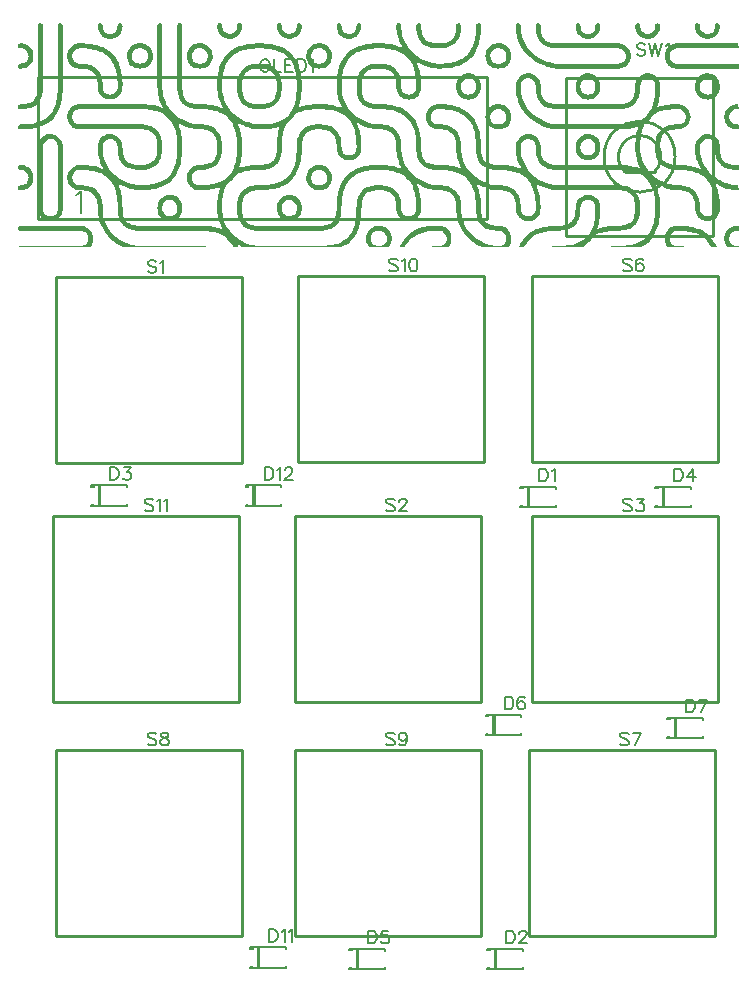
<source format=gto>
G04 Layer: TopSilkscreenLayer*
G04 EasyEDA v6.5.46, 2024-09-20 13:26:03*
G04 2d8f00c50ae54bd9acad4b1cc035e29b,c0cefccd67054bf09917bfb35b18985a,10*
G04 Gerber Generator version 0.2*
G04 Scale: 100 percent, Rotated: No, Reflected: No *
G04 Dimensions in millimeters *
G04 leading zeros omitted , absolute positions ,4 integer and 5 decimal *
%FSLAX45Y45*%
%MOMM*%

%ADD10C,0.1524*%
%ADD11C,0.2032*%
%ADD12C,0.1520*%
%ADD13C,0.2540*%

%LPD*%
G36*
X2091385Y8560917D02*
G01*
X2082850Y8560358D01*
X2076450Y8557260D01*
X2071217Y8552078D01*
X2067610Y8544458D01*
X2067204Y8032546D01*
X2068626Y7993684D01*
X2070709Y7975650D01*
X2072893Y7962493D01*
X2077669Y7942834D01*
X2083155Y7926831D01*
X2089454Y7912658D01*
X2097938Y7898434D01*
X2106879Y7886496D01*
X2118106Y7874660D01*
X2131517Y7863890D01*
X2144572Y7855762D01*
X2161235Y7847787D01*
X2177846Y7842097D01*
X2191258Y7838694D01*
X2205634Y7835950D01*
X2221585Y7833868D01*
X2243074Y7832496D01*
X2288844Y7831683D01*
X2318715Y7829600D01*
X2342286Y7826857D01*
X2363520Y7823352D01*
X2382520Y7819186D01*
X2399842Y7814411D01*
X2417876Y7808315D01*
X2431745Y7802727D01*
X2443835Y7797139D01*
X2458110Y7789265D01*
X2474061Y7778800D01*
X2483764Y7771231D01*
X2497785Y7758836D01*
X2507437Y7748168D01*
X2516530Y7737043D01*
X2526944Y7721803D01*
X2528488Y7719110D01*
X2575915Y7719110D01*
X2596845Y7706868D01*
X2623210Y7693761D01*
X2644800Y7684820D01*
X2664155Y7677912D01*
X2683357Y7672120D01*
X2702966Y7667396D01*
X2722016Y7663891D01*
X2737916Y7661808D01*
X2763418Y7660335D01*
X2805988Y7661808D01*
X2831998Y7663891D01*
X2854909Y7666685D01*
X2875686Y7670139D01*
X2897936Y7674914D01*
X2918002Y7680452D01*
X2934614Y7686040D01*
X2935528Y7686040D01*
X2929483Y7666990D01*
X2923946Y7645501D01*
X2920441Y7629194D01*
X2916377Y7604556D01*
X2913532Y7580274D01*
X2911500Y7553248D01*
X2910738Y7531709D01*
X2909976Y7490104D01*
X2907995Y7468616D01*
X2905201Y7452461D01*
X2901746Y7439202D01*
X2898089Y7428382D01*
X2891383Y7414158D01*
X2883916Y7402728D01*
X2875229Y7392670D01*
X2863900Y7383525D01*
X2851200Y7375906D01*
X2834792Y7369302D01*
X2824378Y7366355D01*
X2811475Y7363510D01*
X2790393Y7360716D01*
X2736291Y7359396D01*
X2708554Y7357922D01*
X2687015Y7355890D01*
X2670352Y7353706D01*
X2649575Y7350252D01*
X2627376Y7345527D01*
X2607259Y7339990D01*
X2590647Y7334402D01*
X2589784Y7334402D01*
X2596591Y7356246D01*
X2603398Y7383983D01*
X2608173Y7411008D01*
X2611069Y7433919D01*
X2613101Y7456830D01*
X2614574Y7485227D01*
X2614574Y7536586D01*
X2613152Y7562951D01*
X2611018Y7587234D01*
X2608275Y7608722D01*
X2604770Y7629550D01*
X2601417Y7644942D01*
X2596540Y7664297D01*
X2590139Y7685024D01*
X2581402Y7707223D01*
X2575915Y7719110D01*
X2528488Y7719110D01*
X2535682Y7706563D01*
X2542946Y7691272D01*
X2549855Y7673949D01*
X2556357Y7653832D01*
X2561742Y7632293D01*
X2565908Y7610805D01*
X2569413Y7585811D01*
X2571546Y7562240D01*
X2572918Y7538669D01*
X2572918Y7481773D01*
X2571546Y7458202D01*
X2569362Y7434630D01*
X2565958Y7409992D01*
X2561742Y7388148D01*
X2556916Y7368743D01*
X2551277Y7350658D01*
X2543606Y7330592D01*
X2535732Y7313879D01*
X2526944Y7298639D01*
X2516530Y7283399D01*
X2504998Y7269378D01*
X2490216Y7254595D01*
X2475484Y7242708D01*
X2458110Y7231125D01*
X2441448Y7222083D01*
X2419959Y7212838D01*
X2395677Y7204760D01*
X2376982Y7199934D01*
X2355799Y7195667D01*
X2331872Y7192264D01*
X2310384Y7190130D01*
X2287473Y7188758D01*
X2254859Y7187895D01*
X2240635Y7189470D01*
X2229916Y7192264D01*
X2218182Y7197750D01*
X2208072Y7205370D01*
X2200757Y7214260D01*
X2196134Y7221981D01*
X2192731Y7230364D01*
X2189886Y7241082D01*
X2189175Y7259116D01*
X2191512Y7271410D01*
X2195576Y7282637D01*
X2201113Y7291882D01*
X2208123Y7300315D01*
X2217420Y7307325D01*
X2225395Y7311593D01*
X2235301Y7314946D01*
X2246579Y7317130D01*
X2284730Y7318349D01*
X2304135Y7320534D01*
X2316632Y7322667D01*
X2331161Y7326020D01*
X2342997Y7329525D01*
X2356154Y7334605D01*
X2372207Y7342581D01*
X2386685Y7352334D01*
X2399487Y7363510D01*
X2410663Y7376363D01*
X2420467Y7390892D01*
X2429967Y7410348D01*
X2434894Y7423810D01*
X2440381Y7444994D01*
X2443124Y7461046D01*
X2445410Y7481773D01*
X2446324Y7510221D01*
X2445410Y7538669D01*
X2443124Y7559395D01*
X2441092Y7571282D01*
X2438247Y7584440D01*
X2433472Y7600746D01*
X2427935Y7614666D01*
X2421585Y7627366D01*
X2414778Y7638288D01*
X2407056Y7648549D01*
X2397099Y7659268D01*
X2384602Y7669682D01*
X2372106Y7677912D01*
X2356866Y7685531D01*
X2341575Y7691424D01*
X2329078Y7694930D01*
X2316632Y7697774D01*
X2304135Y7699908D01*
X2285390Y7702042D01*
X2242058Y7703362D01*
X2222957Y7705598D01*
X2204923Y7708900D01*
X2182063Y7714640D01*
X2161235Y7721549D01*
X2138324Y7730540D01*
X2107844Y7745628D01*
X2085644Y7759039D01*
X2066798Y7772044D01*
X2050948Y7784744D01*
X2035708Y7798257D01*
X2017623Y7816799D01*
X2004364Y7832750D01*
X1996033Y7843875D01*
X1986127Y7858658D01*
X1975662Y7876895D01*
X1969465Y7889240D01*
X1960981Y7909001D01*
X1954123Y7929168D01*
X1949450Y7946542D01*
X1945233Y7966659D01*
X1942388Y7987436D01*
X1940712Y8003387D01*
X1939950Y8545830D01*
X1936191Y8552942D01*
X1929841Y8558580D01*
X1923389Y8560765D01*
X1915668Y8560663D01*
X1908657Y8557971D01*
X1902663Y8552078D01*
X1899056Y8544458D01*
X1898650Y8030464D01*
X1900072Y7993024D01*
X1902815Y7969199D01*
X1905711Y7952079D01*
X1909876Y7933334D01*
X1915972Y7911642D01*
X1923135Y7891729D01*
X1931314Y7872628D01*
X1940153Y7854950D01*
X1947672Y7841792D01*
X1950161Y7837982D01*
X1940712Y7842300D01*
X1923999Y7848955D01*
X1904593Y7855407D01*
X1875434Y7862874D01*
X1853234Y7866989D01*
X1828292Y7870494D01*
X1804720Y7872679D01*
X1784604Y7874253D01*
X1244244Y7874812D01*
X1226210Y7873288D01*
X1213256Y7870596D01*
X1198930Y7865821D01*
X1187450Y7860030D01*
X1181811Y7856372D01*
X1171397Y7848549D01*
X1158748Y7835341D01*
X1150213Y7822590D01*
X1144473Y7810550D01*
X1139850Y7796987D01*
X1136751Y7782814D01*
X1136707Y7755077D01*
X1178407Y7755077D01*
X1178407Y7780070D01*
X1181455Y7791145D01*
X1188313Y7805013D01*
X1195019Y7813294D01*
X1204671Y7821472D01*
X1218539Y7828229D01*
X1229664Y7831023D01*
X1240078Y7832242D01*
X1783892Y7831988D01*
X1813001Y7829600D01*
X1836623Y7826857D01*
X1857400Y7823403D01*
X1874062Y7819796D01*
X1891639Y7815122D01*
X1909419Y7809382D01*
X1922830Y7804048D01*
X1937918Y7797241D01*
X1955901Y7787182D01*
X1969770Y7777683D01*
X1982978Y7767167D01*
X2000097Y7750200D01*
X2011883Y7735671D01*
X2022551Y7719720D01*
X2032457Y7701686D01*
X2040737Y7682941D01*
X2047290Y7664907D01*
X2053386Y7643418D01*
X2058162Y7621879D01*
X2061616Y7601102D01*
X2063750Y7584440D01*
X2065832Y7561529D01*
X2067255Y7536789D01*
X2067255Y7483144D01*
X2065883Y7459573D01*
X2064461Y7442250D01*
X2061616Y7419340D01*
X2058162Y7398562D01*
X2053234Y7376363D01*
X2047087Y7355027D01*
X2040737Y7337501D01*
X2032457Y7318756D01*
X2022754Y7301077D01*
X2013356Y7286853D01*
X2003602Y7274356D01*
X1993442Y7263282D01*
X1980184Y7250938D01*
X1967687Y7241235D01*
X1952447Y7231227D01*
X1937207Y7222845D01*
X1922678Y7216343D01*
X1909419Y7211059D01*
X1889302Y7204557D01*
X1864360Y7198461D01*
X1845614Y7195058D01*
X1826209Y7192264D01*
X1804720Y7190130D01*
X1780438Y7188555D01*
X1736039Y7188453D01*
X1717293Y7190790D01*
X1697888Y7194397D01*
X1677060Y7199680D01*
X1654911Y7206894D01*
X1632661Y7215835D01*
X1600758Y7231634D01*
X1582572Y7242606D01*
X1567484Y7252766D01*
X1553616Y7263180D01*
X1537665Y7276388D01*
X1514957Y7298639D01*
X1501343Y7314590D01*
X1490980Y7328153D01*
X1479245Y7345832D01*
X1470863Y7360412D01*
X1462481Y7377175D01*
X1454658Y7395768D01*
X1447241Y7418019D01*
X1441551Y7440980D01*
X1437487Y7465110D01*
X1435150Y7489393D01*
X1435049Y7522006D01*
X1437538Y7533131D01*
X1440281Y7541412D01*
X1445412Y7551623D01*
X1452727Y7560868D01*
X1460957Y7567879D01*
X1471066Y7573619D01*
X1483563Y7577785D01*
X1496009Y7579410D01*
X1508506Y7578547D01*
X1520139Y7575753D01*
X1531620Y7570368D01*
X1538325Y7565796D01*
X1545793Y7558786D01*
X1551736Y7550454D01*
X1556105Y7541818D01*
X1559458Y7531963D01*
X1561541Y7517841D01*
X1562963Y7477607D01*
X1565046Y7460284D01*
X1567891Y7444333D01*
X1571396Y7429753D01*
X1576882Y7413396D01*
X1583080Y7399274D01*
X1591462Y7384694D01*
X1600708Y7372197D01*
X1613966Y7358481D01*
X1625041Y7349845D01*
X1635760Y7342682D01*
X1652117Y7334503D01*
X1664563Y7329678D01*
X1679549Y7325309D01*
X1698548Y7321296D01*
X1715211Y7319213D01*
X1736699Y7317536D01*
X1779727Y7318298D01*
X1798472Y7320534D01*
X1814423Y7323328D01*
X1830374Y7327392D01*
X1847037Y7333081D01*
X1863648Y7341057D01*
X1875078Y7348169D01*
X1886559Y7356856D01*
X1899767Y7370114D01*
X1908962Y7381951D01*
X1916277Y7393686D01*
X1924202Y7410348D01*
X1928622Y7422540D01*
X1932686Y7436713D01*
X1936750Y7456830D01*
X1938934Y7474153D01*
X1940306Y7493558D01*
X1940306Y7526883D01*
X1938934Y7546289D01*
X1936750Y7563612D01*
X1933346Y7580985D01*
X1928368Y7599019D01*
X1922119Y7614970D01*
X1915871Y7627366D01*
X1908962Y7638491D01*
X1899767Y7650327D01*
X1886559Y7663637D01*
X1872234Y7674254D01*
X1862429Y7679994D01*
X1847037Y7687360D01*
X1830374Y7693101D01*
X1814423Y7697114D01*
X1798472Y7699908D01*
X1780438Y7702296D01*
X1234541Y7703159D01*
X1227582Y7704683D01*
X1218539Y7706969D01*
X1204671Y7713675D01*
X1195374Y7721447D01*
X1188415Y7730134D01*
X1181455Y7744002D01*
X1178407Y7755077D01*
X1136707Y7755077D01*
X1136700Y7752994D01*
X1139240Y7740548D01*
X1143457Y7727391D01*
X1148334Y7716215D01*
X1154633Y7705852D01*
X1163269Y7694675D01*
X1175207Y7683398D01*
X1187958Y7674864D01*
X1196289Y7670647D01*
X1208176Y7666075D01*
X1219708Y7663129D01*
X1232458Y7660843D01*
X1779016Y7659979D01*
X1800352Y7656931D01*
X1815795Y7653375D01*
X1832000Y7647990D01*
X1845818Y7641132D01*
X1858314Y7632598D01*
X1868982Y7622133D01*
X1877060Y7611211D01*
X1882648Y7601102D01*
X1887677Y7589316D01*
X1892350Y7573975D01*
X1895906Y7555992D01*
X1898142Y7538669D01*
X1898853Y7495438D01*
X1897227Y7474864D01*
X1895144Y7460284D01*
X1892300Y7446416D01*
X1887626Y7430973D01*
X1881987Y7417968D01*
X1876298Y7408265D01*
X1868982Y7398359D01*
X1859889Y7389317D01*
X1848561Y7380884D01*
X1832457Y7372654D01*
X1819960Y7368286D01*
X1804009Y7364323D01*
X1790852Y7362190D01*
X1776272Y7360412D01*
X1725625Y7360412D01*
X1711045Y7362240D01*
X1695399Y7364933D01*
X1679651Y7368997D01*
X1666646Y7374128D01*
X1657553Y7378649D01*
X1644446Y7387386D01*
X1631238Y7400645D01*
X1623415Y7412431D01*
X1617726Y7423505D01*
X1613611Y7434173D01*
X1609547Y7448499D01*
X1607413Y7459014D01*
X1605330Y7472781D01*
X1603857Y7489393D01*
X1602536Y7526883D01*
X1600454Y7538415D01*
X1596898Y7551775D01*
X1591005Y7565694D01*
X1585112Y7575753D01*
X1576984Y7586522D01*
X1563776Y7599324D01*
X1550822Y7607808D01*
X1541322Y7612634D01*
X1529994Y7616799D01*
X1516430Y7620101D01*
X1499514Y7621727D01*
X1484934Y7620762D01*
X1470660Y7618018D01*
X1456486Y7613091D01*
X1444193Y7606944D01*
X1435658Y7601203D01*
X1424787Y7592212D01*
X1415084Y7580985D01*
X1408176Y7570571D01*
X1401470Y7556703D01*
X1397254Y7543342D01*
X1394460Y7529626D01*
X1392885Y7511592D01*
X1393748Y7488732D01*
X1395171Y7469987D01*
X1397914Y7448499D01*
X1403400Y7421422D01*
X1408938Y7401204D01*
X1416608Y7378852D01*
X1424381Y7360412D01*
X1435811Y7337501D01*
X1444244Y7323328D01*
X1436370Y7326884D01*
X1416253Y7334910D01*
X1396238Y7341362D01*
X1375308Y7346797D01*
X1355191Y7350912D01*
X1332992Y7354468D01*
X1307338Y7357211D01*
X1288592Y7358684D01*
X1246378Y7360107D01*
X1226921Y7358634D01*
X1213002Y7355789D01*
X1200556Y7351623D01*
X1188821Y7346137D01*
X1175258Y7337094D01*
X1163269Y7325766D01*
X1154582Y7314590D01*
X1150924Y7308748D01*
X1144168Y7295184D01*
X1139240Y7279944D01*
X1136700Y7267448D01*
X1136751Y7237628D01*
X1139850Y7223455D01*
X1144473Y7209891D01*
X1150112Y7198055D01*
X1158798Y7184898D01*
X1174851Y7168896D01*
X1187348Y7160463D01*
X1198422Y7154875D01*
X1208633Y7151268D01*
X1219250Y7148423D01*
X1232458Y7146340D01*
X1271981Y7145070D01*
X1294180Y7142175D01*
X1310132Y7138619D01*
X1324711Y7133894D01*
X1341323Y7125716D01*
X1353413Y7117130D01*
X1365910Y7104176D01*
X1374292Y7091375D01*
X1379220Y7081012D01*
X1383284Y7070547D01*
X1386687Y7058659D01*
X1390142Y7041337D01*
X1392377Y7022592D01*
X1393647Y6974433D01*
X1395120Y6955993D01*
X1397254Y6938670D01*
X1401368Y6915556D01*
X1406804Y6893559D01*
X1414678Y6869277D01*
X1423009Y6848500D01*
X1435303Y6823506D01*
X1445209Y6806844D01*
X1455674Y6790994D01*
X1469847Y6772198D01*
X1484122Y6755536D01*
X1506423Y6733336D01*
X1523949Y6718350D01*
X1542846Y6703974D01*
X1559153Y6692950D01*
X1586890Y6676542D01*
X1616710Y6661861D01*
X2341575Y6661658D01*
X2335326Y6663690D01*
X2319375Y6667703D01*
X2302764Y6670548D01*
X2284018Y6672884D01*
X1733245Y6673748D01*
X1716989Y6676136D01*
X1697888Y6679641D01*
X1676349Y6685178D01*
X1661210Y6690055D01*
X1645869Y6695694D01*
X1634083Y6700570D01*
X1614881Y6709511D01*
X1598015Y6718553D01*
X1586179Y6725615D01*
X1568856Y6736943D01*
X1550822Y6750507D01*
X1532636Y6766204D01*
X1514246Y6784644D01*
X1500073Y6801307D01*
X1488287Y6817258D01*
X1481328Y6827672D01*
X1472082Y6843268D01*
X1462481Y6862470D01*
X1454708Y6880910D01*
X1447190Y6903262D01*
X1441551Y6926275D01*
X1437487Y6950456D01*
X1435252Y6973874D01*
X1433931Y7023303D01*
X1431899Y7042708D01*
X1429004Y7060031D01*
X1424889Y7076694D01*
X1419504Y7092797D01*
X1412748Y7107936D01*
X1404010Y7122566D01*
X1396136Y7132980D01*
X1389176Y7141006D01*
X1376019Y7152792D01*
X1359357Y7163866D01*
X1342745Y7171944D01*
X1328978Y7177024D01*
X1311503Y7181748D01*
X1292555Y7185202D01*
X1271981Y7187387D01*
X1233830Y7188657D01*
X1221028Y7191349D01*
X1209802Y7196226D01*
X1201978Y7200849D01*
X1190142Y7212736D01*
X1185519Y7220508D01*
X1180642Y7231786D01*
X1177848Y7245248D01*
X1178509Y7265365D01*
X1181455Y7276439D01*
X1188415Y7290358D01*
X1195374Y7298994D01*
X1204671Y7306767D01*
X1218539Y7313523D01*
X1229664Y7316266D01*
X1245006Y7317892D01*
X1288643Y7316317D01*
X1312875Y7314234D01*
X1335786Y7311390D01*
X1361643Y7306665D01*
X1385773Y7300468D01*
X1404467Y7294321D01*
X1419707Y7288275D01*
X1442618Y7276947D01*
X1456486Y7268260D01*
X1474927Y7254494D01*
X1492402Y7237628D01*
X1503426Y7224420D01*
X1512824Y7211263D01*
X1517540Y7203389D01*
X1564894Y7203389D01*
X1565402Y7203846D01*
X1582724Y7193534D01*
X1613255Y7178344D01*
X1635455Y7169150D01*
X1668068Y7158329D01*
X1690928Y7152690D01*
X1709978Y7149185D01*
X1725625Y7147153D01*
X1749196Y7145578D01*
X1781810Y7146493D01*
X1805381Y7147814D01*
X1828292Y7149947D01*
X1853234Y7153452D01*
X1874977Y7157516D01*
X1900428Y7163866D01*
X1923999Y7171537D01*
X1944827Y7179868D01*
X1965096Y7190028D01*
X1977440Y7197242D01*
X1994052Y7208469D01*
X2007260Y7218984D01*
X2021535Y7231837D01*
X2034692Y7246416D01*
X2043938Y7258100D01*
X2052624Y7270242D01*
X2063902Y7288936D01*
X2075434Y7312507D01*
X2083054Y7331964D01*
X2089404Y7351369D01*
X2094331Y7369403D01*
X2099106Y7391603D01*
X2102612Y7412431D01*
X2105304Y7433919D01*
X2107438Y7457490D01*
X2109063Y7490104D01*
X2108250Y7551826D01*
X2106777Y7571282D01*
X2104644Y7592771D01*
X2101138Y7617764D01*
X2095042Y7648244D01*
X2089404Y7669072D01*
X2084476Y7684312D01*
X2077669Y7702600D01*
X2070252Y7719110D01*
X2088743Y7708290D01*
X2107133Y7698638D01*
X2124456Y7690764D01*
X2145284Y7682433D01*
X2170277Y7674152D01*
X2191054Y7668768D01*
X2211171Y7664653D01*
X2226462Y7662519D01*
X2240991Y7661097D01*
X2284730Y7659725D01*
X2305964Y7656931D01*
X2321306Y7653477D01*
X2337663Y7647990D01*
X2350719Y7641640D01*
X2360625Y7635087D01*
X2369820Y7627467D01*
X2379218Y7616342D01*
X2385771Y7606182D01*
X2391816Y7593431D01*
X2397353Y7576820D01*
X2400808Y7560868D01*
X2402941Y7545578D01*
X2404364Y7528966D01*
X2404364Y7490815D01*
X2402890Y7474153D01*
X2400096Y7455408D01*
X2395524Y7437374D01*
X2390292Y7423505D01*
X2385466Y7413802D01*
X2379218Y7404100D01*
X2369820Y7392974D01*
X2360625Y7385354D01*
X2350719Y7378801D01*
X2337663Y7372451D01*
X2321458Y7367066D01*
X2305507Y7363459D01*
X2284018Y7360666D01*
X2244902Y7359396D01*
X2230272Y7357211D01*
X2215388Y7352944D01*
X2203551Y7347762D01*
X2192528Y7341260D01*
X2181199Y7332370D01*
X2170480Y7320838D01*
X2162149Y7308443D01*
X2156155Y7296454D01*
X2151227Y7281824D01*
X2148128Y7267448D01*
X2148128Y7238288D01*
X2151278Y7223759D01*
X2155952Y7209688D01*
X2162454Y7196683D01*
X2170887Y7184186D01*
X2186228Y7168896D01*
X2199284Y7160158D01*
X2207666Y7155942D01*
X2219502Y7151370D01*
X2233371Y7147864D01*
X2243836Y7146442D01*
X2260447Y7145528D01*
X2302052Y7147153D01*
X2326995Y7149185D01*
X2349906Y7152030D01*
X2374188Y7156145D01*
X2395677Y7161072D01*
X2413050Y7165949D01*
X2429306Y7171385D01*
X2429916Y7171385D01*
X2425852Y7159244D01*
X2419705Y7137044D01*
X2416251Y7121753D01*
X2412746Y7103059D01*
X2409596Y7081215D01*
X2408529Y7072528D01*
X2406497Y7049617D01*
X2405024Y7022896D01*
X2404974Y7000138D01*
X2446020Y7000138D01*
X2447391Y7038543D01*
X2449525Y7065568D01*
X2452268Y7087108D01*
X2455773Y7107885D01*
X2459888Y7126630D01*
X2464765Y7144258D01*
X2471724Y7164781D01*
X2478684Y7181443D01*
X2488539Y7200493D01*
X2504744Y7212177D01*
X2518460Y7223658D01*
X2537206Y7242454D01*
X2551074Y7259828D01*
X2560726Y7274052D01*
X2569616Y7279030D01*
X2585923Y7287158D01*
X2602738Y7294067D01*
X2622042Y7300366D01*
X2643327Y7305903D01*
X2664155Y7310018D01*
X2689098Y7313574D01*
X2709926Y7315555D01*
X2735580Y7317079D01*
X2791053Y7318349D01*
X2809798Y7320534D01*
X2825750Y7323328D01*
X2840329Y7326884D01*
X2854909Y7331760D01*
X2863240Y7335215D01*
X2877108Y7342174D01*
X2888894Y7349845D01*
X2896819Y7355941D01*
X2908604Y7367066D01*
X2918917Y7379817D01*
X2926537Y7391603D01*
X2934868Y7408265D01*
X2939796Y7421625D01*
X2943961Y7436002D01*
X2947416Y7451953D01*
X2950260Y7472781D01*
X2951581Y7490104D01*
X2952394Y7535875D01*
X2953766Y7562951D01*
X2955899Y7585811D01*
X2959354Y7610805D01*
X2963519Y7632293D01*
X2969107Y7654493D01*
X2977134Y7678775D01*
X2985668Y7698892D01*
X2994456Y7715554D01*
X3006090Y7723682D01*
X3022752Y7737043D01*
X3042920Y7757159D01*
X3056788Y7774482D01*
X3066389Y7788808D01*
X3082391Y7797546D01*
X3096260Y7803896D01*
X3110179Y7809382D01*
X3130245Y7815884D01*
X3151784Y7821218D01*
X3173984Y7825435D01*
X3194100Y7828229D01*
X3214217Y7830261D01*
X3240582Y7831785D01*
X3252368Y7832140D01*
X3278022Y7832394D01*
X3312007Y7831023D01*
X3337661Y7828889D01*
X3363315Y7825435D01*
X3388309Y7820558D01*
X3409137Y7815122D01*
X3425748Y7809687D01*
X3444494Y7802321D01*
X3466693Y7791043D01*
X3480562Y7782306D01*
X3495801Y7770825D01*
X3510381Y7757718D01*
X3520135Y7746746D01*
X3528568Y7736331D01*
X3537610Y7723174D01*
X3544824Y7710881D01*
X3553612Y7693304D01*
X3562654Y7670444D01*
X3568344Y7651953D01*
X3571798Y7638186D01*
X3575202Y7622540D01*
X3578656Y7602474D01*
X3581450Y7580274D01*
X3583533Y7555331D01*
X3585108Y7513015D01*
X3584143Y7498435D01*
X3582162Y7487869D01*
X3578910Y7478318D01*
X3575050Y7470698D01*
X3569868Y7463028D01*
X3559352Y7453071D01*
X3548837Y7446924D01*
X3536035Y7442657D01*
X3523589Y7441031D01*
X3511092Y7441844D01*
X3497783Y7445248D01*
X3487521Y7450378D01*
X3479088Y7456373D01*
X3471468Y7464552D01*
X3466134Y7472629D01*
X3461664Y7483195D01*
X3458616Y7494981D01*
X3457346Y7525461D01*
X3455924Y7549083D01*
X3453231Y7567777D01*
X3449574Y7585100D01*
X3444748Y7601102D01*
X3439160Y7615377D01*
X3431895Y7629550D01*
X3426510Y7637830D01*
X3418179Y7648956D01*
X3406343Y7661249D01*
X3395929Y7669631D01*
X3382416Y7678521D01*
X3366109Y7686598D01*
X3350869Y7692186D01*
X3334918Y7696352D01*
X3320338Y7699197D01*
X3304387Y7701280D01*
X3282899Y7702905D01*
X3239160Y7702092D01*
X3222548Y7700060D01*
X3208934Y7697825D01*
X3196183Y7694980D01*
X3183686Y7691424D01*
X3168396Y7685531D01*
X3155391Y7679029D01*
X3143046Y7671358D01*
X3132328Y7662925D01*
X3123539Y7654493D01*
X3114141Y7643418D01*
X3104845Y7629702D01*
X3094634Y7608722D01*
X3089046Y7592059D01*
X3084880Y7575448D01*
X3082086Y7558786D01*
X3080715Y7547000D01*
X3079343Y7528966D01*
X3079191Y7508138D01*
X3077870Y7466838D01*
X3075787Y7440879D01*
X3072993Y7418679D01*
X3068929Y7395057D01*
X3065322Y7379106D01*
X3060446Y7361224D01*
X3052826Y7339075D01*
X3046526Y7324344D01*
X3038398Y7308392D01*
X3029407Y7293406D01*
X3020669Y7281316D01*
X3010357Y7268819D01*
X2995523Y7254138D01*
X2981147Y7242556D01*
X2964840Y7231786D01*
X2950616Y7223810D01*
X2931718Y7215174D01*
X2913837Y7208672D01*
X2900680Y7204608D01*
X2882646Y7199934D01*
X2861818Y7195769D01*
X2837535Y7192264D01*
X2816047Y7190130D01*
X2793847Y7188708D01*
X2748737Y7187946D01*
X2727248Y7186574D01*
X2711297Y7184491D01*
X2696921Y7181748D01*
X2683510Y7178344D01*
X2666898Y7172655D01*
X2650236Y7164679D01*
X2636926Y7156297D01*
X2626918Y7148372D01*
X2617927Y7139889D01*
X2607360Y7127341D01*
X2598521Y7113879D01*
X2589022Y7094016D01*
X2583484Y7078065D01*
X2579166Y7060742D01*
X2576322Y7044080D01*
X2574239Y7025335D01*
X2573172Y6995515D01*
X2573884Y6976109D01*
X2615133Y6976109D01*
X2615184Y7015632D01*
X2617266Y7036765D01*
X2619502Y7050328D01*
X2623566Y7066788D01*
X2627172Y7077405D01*
X2633980Y7091832D01*
X2642971Y7105345D01*
X2655163Y7117638D01*
X2667609Y7126122D01*
X2680106Y7132370D01*
X2693619Y7137400D01*
X2710434Y7141514D01*
X2729331Y7144308D01*
X2745994Y7145680D01*
X2770276Y7145731D01*
X2807004Y7147102D01*
X2832709Y7149185D01*
X2855569Y7152030D01*
X2876397Y7155484D01*
X2895142Y7159498D01*
X2909011Y7163104D01*
X2924962Y7167880D01*
X2940913Y7173569D01*
X2957576Y7180529D01*
X2977946Y7190740D01*
X2994304Y7200646D01*
X3008122Y7210501D01*
X3021380Y7221169D01*
X3037078Y7236104D01*
X3050336Y7251496D01*
X3058261Y7261910D01*
X3067964Y7276439D01*
X3075178Y7288784D01*
X3084728Y7307834D01*
X3092297Y7325715D01*
X3098800Y7344460D01*
X3105505Y7368082D01*
X3110433Y7390993D01*
X3113887Y7411008D01*
X3116732Y7433208D01*
X3118764Y7455560D01*
X3120237Y7488732D01*
X3121558Y7540040D01*
X3123692Y7555992D01*
X3127349Y7574737D01*
X3132836Y7592059D01*
X3139440Y7606131D01*
X3146044Y7616342D01*
X3154781Y7626858D01*
X3164636Y7635087D01*
X3174644Y7641691D01*
X3187446Y7647990D01*
X3205886Y7654036D01*
X3223920Y7657592D01*
X3239871Y7659827D01*
X3283254Y7660589D01*
X3302965Y7658912D01*
X3320643Y7656271D01*
X3330041Y7654137D01*
X3342284Y7650581D01*
X3355390Y7645196D01*
X3365398Y7639659D01*
X3375761Y7632395D01*
X3386378Y7621879D01*
X3394659Y7610652D01*
X3401720Y7596936D01*
X3406140Y7585811D01*
X3410813Y7568793D01*
X3414268Y7547660D01*
X3415741Y7528966D01*
X3417011Y7492898D01*
X3420008Y7477607D01*
X3424174Y7464450D01*
X3430219Y7451547D01*
X3439363Y7437577D01*
X3452825Y7423708D01*
X3463899Y7415428D01*
X3475431Y7409129D01*
X3487318Y7404303D01*
X3503066Y7400340D01*
X3521151Y7398613D01*
X3538829Y7400340D01*
X3550615Y7402931D01*
X3559657Y7405979D01*
X3576269Y7413955D01*
X3588715Y7422845D01*
X3600602Y7434630D01*
X3607714Y7444181D01*
X3614318Y7455357D01*
X3620363Y7470190D01*
X3623818Y7483703D01*
X3625240Y7492593D01*
X3626561Y7510221D01*
X3625189Y7554620D01*
X3623056Y7581646D01*
X3620312Y7604556D01*
X3616045Y7630210D01*
X3612642Y7646162D01*
X3607155Y7667498D01*
X3600754Y7687106D01*
X3591763Y7710017D01*
X3587750Y7717942D01*
X3587750Y7718653D01*
X3588359Y7718653D01*
X3601059Y7710982D01*
X3618890Y7701483D01*
X3639515Y7691678D01*
X3662019Y7682585D01*
X3684524Y7675067D01*
X3705301Y7669377D01*
X3728872Y7664602D01*
X3743451Y7662519D01*
X3758031Y7661097D01*
X3802430Y7659725D01*
X3818382Y7657592D01*
X3833114Y7654848D01*
X3847541Y7650683D01*
X3859936Y7645704D01*
X3867708Y7641793D01*
X3880815Y7633055D01*
X3894023Y7619796D01*
X3902100Y7607655D01*
X3908755Y7594142D01*
X3913073Y7581849D01*
X3917086Y7565694D01*
X3919321Y7552537D01*
X3921404Y7532674D01*
X3922725Y7482484D01*
X3924909Y7460996D01*
X3927703Y7442250D01*
X3931208Y7425588D01*
X3935272Y7409383D01*
X3940098Y7393330D01*
X3948277Y7371486D01*
X3953103Y7360412D01*
X3961536Y7343038D01*
X3972814Y7323277D01*
X3957574Y7330084D01*
X3940251Y7336536D01*
X3922420Y7342073D01*
X3903675Y7346797D01*
X3887063Y7350302D01*
X3866235Y7353757D01*
X3843324Y7356551D01*
X3817264Y7358634D01*
X3774033Y7360107D01*
X3730802Y7358634D01*
X3703929Y7356500D01*
X3677158Y7353096D01*
X3650487Y7348220D01*
X3624834Y7341870D01*
X3596284Y7332370D01*
X3576574Y7323937D01*
X3562400Y7316876D01*
X3551326Y7310526D01*
X3533952Y7299198D01*
X3520389Y7288784D01*
X3503269Y7273340D01*
X3488994Y7257338D01*
X3478022Y7243216D01*
X3467912Y7227925D01*
X3459987Y7214158D01*
X3453180Y7200544D01*
X3444697Y7180732D01*
X3434537Y7150201D01*
X3428237Y7124547D01*
X3424072Y7102348D01*
X3420618Y7078065D01*
X3418484Y7056577D01*
X3417062Y7036460D01*
X3415741Y6974738D01*
X3413658Y6953046D01*
X3410204Y6934504D01*
X3406038Y6919722D01*
X3401822Y6909155D01*
X3396132Y6897725D01*
X3388360Y6885940D01*
X3375151Y6872681D01*
X3361182Y6863435D01*
X3348075Y6857238D01*
X3333496Y6852412D01*
X3317544Y6848856D01*
X3303676Y6846824D01*
X3284270Y6844995D01*
X2746654Y6844995D01*
X2726588Y6846824D01*
X2706471Y6850227D01*
X2690622Y6854444D01*
X2676601Y6859981D01*
X2665526Y6866077D01*
X2655163Y6873341D01*
X2644546Y6883857D01*
X2636266Y6895134D01*
X2629052Y6909104D01*
X2624226Y6921703D01*
X2620111Y6937552D01*
X2617266Y6953910D01*
X2615133Y6976109D01*
X2573884Y6976109D01*
X2574239Y6965696D01*
X2576372Y6946290D01*
X2579217Y6930339D01*
X2583383Y6913321D01*
X2588869Y6897471D01*
X2595067Y6883501D01*
X2602585Y6870649D01*
X2611424Y6858304D01*
X2624429Y6844588D01*
X2635707Y6835597D01*
X2647188Y6827977D01*
X2661767Y6820458D01*
X2676194Y6814820D01*
X2692958Y6809994D01*
X2710586Y6806590D01*
X2726588Y6804406D01*
X2743200Y6803085D01*
X3287725Y6803034D01*
X3304387Y6804456D01*
X3316173Y6805828D01*
X3334918Y6809231D01*
X3352444Y6814058D01*
X3365906Y6819087D01*
X3378606Y6824980D01*
X3391611Y6832955D01*
X3402126Y6840829D01*
X3415233Y6853326D01*
X3423412Y6863384D01*
X3432454Y6876846D01*
X3441242Y6894931D01*
X3446170Y6908850D01*
X3450285Y6923531D01*
X3453231Y6937959D01*
X3455873Y6956704D01*
X3457346Y6976109D01*
X3458718Y7037171D01*
X3460140Y7055866D01*
X3462985Y7082231D01*
X3467100Y7107224D01*
X3471875Y7128764D01*
X3478174Y7150658D01*
X3484524Y7168235D01*
X3492804Y7186980D01*
X3501948Y7203643D01*
X3509518Y7215428D01*
X3521405Y7231278D01*
X3539337Y7249718D01*
X3553206Y7261199D01*
X3564483Y7269327D01*
X3580688Y7278928D01*
X3601974Y7289139D01*
X3615131Y7294321D01*
X3633673Y7300417D01*
X3655364Y7306005D01*
X3675481Y7310018D01*
X3700475Y7313574D01*
X3721963Y7315606D01*
X3746246Y7317231D01*
X3801719Y7317231D01*
X3826713Y7315606D01*
X3848201Y7313523D01*
X3872433Y7310069D01*
X3890518Y7306564D01*
X3912717Y7300975D01*
X3932123Y7294676D01*
X3949446Y7287768D01*
X3963415Y7281214D01*
X3978605Y7272426D01*
X3992778Y7262926D01*
X4007053Y7251496D01*
X4023715Y7234834D01*
X4034231Y7221677D01*
X4043273Y7208469D01*
X4050487Y7196175D01*
X4058615Y7179868D01*
X4065727Y7163053D01*
X4072534Y7142581D01*
X4078173Y7120940D01*
X4082186Y7100976D01*
X4085742Y7078065D01*
X4088536Y7050328D01*
X4089908Y7028129D01*
X4090771Y6992772D01*
X4089196Y6979005D01*
X4086351Y6967778D01*
X4082338Y6958380D01*
X4076141Y6948779D01*
X4067911Y6940550D01*
X4059224Y6934657D01*
X4049369Y6930136D01*
X4036872Y6926884D01*
X4016756Y6926935D01*
X4007256Y6929323D01*
X3998010Y6932980D01*
X3988511Y6938670D01*
X3978960Y6947458D01*
X3970832Y6959600D01*
X3966362Y6971893D01*
X3964381Y6980986D01*
X3962400Y7026757D01*
X3960164Y7046010D01*
X3957370Y7061453D01*
X3952443Y7080859D01*
X3946550Y7096810D01*
X3940352Y7109968D01*
X3933647Y7121093D01*
X3923995Y7134098D01*
X3912006Y7146544D01*
X3901592Y7154976D01*
X3889146Y7163206D01*
X3874211Y7170724D01*
X3863441Y7174941D01*
X3853078Y7178344D01*
X3837127Y7182408D01*
X3820464Y7185253D01*
X3801719Y7187387D01*
X3761435Y7188200D01*
X3738626Y7186523D01*
X3722624Y7184542D01*
X3701846Y7180224D01*
X3686301Y7175550D01*
X3672027Y7169912D01*
X3657600Y7162292D01*
X3643579Y7152690D01*
X3631488Y7142225D01*
X3620973Y7130084D01*
X3611473Y7116216D01*
X3604463Y7103059D01*
X3599992Y7092645D01*
X3594709Y7076948D01*
X3590544Y7060031D01*
X3587800Y7044080D01*
X3585616Y7024674D01*
X3584295Y6966407D01*
X3582771Y6940753D01*
X3580079Y6913676D01*
X3577234Y6894271D01*
X3573068Y6872731D01*
X3568344Y6853936D01*
X3562654Y6835292D01*
X3553612Y6812381D01*
X3542690Y6790893D01*
X3533292Y6776008D01*
X3522675Y6761784D01*
X3509721Y6747306D01*
X3495801Y6734809D01*
X3478631Y6722008D01*
X3461004Y6711492D01*
X3441039Y6701942D01*
X3420922Y6694220D01*
X3404260Y6689191D01*
X3382060Y6683756D01*
X3363315Y6680352D01*
X3343910Y6677558D01*
X3323082Y6675475D01*
X3298139Y6673697D01*
X2747365Y6673697D01*
X2732786Y6675475D01*
X2712669Y6678930D01*
X2690114Y6684467D01*
X2668320Y6691528D01*
X2643886Y6701078D01*
X2615793Y6714947D01*
X2601010Y6723532D01*
X2579116Y6737807D01*
X2564942Y6748475D01*
X2548991Y6761632D01*
X2521864Y6788810D01*
X2509977Y6803390D01*
X2501595Y6814566D01*
X2489860Y6832498D01*
X2481935Y6846265D01*
X2475128Y6859879D01*
X2466644Y6879691D01*
X2459329Y6901281D01*
X2453690Y6923379D01*
X2450236Y6942124D01*
X2448102Y6958787D01*
X2446731Y6976821D01*
X2446020Y7000138D01*
X2404974Y7000138D01*
X2404973Y6976109D01*
X2406497Y6956704D01*
X2409240Y6935165D01*
X2412796Y6915759D01*
X2419045Y6890766D01*
X2426512Y6868312D01*
X2433624Y6850532D01*
X2446477Y6824218D01*
X2455519Y6808673D01*
X2452573Y6809841D01*
X2442159Y6814616D01*
X2421331Y6822338D01*
X2405380Y6827164D01*
X2389428Y6831380D01*
X2370023Y6835546D01*
X2348534Y6839102D01*
X2325624Y6841845D01*
X2308961Y6843217D01*
X2284730Y6844690D01*
X1760982Y6844690D01*
X1722831Y6846011D01*
X1706219Y6848144D01*
X1695805Y6850125D01*
X1686407Y6852310D01*
X1671523Y6857187D01*
X1657502Y6863892D01*
X1645157Y6872071D01*
X1631188Y6885940D01*
X1622552Y6898944D01*
X1616506Y6911594D01*
X1611630Y6925564D01*
X1608124Y6940042D01*
X1605940Y6953199D01*
X1603857Y6972655D01*
X1602536Y7035088D01*
X1600352Y7064197D01*
X1598320Y7082231D01*
X1596186Y7097522D01*
X1592732Y7117638D01*
X1587855Y7139127D01*
X1582267Y7158990D01*
X1576273Y7176617D01*
X1570685Y7190587D01*
X1564894Y7203389D01*
X1517540Y7203389D01*
X1521155Y7197394D01*
X1530858Y7177938D01*
X1537868Y7160615D01*
X1544116Y7141667D01*
X1550365Y7116927D01*
X1553210Y7102348D01*
X1556004Y7085685D01*
X1558798Y7062825D01*
X1560931Y7035749D01*
X1562201Y6974331D01*
X1563725Y6955993D01*
X1566519Y6936587D01*
X1569923Y6920636D01*
X1574850Y6903974D01*
X1581099Y6888683D01*
X1587195Y6876897D01*
X1595323Y6864451D01*
X1603756Y6854037D01*
X1617472Y6840728D01*
X1629156Y6832041D01*
X1642262Y6824319D01*
X1656943Y6817766D01*
X1669440Y6813346D01*
X1687474Y6808622D01*
X1704136Y6805777D01*
X1721459Y6803644D01*
X1748536Y6802983D01*
X2286101Y6802577D01*
X2307590Y6800951D01*
X2330500Y6798818D01*
X2354783Y6795363D01*
X2381808Y6789928D01*
X2408783Y6782155D01*
X2429002Y6774434D01*
X2451201Y6763766D01*
X2465730Y6754977D01*
X2478938Y6745630D01*
X2492095Y6734556D01*
X2508046Y6718046D01*
X2517546Y6706260D01*
X2529027Y6688937D01*
X2536850Y6674764D01*
X2542997Y6661556D01*
X2587498Y6661556D01*
X2587498Y6662267D01*
X2582773Y6674358D01*
X2576372Y6688785D01*
X2576728Y6689140D01*
X2592019Y6680047D01*
X2615590Y6667855D01*
X2629814Y6661556D01*
X3454908Y6661861D01*
X3472230Y6669887D01*
X3490264Y6679742D01*
X3511804Y6694017D01*
X3527044Y6706209D01*
X3549396Y6728459D01*
X3563112Y6745833D01*
X3572916Y6760362D01*
X3579926Y6772198D01*
X3586937Y6785356D01*
X3596132Y6806082D01*
X3602431Y6823506D01*
X3607257Y6838746D01*
X3613353Y6862368D01*
X3617468Y6883146D01*
X3620973Y6906056D01*
X3623106Y6924802D01*
X3625087Y6950456D01*
X3625951Y6972655D01*
X3627221Y7023963D01*
X3629355Y7041337D01*
X3632962Y7059320D01*
X3637635Y7074763D01*
X3643223Y7087616D01*
X3649776Y7098842D01*
X3657549Y7108596D01*
X3668522Y7119010D01*
X3680460Y7126935D01*
X3694937Y7133844D01*
X3709466Y7138619D01*
X3725418Y7142175D01*
X3746906Y7145121D01*
X3787292Y7145883D01*
X3807968Y7144258D01*
X3822547Y7142175D01*
X3838498Y7138670D01*
X3854500Y7133386D01*
X3867607Y7127087D01*
X3880510Y7118553D01*
X3892042Y7107224D01*
X3900728Y7095439D01*
X3909568Y7077405D01*
X3914343Y7062825D01*
X3917848Y7046874D01*
X3919931Y7033006D01*
X3921404Y7016343D01*
X3922776Y6978192D01*
X3924909Y6966407D01*
X3928364Y6954164D01*
X3932478Y6943801D01*
X3936492Y6935876D01*
X3945026Y6922871D01*
X3958488Y6909003D01*
X3970172Y6900265D01*
X3984853Y6892645D01*
X3999026Y6887718D01*
X4013962Y6884873D01*
X4030624Y6884009D01*
X4045204Y6885635D01*
X4059529Y6889038D01*
X4073702Y6894575D01*
X4087520Y6902805D01*
X4098848Y6912000D01*
X4107891Y6921906D01*
X4115714Y6932726D01*
X4123232Y6947458D01*
X4128211Y6962952D01*
X4130801Y6976109D01*
X4132376Y6994144D01*
X4131513Y7026046D01*
X4130141Y7051040D01*
X4128008Y7073900D01*
X4125264Y7095439D01*
X4121810Y7115556D01*
X4116984Y7137146D01*
X4111498Y7157212D01*
X4105757Y7174484D01*
X4099458Y7190435D01*
X4093413Y7203490D01*
X4093921Y7204049D01*
X4106214Y7196531D01*
X4124960Y7186422D01*
X4146499Y7176363D01*
X4172813Y7165949D01*
X4197197Y7158278D01*
X4216552Y7153452D01*
X4234586Y7149896D01*
X4248454Y7147864D01*
X4263186Y7146391D01*
X4306011Y7145070D01*
X4323537Y7142988D01*
X4342079Y7139330D01*
X4360367Y7133336D01*
X4373473Y7127036D01*
X4386478Y7118350D01*
X4399686Y7105142D01*
X4408424Y7092086D01*
X4414672Y7078980D01*
X4420666Y7060742D01*
X4424222Y7043420D01*
X4426356Y7026757D01*
X4427728Y7003846D01*
X4427778Y6980986D01*
X4429150Y6960158D01*
X4431284Y6941413D01*
X4435449Y6917283D01*
X4440224Y6897268D01*
X4446422Y6876897D01*
X4451858Y6862216D01*
X4459020Y6845198D01*
X4470755Y6821779D01*
X4480001Y6806184D01*
X4492498Y6787540D01*
X4504944Y6771487D01*
X4516831Y6757619D01*
X4535627Y6738366D01*
X4553661Y6722211D01*
X4571695Y6707987D01*
X4589729Y6695389D01*
X4607052Y6684619D01*
X4628946Y6672478D01*
X4652162Y6661556D01*
X4864404Y6661607D01*
X4873294Y6671818D01*
X4882032Y6685381D01*
X4888382Y6699808D01*
X4891887Y6711848D01*
X4894732Y6728459D01*
X4893970Y6754164D01*
X4891125Y6767423D01*
X4887569Y6778396D01*
X4883404Y6787896D01*
X4876647Y6799580D01*
X4867706Y6811060D01*
X4855667Y6822440D01*
X4842103Y6831431D01*
X4829810Y6837121D01*
X4817567Y6841083D01*
X4806848Y6843268D01*
X4796790Y6844639D01*
X4757572Y6846011D01*
X4740249Y6848195D01*
X4722876Y6851650D01*
X4704638Y6857746D01*
X4690567Y6864807D01*
X4681982Y6870547D01*
X4677816Y6873900D01*
X4666234Y6885228D01*
X4656734Y6899402D01*
X4651705Y6910019D01*
X4647692Y6920484D01*
X4644237Y6932523D01*
X4640732Y6950456D01*
X4638548Y6968490D01*
X4637328Y7025335D01*
X4636465Y7041997D01*
X4634433Y7067651D01*
X4632350Y7085685D01*
X4628794Y7108596D01*
X4624019Y7131761D01*
X4619853Y7148118D01*
X4614164Y7166864D01*
X4607255Y7185609D01*
X4599228Y7203643D01*
X4599635Y7204049D01*
X4608525Y7198614D01*
X4620158Y7192009D01*
X4643120Y7180478D01*
X4656328Y7174687D01*
X4670196Y7169150D01*
X4687519Y7163003D01*
X4708956Y7156653D01*
X4731918Y7151370D01*
X4749241Y7148474D01*
X4768342Y7146391D01*
X4812385Y7145070D01*
X4829454Y7142886D01*
X4844288Y7140092D01*
X4856784Y7136638D01*
X4869942Y7131608D01*
X4879035Y7127087D01*
X4892141Y7118400D01*
X4905400Y7105142D01*
X4914087Y7092035D01*
X4918303Y7083704D01*
X4924247Y7068312D01*
X4928565Y7051040D01*
X4930698Y7038543D01*
X4932730Y7019137D01*
X4934051Y6980275D01*
X4936845Y6964070D01*
X4941874Y6948373D01*
X4948529Y6934860D01*
X4956556Y6922719D01*
X4972608Y6906666D01*
X4985715Y6897928D01*
X4996688Y6892442D01*
X5010759Y6887768D01*
X5025339Y6884670D01*
X5051704Y6884670D01*
X5066233Y6887768D01*
X5078679Y6891883D01*
X5090464Y6897420D01*
X5104384Y6906666D01*
X5119776Y6922008D01*
X5128463Y6935114D01*
X5134406Y6947001D01*
X5139385Y6961530D01*
X5142230Y6975398D01*
X5143855Y6996582D01*
X5142230Y7043420D01*
X5140096Y7068362D01*
X5136591Y7096810D01*
X5131765Y7123175D01*
X5124754Y7151624D01*
X5116728Y7175855D01*
X5109718Y7193229D01*
X5104790Y7203998D01*
X5105247Y7203998D01*
X5123129Y7193483D01*
X5150205Y7179818D01*
X5170017Y7171385D01*
X5192928Y7163003D01*
X5218836Y7155535D01*
X5242204Y7150506D01*
X5259781Y7147864D01*
X5272989Y7146137D01*
X5824423Y7145274D01*
X5841085Y7142886D01*
X5852871Y7140752D01*
X5868670Y7136638D01*
X5882690Y7131050D01*
X5894070Y7125004D01*
X5903518Y7118299D01*
X5914390Y7107936D01*
X5923330Y7096099D01*
X5932271Y7078065D01*
X5937859Y7060946D01*
X5941923Y7040625D01*
X5944362Y7019798D01*
X5944362Y6970572D01*
X5941923Y6950456D01*
X5937808Y6929881D01*
X5932271Y6912813D01*
X5924702Y6897370D01*
X5917488Y6886651D01*
X5902807Y6871919D01*
X5892393Y6864959D01*
X5877814Y6857644D01*
X5859475Y6851599D01*
X5842457Y6848195D01*
X5825794Y6846062D01*
X5776569Y6844690D01*
X5743244Y6843217D01*
X5716219Y6840474D01*
X5700268Y6838340D01*
X5673902Y6833514D01*
X5653786Y6828637D01*
X5644083Y6825843D01*
X5624880Y6819595D01*
X5624271Y6820153D01*
X5629198Y6835292D01*
X5634685Y6855409D01*
X5637580Y6868566D01*
X5640984Y6886651D01*
X5644337Y6908850D01*
X5647182Y6937248D01*
X5648604Y6959447D01*
X5649468Y6999681D01*
X5647842Y7016343D01*
X5644286Y7032294D01*
X5639409Y7045452D01*
X5634126Y7055967D01*
X5625795Y7068362D01*
X5615127Y7079894D01*
X5603748Y7088733D01*
X5592724Y7095286D01*
X5585104Y7098690D01*
X5573318Y7102754D01*
X5561533Y7105396D01*
X5545582Y7107021D01*
X5532374Y7106107D01*
X5519216Y7103922D01*
X5502706Y7098538D01*
X5490260Y7092238D01*
X5477611Y7083653D01*
X5462981Y7069074D01*
X5454243Y7055967D01*
X5448960Y7045452D01*
X5444083Y7032294D01*
X5440578Y7016343D01*
X5439105Y7001205D01*
X5439105Y6983526D01*
X5437632Y6962241D01*
X5434838Y6942836D01*
X5431485Y6927748D01*
X5426557Y6912965D01*
X5419648Y6898538D01*
X5411724Y6886651D01*
X5399481Y6873951D01*
X5387441Y6865315D01*
X5372150Y6857644D01*
X5354116Y6851700D01*
X5336082Y6848094D01*
X5320131Y6846011D01*
X5270195Y6844690D01*
X5238597Y6843217D01*
X5215382Y6841134D01*
X5186273Y6836968D01*
X5161991Y6832142D01*
X5141163Y6826707D01*
X5123840Y6821271D01*
X5107076Y6814972D01*
X5090515Y6807606D01*
X5076190Y6800189D01*
X5061407Y6791401D01*
X5046167Y6780733D01*
X5032959Y6770116D01*
X5015128Y6752742D01*
X5003698Y6739585D01*
X4992725Y6725005D01*
X4980533Y6705600D01*
X4967681Y6679895D01*
X4960315Y6661556D01*
X5005222Y6661607D01*
X5015179Y6681978D01*
X5024424Y6697268D01*
X5031892Y6707682D01*
X5039614Y6717385D01*
X5052720Y6731457D01*
X5066944Y6743750D01*
X5081524Y6754317D01*
X5094681Y6762394D01*
X5114137Y6772300D01*
X5135626Y6780733D01*
X5151120Y6785660D01*
X5169611Y6790537D01*
X5185562Y6793941D01*
X5207050Y6797446D01*
X5225084Y6799580D01*
X5249367Y6801662D01*
X5309057Y6803034D01*
X5328462Y6804507D01*
X5347208Y6807098D01*
X5363819Y6810705D01*
X5375605Y6814261D01*
X5387441Y6818477D01*
X5401818Y6825234D01*
X5413756Y6832396D01*
X5426557Y6841947D01*
X5439460Y6854698D01*
X5448604Y6866534D01*
X5454904Y6876237D01*
X5462524Y6891477D01*
X5465978Y6899808D01*
X5470296Y6912356D01*
X5474462Y6928916D01*
X5477205Y6944207D01*
X5479288Y6961530D01*
X5480710Y6985152D01*
X5480710Y7002475D01*
X5482742Y7015632D01*
X5485739Y7025335D01*
X5489600Y7033869D01*
X5495544Y7042607D01*
X5504281Y7051243D01*
X5514746Y7057745D01*
X5525058Y7061809D01*
X5535168Y7064044D01*
X5553202Y7064095D01*
X5562955Y7061911D01*
X5574284Y7057542D01*
X5584698Y7050735D01*
X5592927Y7042505D01*
X5598464Y7034377D01*
X5601919Y7027418D01*
X5605678Y7015632D01*
X5607812Y7001764D01*
X5606999Y6958075D01*
X5604916Y6930694D01*
X5602782Y6911898D01*
X5599938Y6892848D01*
X5596483Y6874814D01*
X5591606Y6854850D01*
X5586018Y6836664D01*
X5578348Y6816547D01*
X5569000Y6796989D01*
X5560974Y6783273D01*
X5551525Y6769404D01*
X5542127Y6757619D01*
X5526836Y6741820D01*
X5513679Y6730746D01*
X5500471Y6721348D01*
X5487466Y6713474D01*
X5467197Y6703314D01*
X5447792Y6695694D01*
X5430418Y6690055D01*
X5411673Y6685229D01*
X5390540Y6680962D01*
X5366613Y6677507D01*
X5345785Y6675424D01*
X5323586Y6674002D01*
X5264658Y6672681D01*
X5244744Y6670497D01*
X5225796Y6667042D01*
X5212638Y6663639D01*
X5206390Y6661607D01*
X5510885Y6661556D01*
X5520893Y6681978D01*
X5523484Y6686194D01*
X5540044Y6698132D01*
X5553456Y6709409D01*
X5567781Y6723634D01*
X5579668Y6737502D01*
X5588000Y6748576D01*
X5595162Y6759295D01*
X5605221Y6764985D01*
X5621883Y6773113D01*
X5639206Y6779971D01*
X5656884Y6785711D01*
X5678068Y6791198D01*
X5698845Y6795312D01*
X5718302Y6798106D01*
X5736996Y6800189D01*
X5755741Y6801612D01*
X5775147Y6802323D01*
X5816092Y6803085D01*
X5834126Y6804507D01*
X5852871Y6807098D01*
X5869482Y6810705D01*
X5883859Y6814972D01*
X5897372Y6820255D01*
X5910072Y6826656D01*
X5919419Y6832346D01*
X5929477Y6839762D01*
X5940958Y6850024D01*
X5950661Y6861403D01*
X5961430Y6877405D01*
X5969609Y6894271D01*
X5974537Y6907580D01*
X5978702Y6922363D01*
X5982309Y6939889D01*
X5984951Y6960158D01*
X5986576Y6987184D01*
X5985713Y7021880D01*
X5984290Y7036460D01*
X5981446Y7055866D01*
X5978093Y7070750D01*
X5973876Y7085330D01*
X5968949Y7098182D01*
X5960872Y7114235D01*
X5954318Y7124547D01*
X5945632Y7135672D01*
X5932627Y7148626D01*
X5919114Y7158837D01*
X5905601Y7166813D01*
X5890564Y7173518D01*
X5876442Y7178192D01*
X5863031Y7181748D01*
X5844336Y7185202D01*
X5824423Y7187641D01*
X5274360Y7188403D01*
X5252872Y7191502D01*
X5232603Y7195667D01*
X5214721Y7200544D01*
X5195265Y7206894D01*
X5175961Y7214514D01*
X5152948Y7225182D01*
X5133543Y7236002D01*
X5116474Y7246620D01*
X5097881Y7259929D01*
X5080812Y7273798D01*
X5063490Y7289800D01*
X5050942Y7303516D01*
X5039766Y7316673D01*
X5027726Y7332929D01*
X5016906Y7349998D01*
X5008067Y7365949D01*
X5000548Y7381900D01*
X4993843Y7398613D01*
X4987645Y7417257D01*
X4981295Y7442962D01*
X4977841Y7464450D01*
X4975707Y7483856D01*
X4974844Y7515758D01*
X4976469Y7527848D01*
X4979212Y7538669D01*
X4986020Y7552537D01*
X4993792Y7561884D01*
X5002428Y7568793D01*
X5011470Y7573568D01*
X5019090Y7576413D01*
X5028082Y7578547D01*
X5040579Y7579410D01*
X5052974Y7577785D01*
X5065572Y7573721D01*
X5074869Y7568488D01*
X5084521Y7560513D01*
X5091633Y7551166D01*
X5097068Y7540040D01*
X5100472Y7528255D01*
X5101996Y7515758D01*
X5101996Y7498435D01*
X5103368Y7475524D01*
X5105501Y7458913D01*
X5108346Y7442962D01*
X5112461Y7426959D01*
X5117388Y7412431D01*
X5123535Y7398816D01*
X5130393Y7386574D01*
X5138420Y7375398D01*
X5148783Y7363409D01*
X5162651Y7351471D01*
X5177231Y7341870D01*
X5194046Y7333691D01*
X5209743Y7328052D01*
X5227878Y7323328D01*
X5244541Y7320483D01*
X5261864Y7318197D01*
X5829960Y7317181D01*
X5837580Y7316317D01*
X5858408Y7314895D01*
X5881979Y7312152D01*
X5903518Y7308596D01*
X5922213Y7304531D01*
X5935421Y7300975D01*
X5951372Y7296099D01*
X5974232Y7287056D01*
X5990386Y7278979D01*
X6002680Y7271715D01*
X6016548Y7262317D01*
X6028334Y7252868D01*
X6042101Y7239711D01*
X6054699Y7224979D01*
X6062573Y7214006D01*
X6071209Y7200239D01*
X6079947Y7183526D01*
X6086856Y7167473D01*
X6093358Y7149541D01*
X6099505Y7128002D01*
X6104229Y7105802D01*
X6107785Y7085025D01*
X6111189Y7054494D01*
X6112967Y7030212D01*
X6112967Y6960158D01*
X6111189Y6937248D01*
X6109106Y6916470D01*
X6105652Y6892340D01*
X6101486Y6871360D01*
X6095949Y6849872D01*
X6087770Y6825589D01*
X6081318Y6810451D01*
X6072936Y6793687D01*
X6064758Y6780174D01*
X6055715Y6767372D01*
X6044641Y6753961D01*
X6026048Y6735876D01*
X6008471Y6722770D01*
X5992012Y6712813D01*
X5974232Y6703923D01*
X5957316Y6697014D01*
X5936081Y6690055D01*
X5917387Y6685229D01*
X5896406Y6681012D01*
X5872276Y6677507D01*
X5851448Y6675424D01*
X5829249Y6674002D01*
X5770321Y6672681D01*
X5750407Y6670497D01*
X5731459Y6667042D01*
X5718302Y6663690D01*
X5712764Y6661658D01*
X5982157Y6661556D01*
X5994450Y6666941D01*
X6011214Y6675323D01*
X6023508Y6682587D01*
X6037376Y6691884D01*
X6050737Y6702094D01*
X6066993Y6716674D01*
X6080048Y6731050D01*
X6090208Y6743750D01*
X6100673Y6758990D01*
X6106617Y6768693D01*
X6114592Y6783374D01*
X6124295Y6804761D01*
X6131255Y6823506D01*
X6137503Y6844334D01*
X6141669Y6860946D01*
X6145326Y6878320D01*
X6149340Y6903262D01*
X6151422Y6921296D01*
X6153505Y6945579D01*
X6155131Y6980986D01*
X6154318Y7033666D01*
X6152845Y7053783D01*
X6150711Y7076694D01*
X6146596Y7105802D01*
X6141110Y7132878D01*
X6134252Y7157821D01*
X6128461Y7175195D01*
X6121552Y7192518D01*
X6116167Y7203998D01*
X6117183Y7203998D01*
X6122009Y7200747D01*
X6139637Y7190740D01*
X6167780Y7177074D01*
X6194145Y7166609D01*
X6215634Y7159650D01*
X6233668Y7154722D01*
X6253124Y7150658D01*
X6266891Y7148423D01*
X6285382Y7146391D01*
X6329426Y7145070D01*
X6351574Y7142175D01*
X6367526Y7138619D01*
X6382105Y7133793D01*
X6396583Y7126935D01*
X6408267Y7119162D01*
X6421069Y7106920D01*
X6429756Y7094728D01*
X6437223Y7079894D01*
X6442608Y7064197D01*
X6446215Y7048957D01*
X6449009Y7029500D01*
X6450431Y7011619D01*
X6450431Y6991350D01*
X6451904Y6975398D01*
X6454648Y6961987D01*
X6458864Y6949033D01*
X6465062Y6935927D01*
X6474256Y6922109D01*
X6487566Y6908647D01*
X6499098Y6900164D01*
X6510426Y6894017D01*
X6521450Y6889648D01*
X6536791Y6885736D01*
X6552590Y6884009D01*
X6568694Y6884873D01*
X6581190Y6887057D01*
X6597294Y6892391D01*
X6608927Y6898233D01*
X6620713Y6906056D01*
X6634429Y6919214D01*
X6640677Y6927291D01*
X6647992Y6939025D01*
X6654495Y6954418D01*
X6658559Y6970420D01*
X6660794Y6987184D01*
X6659930Y7035749D01*
X6657848Y7062825D01*
X6655714Y7082942D01*
X6652259Y7105802D01*
X6647434Y7129830D01*
X6642608Y7148931D01*
X6636969Y7167422D01*
X6629958Y7186269D01*
X6621932Y7203998D01*
X6622542Y7203998D01*
X6638086Y7194753D01*
X6661658Y7182561D01*
X6677609Y7175398D01*
X6699808Y7166660D01*
X6725462Y7158329D01*
X6748373Y7152690D01*
X6767118Y7149287D01*
X6783730Y7147102D01*
X6807352Y7145578D01*
X6813854Y7146442D01*
X6818782Y7148525D01*
X6818426Y7185558D01*
X6814261Y7187590D01*
X6785813Y7189317D01*
X6765696Y7192213D01*
X6743496Y7197140D01*
X6721094Y7203897D01*
X6703771Y7210196D01*
X6685229Y7218019D01*
X6661708Y7229805D01*
X6650583Y7236155D01*
X6633921Y7246569D01*
X6617258Y7258253D01*
X6604812Y7268159D01*
X6592976Y7278319D01*
X6572402Y7298639D01*
X6560362Y7312507D01*
X6551168Y7324344D01*
X6540500Y7339584D01*
X6529578Y7357872D01*
X6519875Y7377175D01*
X6513677Y7391755D01*
X6506718Y7411110D01*
X6501028Y7431836D01*
X6496304Y7455408D01*
X6493408Y7478318D01*
X6491782Y7510678D01*
X6493408Y7526883D01*
X6496304Y7537958D01*
X6500418Y7547508D01*
X6506718Y7557008D01*
X6515303Y7565593D01*
X6525412Y7572248D01*
X6536486Y7576464D01*
X6545834Y7578801D01*
X6565239Y7578852D01*
X6577736Y7575753D01*
X6591604Y7568946D01*
X6601307Y7560818D01*
X6608013Y7552537D01*
X6614871Y7538669D01*
X6618427Y7524800D01*
X6619595Y7490815D01*
X6620459Y7477607D01*
X6623253Y7454747D01*
X6627317Y7435545D01*
X6631584Y7420762D01*
X6637883Y7404811D01*
X6642760Y7395057D01*
X6649618Y7383576D01*
X6658000Y7372299D01*
X6670700Y7359192D01*
X6680555Y7351115D01*
X6692849Y7342936D01*
X6703263Y7337348D01*
X6715048Y7332167D01*
X6733387Y7326122D01*
X6755993Y7321296D01*
X6773316Y7319111D01*
X6790690Y7317790D01*
X6812280Y7317740D01*
X6818782Y7319924D01*
X6818782Y7357109D01*
X6812889Y7359548D01*
X6781647Y7360615D01*
X6763613Y7362901D01*
X6749745Y7365644D01*
X6736588Y7369200D01*
X6724091Y7374128D01*
X6714998Y7378649D01*
X6701891Y7387386D01*
X6688632Y7400645D01*
X6679996Y7413650D01*
X6673697Y7426756D01*
X6667703Y7444994D01*
X6664147Y7462367D01*
X6662013Y7479030D01*
X6660642Y7501890D01*
X6660642Y7519517D01*
X6658559Y7535214D01*
X6655104Y7549337D01*
X6649466Y7563612D01*
X6643065Y7574991D01*
X6634378Y7586624D01*
X6620814Y7599527D01*
X6608267Y7607808D01*
X6599986Y7612024D01*
X6587794Y7616698D01*
X6573875Y7620101D01*
X6556959Y7621727D01*
X6542328Y7620762D01*
X6528104Y7618018D01*
X6513931Y7613091D01*
X6501688Y7606995D01*
X6491325Y7599984D01*
X6481622Y7591602D01*
X6472529Y7580985D01*
X6465620Y7570571D01*
X6458915Y7556703D01*
X6456070Y7548219D01*
X6453174Y7537297D01*
X6451193Y7523988D01*
X6450279Y7506766D01*
X6451904Y7476947D01*
X6454597Y7453325D01*
X6458153Y7433208D01*
X6462979Y7413091D01*
X6465773Y7403388D01*
X6472072Y7383983D01*
X6480454Y7363155D01*
X6492036Y7339584D01*
X6500926Y7324344D01*
X6500520Y7323886D01*
X6490614Y7328204D01*
X6471615Y7335621D01*
X6453682Y7341311D01*
X6435547Y7346137D01*
X6416090Y7350252D01*
X6395313Y7353757D01*
X6372402Y7356551D01*
X6346748Y7358684D01*
X6291224Y7360056D01*
X6268364Y7361428D01*
X6250330Y7364222D01*
X6235954Y7367676D01*
X6223254Y7372045D01*
X6211773Y7377328D01*
X6203137Y7382459D01*
X6191910Y7391146D01*
X6182614Y7401255D01*
X6174232Y7413701D01*
X6169710Y7422845D01*
X6164732Y7435494D01*
X6160566Y7451242D01*
X6157772Y7466075D01*
X6155385Y7487310D01*
X6155334Y7531709D01*
X6157112Y7549083D01*
X6159195Y7562240D01*
X6162649Y7577886D01*
X6167577Y7592720D01*
X6173673Y7605826D01*
X6182918Y7619796D01*
X6196939Y7633716D01*
X6206947Y7640370D01*
X6218428Y7646466D01*
X6231585Y7651496D01*
X6249619Y7656118D01*
X6268364Y7658963D01*
X6285026Y7660386D01*
X6302349Y7660386D01*
X6320790Y7661808D01*
X6334455Y7664450D01*
X6349492Y7669479D01*
X6363817Y7676946D01*
X6374841Y7684922D01*
X6386271Y7696098D01*
X6395669Y7708595D01*
X6403797Y7724648D01*
X6408724Y7739837D01*
X6410858Y7750302D01*
X6412433Y7766862D01*
X6411518Y7778648D01*
X6410096Y7789062D01*
X6407353Y7800187D01*
X6403797Y7810550D01*
X6396177Y7825536D01*
X6388608Y7836103D01*
X6381496Y7844332D01*
X6370320Y7853730D01*
X6359753Y7860639D01*
X6348120Y7866278D01*
X6334963Y7870596D01*
X6321653Y7873339D01*
X6304432Y7874863D01*
X6272530Y7874000D01*
X6248247Y7872628D01*
X6219952Y7869783D01*
X6197092Y7866430D01*
X6172657Y7861503D01*
X6151473Y7855966D01*
X6130391Y7849158D01*
X6130036Y7849463D01*
X6136335Y7869529D01*
X6141720Y7890357D01*
X6146596Y7914640D01*
X6150711Y7943748D01*
X6152845Y7966659D01*
X6154267Y7986775D01*
X6155131Y8030464D01*
X6153556Y8045399D01*
X6150813Y8058912D01*
X6146495Y8072069D01*
X6140450Y8084718D01*
X6131915Y8097469D01*
X6119926Y8110067D01*
X6108801Y8118652D01*
X6100216Y8123834D01*
X6088684Y8129168D01*
X6074816Y8133435D01*
X6062319Y8135823D01*
X6036665Y8135772D01*
X6022136Y8132673D01*
X6009690Y8128558D01*
X5997905Y8123021D01*
X5983935Y8113775D01*
X5968644Y8098434D01*
X5960211Y8085937D01*
X5953963Y8073491D01*
X5948984Y8058912D01*
X5946190Y8045043D01*
X5944768Y8029752D01*
X5944768Y8011058D01*
X5943346Y7991602D01*
X5941212Y7975650D01*
X5937707Y7959039D01*
X5932271Y7942376D01*
X5923330Y7924342D01*
X5914339Y7912404D01*
X5902706Y7901431D01*
X5891682Y7894066D01*
X5876442Y7886649D01*
X5861862Y7881823D01*
X5845860Y7878216D01*
X5823051Y7875066D01*
X5266029Y7875066D01*
X5246624Y7877606D01*
X5229961Y7880959D01*
X5217515Y7884617D01*
X5205679Y7889392D01*
X5195366Y7894929D01*
X5185664Y7901431D01*
X5174030Y7912404D01*
X5165039Y7924342D01*
X5156098Y7942376D01*
X5150510Y7959496D01*
X5146446Y7979816D01*
X5144262Y7999933D01*
X5142941Y8039455D01*
X5140756Y8052663D01*
X5138013Y8063382D01*
X5134000Y8074355D01*
X5128463Y8085328D01*
X5119725Y8098434D01*
X5104384Y8113775D01*
X5090464Y8123021D01*
X5078679Y8128558D01*
X5066233Y8132673D01*
X5051704Y8135772D01*
X5026050Y8135823D01*
X5012842Y8133283D01*
X4996840Y8128101D01*
X4985715Y8122513D01*
X4972608Y8113826D01*
X4956606Y8097723D01*
X4947970Y8084820D01*
X4941925Y8072069D01*
X4937556Y8058912D01*
X4934864Y8045703D01*
X4933254Y8029854D01*
X4974844Y8029854D01*
X4976520Y8043367D01*
X4979263Y8053374D01*
X4986070Y8067243D01*
X4993182Y8075980D01*
X5002428Y8083600D01*
X5014722Y8089798D01*
X5023967Y8092541D01*
X5032248Y8093862D01*
X5048910Y8093354D01*
X5060696Y8090357D01*
X5072430Y8084870D01*
X5082336Y8077403D01*
X5088585Y8069986D01*
X5092750Y8063738D01*
X5096256Y8056829D01*
X5099202Y8047786D01*
X5101336Y8038084D01*
X5102656Y7999933D01*
X5104130Y7983270D01*
X5106771Y7965744D01*
X5109616Y7952079D01*
X5114493Y7935010D01*
X5120081Y7920990D01*
X5126837Y7907477D01*
X5134000Y7895945D01*
X5142738Y7884820D01*
X5156454Y7871256D01*
X5169306Y7861604D01*
X5182311Y7853934D01*
X5194249Y7848447D01*
X5209590Y7842808D01*
X5228488Y7837982D01*
X5249367Y7834579D01*
X5266740Y7832750D01*
X5823051Y7832750D01*
X5844184Y7835239D01*
X5863945Y7838795D01*
X5885383Y7844942D01*
X5903112Y7852359D01*
X5918403Y7861096D01*
X5932627Y7871815D01*
X5944565Y7883652D01*
X5953861Y7895183D01*
X5961481Y7907477D01*
X5969101Y7922666D01*
X5973876Y7935163D01*
X5978093Y7949692D01*
X5981446Y7964576D01*
X5984240Y7983270D01*
X5985713Y7999933D01*
X5987034Y8038084D01*
X5989269Y8048498D01*
X5993790Y8060537D01*
X5998514Y8068411D01*
X6005830Y8077250D01*
X6015939Y8084870D01*
X6027674Y8090357D01*
X6039459Y8093506D01*
X6060948Y8093456D01*
X6072073Y8090458D01*
X6085941Y8083600D01*
X6094222Y8076895D01*
X6102146Y8067446D01*
X6108395Y8055356D01*
X6111798Y8043621D01*
X6113526Y8030667D01*
X6112662Y7986064D01*
X6110528Y7959090D01*
X6107734Y7935417D01*
X6104331Y7915046D01*
X6100775Y7897977D01*
X6095847Y7879232D01*
X6091021Y7863992D01*
X6082588Y7842554D01*
X6071768Y7820964D01*
X6062573Y7806436D01*
X6054699Y7795463D01*
X6042050Y7780731D01*
X6029045Y7768183D01*
X6014669Y7756753D01*
X6002680Y7748727D01*
X5990437Y7741513D01*
X5977839Y7735163D01*
X5965850Y7729880D01*
X5946698Y7722768D01*
X5922924Y7716012D01*
X5899353Y7711135D01*
X5881979Y7708341D01*
X5864047Y7706156D01*
X5840374Y7704124D01*
X5796686Y7702651D01*
X5275072Y7703108D01*
X5254040Y7706156D01*
X5235498Y7709712D01*
X5210251Y7716570D01*
X5189931Y7723631D01*
X5168493Y7732572D01*
X5143957Y7744866D01*
X5126583Y7754924D01*
X5110835Y7765186D01*
X5092141Y7779156D01*
X5074005Y7794548D01*
X5053634Y7814970D01*
X5039868Y7831378D01*
X5030012Y7844586D01*
X5020310Y7859115D01*
X5009489Y7877860D01*
X5000904Y7895894D01*
X4993894Y7913217D01*
X4988153Y7930591D01*
X4983378Y7948625D01*
X4980533Y7962493D01*
X4977790Y7979359D01*
X4975707Y7999272D01*
X4974844Y8029854D01*
X4933254Y8029854D01*
X4934102Y7999272D01*
X4936236Y7977073D01*
X4939080Y7957616D01*
X4943144Y7938211D01*
X4948072Y7919567D01*
X4953660Y7902143D01*
X4962702Y7879232D01*
X4972304Y7859217D01*
X4980787Y7843875D01*
X4991303Y7827213D01*
X5002580Y7811262D01*
X5014823Y7796022D01*
X5030419Y7778546D01*
X5047640Y7761935D01*
X5064861Y7747355D01*
X5077358Y7737652D01*
X5091226Y7727797D01*
X5110632Y7715453D01*
X5129784Y7704683D01*
X5156454Y7691780D01*
X5177383Y7683347D01*
X5198059Y7676286D01*
X5217414Y7670749D01*
X5235194Y7666583D01*
X5255209Y7663180D01*
X5276443Y7660741D01*
X5823051Y7660741D01*
X5851448Y7662570D01*
X5878525Y7665262D01*
X5893765Y7667396D01*
X5913882Y7670901D01*
X5932627Y7675016D01*
X5954826Y7681163D01*
X5969304Y7686040D01*
X5969863Y7685481D01*
X5964123Y7667802D01*
X5957976Y7644079D01*
X5953150Y7619796D01*
X5949645Y7595565D01*
X5946902Y7568488D01*
X5945174Y7540752D01*
X5945174Y7522006D01*
X5986221Y7522006D01*
X5987846Y7558074D01*
X5989929Y7581646D01*
X5992672Y7603439D01*
X5996076Y7623352D01*
X5999581Y7639253D01*
X6004356Y7657287D01*
X6010097Y7674609D01*
X6017209Y7692644D01*
X6028385Y7714843D01*
X6048705Y7730134D01*
X6059576Y7739380D01*
X6076492Y7756448D01*
X6088989Y7771536D01*
X6100978Y7788757D01*
X6110224Y7794091D01*
X6121857Y7799933D01*
X6134506Y7805521D01*
X6153048Y7812328D01*
X6172098Y7817815D01*
X6189268Y7821930D01*
X6212840Y7826146D01*
X6233668Y7828889D01*
X6260033Y7831124D01*
X6287109Y7832293D01*
X6314135Y7831886D01*
X6325260Y7829550D01*
X6337249Y7825028D01*
X6345174Y7820304D01*
X6355486Y7810703D01*
X6361684Y7802016D01*
X6366611Y7791297D01*
X6370167Y7777988D01*
X6370167Y7757159D01*
X6366662Y7743952D01*
X6362395Y7734503D01*
X6356096Y7725003D01*
X6345224Y7714843D01*
X6335928Y7709712D01*
X6326632Y7706004D01*
X6314135Y7703362D01*
X6275273Y7702092D01*
X6260744Y7700568D01*
X6246876Y7698486D01*
X6227419Y7694269D01*
X6209385Y7688325D01*
X6194145Y7681518D01*
X6180886Y7673695D01*
X6169152Y7665059D01*
X6154775Y7651038D01*
X6146088Y7639913D01*
X6138214Y7627772D01*
X6129172Y7609078D01*
X6122466Y7588605D01*
X6118250Y7569860D01*
X6115456Y7550454D01*
X6113729Y7531709D01*
X6113780Y7488021D01*
X6115456Y7469987D01*
X6118250Y7450581D01*
X6122466Y7431836D01*
X6129274Y7411059D01*
X6138824Y7391603D01*
X6146088Y7380528D01*
X6154775Y7369403D01*
X6169152Y7355433D01*
X6180886Y7346746D01*
X6194044Y7339025D01*
X6209385Y7332116D01*
X6227419Y7326172D01*
X6247485Y7321803D01*
X6266281Y7319213D01*
X6287109Y7317790D01*
X6332169Y7316978D01*
X6355740Y7315606D01*
X6377279Y7313523D01*
X6401409Y7310069D01*
X6422339Y7305852D01*
X6443167Y7300518D01*
X6459982Y7294981D01*
X6478524Y7287666D01*
X6502247Y7275677D01*
X6518757Y7264806D01*
X6532626Y7254290D01*
X6553555Y7233462D01*
X6562953Y7221677D01*
X6576364Y7201560D01*
X6586981Y7180732D01*
X6593484Y7165492D01*
X6602272Y7139127D01*
X6607098Y7119670D01*
X6610603Y7103059D01*
X6614159Y7080097D01*
X6616852Y7055205D01*
X6618579Y7032294D01*
X6618630Y6981647D01*
X6615531Y6969404D01*
X6611264Y6958787D01*
X6603898Y6947662D01*
X6595668Y6939838D01*
X6585813Y6933438D01*
X6575450Y6929323D01*
X6565950Y6926935D01*
X6545834Y6926935D01*
X6533591Y6929983D01*
X6523431Y6934657D01*
X6514693Y6940651D01*
X6506057Y6949389D01*
X6499555Y6959853D01*
X6495338Y6970572D01*
X6492697Y6983069D01*
X6491427Y7021220D01*
X6489903Y7037831D01*
X6487210Y7055662D01*
X6483604Y7071817D01*
X6478930Y7087362D01*
X6474866Y7097522D01*
X6469938Y7108291D01*
X6462166Y7121448D01*
X6451752Y7135266D01*
X6438595Y7148525D01*
X6424930Y7158685D01*
X6412992Y7165949D01*
X6400139Y7171893D01*
X6386474Y7177024D01*
X6369608Y7181596D01*
X6349492Y7185253D01*
X6330086Y7187336D01*
X6286398Y7188657D01*
X6264198Y7191502D01*
X6246876Y7195007D01*
X6228130Y7199884D01*
X6208725Y7206234D01*
X6186373Y7214920D01*
X6166866Y7224166D01*
X6149746Y7233259D01*
X6137960Y7240270D01*
X6120028Y7252106D01*
X6102350Y7265365D01*
X6084773Y7280452D01*
X6066332Y7298893D01*
X6051804Y7316012D01*
X6041440Y7329881D01*
X6033109Y7342378D01*
X6024778Y7356246D01*
X6018377Y7368387D01*
X6011214Y7383830D01*
X6004610Y7400645D01*
X5998972Y7417968D01*
X5994857Y7433919D01*
X5991301Y7451394D01*
X5988558Y7470698D01*
X5987034Y7486650D01*
X5986221Y7522006D01*
X5945174Y7522006D01*
X5945174Y7487310D01*
X5947613Y7463028D01*
X5950407Y7443622D01*
X5955284Y7420152D01*
X5962700Y7394295D01*
X5970981Y7372146D01*
X5980125Y7351572D01*
X5989116Y7334707D01*
X5995263Y7324344D01*
X5994806Y7323836D01*
X5977026Y7331456D01*
X5959094Y7337958D01*
X5935776Y7344714D01*
X5910427Y7350252D01*
X5893765Y7353046D01*
X5872988Y7355840D01*
X5850077Y7357973D01*
X5828588Y7359599D01*
X5263235Y7360462D01*
X5247284Y7362850D01*
X5235498Y7364984D01*
X5219598Y7369149D01*
X5207050Y7373975D01*
X5194046Y7380833D01*
X5182971Y7388809D01*
X5170830Y7401509D01*
X5163159Y7413091D01*
X5156606Y7426299D01*
X5150510Y7444740D01*
X5146446Y7465110D01*
X5144211Y7485227D01*
X5142992Y7524800D01*
X5140756Y7537958D01*
X5137912Y7549083D01*
X5133390Y7560919D01*
X5128463Y7570673D01*
X5120132Y7583068D01*
X5108752Y7595260D01*
X5094071Y7606284D01*
X5078730Y7613853D01*
X5065979Y7618018D01*
X5051704Y7620762D01*
X5037074Y7621727D01*
X5019802Y7620050D01*
X5004460Y7616088D01*
X4993741Y7611821D01*
X4985715Y7607808D01*
X4972608Y7599121D01*
X4956657Y7583068D01*
X4948834Y7571282D01*
X4942332Y7558227D01*
X4936896Y7542022D01*
X4933848Y7525461D01*
X4933848Y7486650D01*
X4935524Y7468616D01*
X4938318Y7447178D01*
X4941824Y7429042D01*
X4947259Y7407402D01*
X4954371Y7385354D01*
X4962652Y7364577D01*
X4974844Y7339584D01*
X4984038Y7323785D01*
X4984038Y7323429D01*
X4969154Y7330084D01*
X4950409Y7337044D01*
X4931714Y7342682D01*
X4912055Y7347559D01*
X4890820Y7351775D01*
X4862322Y7355789D01*
X4838750Y7357973D01*
X4815179Y7359294D01*
X4768697Y7360107D01*
X4751324Y7361478D01*
X4736795Y7363612D01*
X4720844Y7367066D01*
X4706264Y7371892D01*
X4689602Y7380020D01*
X4677511Y7388656D01*
X4665268Y7401306D01*
X4657902Y7412177D01*
X4651298Y7425588D01*
X4647692Y7435291D01*
X4644136Y7447686D01*
X4641443Y7461046D01*
X4638598Y7482484D01*
X4637278Y7541412D01*
X4635804Y7567117D01*
X4633010Y7595565D01*
X4630216Y7614970D01*
X4626711Y7634376D01*
X4622546Y7653121D01*
X4615180Y7678775D01*
X4608626Y7696809D01*
X4600346Y7716215D01*
X4590135Y7735874D01*
X4584344Y7745374D01*
X4573524Y7761325D01*
X4561332Y7776565D01*
X4538370Y7799578D01*
X4523130Y7811770D01*
X4501642Y7826044D01*
X4480814Y7837220D01*
X4459986Y7846161D01*
X4441952Y7852664D01*
X4416298Y7860080D01*
X4393438Y7864957D01*
X4368444Y7869072D01*
X4342079Y7871968D01*
X4324756Y7873339D01*
X4280001Y7874914D01*
X4261307Y7873390D01*
X4247692Y7870596D01*
X4234586Y7866278D01*
X4221175Y7859623D01*
X4210608Y7852460D01*
X4200398Y7843570D01*
X4191457Y7832750D01*
X4185767Y7824317D01*
X4178757Y7810398D01*
X4174490Y7797596D01*
X4171848Y7785506D01*
X4170292Y7769148D01*
X4211828Y7769148D01*
X4213555Y7782814D01*
X4217060Y7793939D01*
X4221226Y7802270D01*
X4227118Y7810550D01*
X4235958Y7818983D01*
X4242562Y7823504D01*
X4251198Y7827518D01*
X4263694Y7831074D01*
X4274820Y7832242D01*
X4289348Y7832394D01*
X4323334Y7831023D01*
X4349038Y7828889D01*
X4374134Y7825486D01*
X4396638Y7821269D01*
X4418177Y7815783D01*
X4432249Y7811465D01*
X4452366Y7803845D01*
X4472127Y7794396D01*
X4488434Y7784693D01*
X4503013Y7774330D01*
X4518558Y7760919D01*
X4531766Y7746746D01*
X4539538Y7737043D01*
X4552492Y7717637D01*
X4560265Y7703413D01*
X4567224Y7688021D01*
X4572558Y7674609D01*
X4578858Y7655204D01*
X4583734Y7636459D01*
X4587900Y7616342D01*
X4591405Y7593482D01*
X4594148Y7566406D01*
X4595672Y7543495D01*
X4596993Y7483144D01*
X4599076Y7463028D01*
X4601921Y7446060D01*
X4605934Y7429753D01*
X4610354Y7415885D01*
X4616958Y7400290D01*
X4624730Y7386574D01*
X4632553Y7375652D01*
X4641748Y7364679D01*
X4654905Y7352995D01*
X4671466Y7341870D01*
X4689602Y7333081D01*
X4706213Y7327392D01*
X4719624Y7323988D01*
X4739538Y7320381D01*
X4756200Y7318400D01*
X4810302Y7317130D01*
X4829048Y7316266D01*
X4853279Y7314234D01*
X4869942Y7312152D01*
X4892141Y7308596D01*
X4913630Y7303770D01*
X4930292Y7299096D01*
X4942840Y7294981D01*
X4959451Y7288479D01*
X4981651Y7277608D01*
X4999278Y7266533D01*
X5010759Y7257846D01*
X5024221Y7246213D01*
X5035296Y7234529D01*
X5043525Y7224420D01*
X5052568Y7211923D01*
X5062575Y7195312D01*
X5071465Y7176973D01*
X5077155Y7162698D01*
X5081066Y7151624D01*
X5085943Y7135672D01*
X5090058Y7119010D01*
X5092903Y7105142D01*
X5096357Y7084314D01*
X5098491Y7066991D01*
X5100574Y7042708D01*
X5101945Y7012178D01*
X5101945Y6988606D01*
X5099964Y6975398D01*
X5096256Y6963613D01*
X5092750Y6956704D01*
X5088585Y6950456D01*
X5082336Y6943039D01*
X5072481Y6935673D01*
X5063845Y6931355D01*
X5053787Y6928103D01*
X5041290Y6926325D01*
X5027422Y6927189D01*
X5016296Y6929983D01*
X5004612Y6935571D01*
X4995926Y6941820D01*
X4987848Y6950760D01*
X4982768Y6959244D01*
X4978450Y6969607D01*
X4975707Y6981647D01*
X4974386Y7017715D01*
X4972913Y7035749D01*
X4970119Y7055205D01*
X4965903Y7073900D01*
X4958994Y7094728D01*
X4949545Y7114133D01*
X4942230Y7125258D01*
X4935880Y7133590D01*
X4923383Y7146594D01*
X4913477Y7154672D01*
X4901184Y7162800D01*
X4893259Y7167168D01*
X4879644Y7173315D01*
X4865116Y7178243D01*
X4848453Y7182358D01*
X4832502Y7185152D01*
X4813096Y7187387D01*
X4769358Y7188708D01*
X4756912Y7190130D01*
X4735576Y7193635D01*
X4709007Y7200392D01*
X4689602Y7206894D01*
X4670856Y7214260D01*
X4650079Y7223810D01*
X4629962Y7234681D01*
X4613300Y7245045D01*
X4594555Y7258050D01*
X4577943Y7271359D01*
X4557826Y7289698D01*
X4543907Y7304887D01*
X4534103Y7316673D01*
X4523689Y7330592D01*
X4515358Y7343038D01*
X4505299Y7360412D01*
X4497832Y7375245D01*
X4489653Y7394397D01*
X4483303Y7412736D01*
X4477715Y7433208D01*
X4473600Y7454036D01*
X4470806Y7475524D01*
X4469384Y7494981D01*
X4469333Y7517841D01*
X4467961Y7542123D01*
X4466539Y7555992D01*
X4463745Y7573365D01*
X4458360Y7594853D01*
X4453940Y7607300D01*
X4447794Y7621422D01*
X4440529Y7634071D01*
X4431639Y7646873D01*
X4412132Y7666278D01*
X4400600Y7674508D01*
X4385411Y7683144D01*
X4368444Y7690103D01*
X4352442Y7694980D01*
X4335424Y7698536D01*
X4321962Y7700568D01*
X4307382Y7702092D01*
X4268571Y7703362D01*
X4256024Y7706004D01*
X4245051Y7710424D01*
X4236770Y7715453D01*
X4227118Y7724546D01*
X4221226Y7732877D01*
X4217365Y7740497D01*
X4214723Y7748168D01*
X4212742Y7757566D01*
X4211828Y7769148D01*
X4170292Y7769148D01*
X4171238Y7754366D01*
X4173880Y7739430D01*
X4178858Y7724546D01*
X4186478Y7709662D01*
X4195013Y7697571D01*
X4207611Y7685024D01*
X4218889Y7676946D01*
X4233367Y7669377D01*
X4249826Y7663992D01*
X4267149Y7661097D01*
X4307382Y7659725D01*
X4324248Y7657642D01*
X4335830Y7655458D01*
X4351629Y7651292D01*
X4364278Y7646314D01*
X4373372Y7641793D01*
X4386478Y7633055D01*
X4399737Y7619796D01*
X4408982Y7605877D01*
X4414723Y7593482D01*
X4420666Y7575448D01*
X4424222Y7558074D01*
X4426305Y7542123D01*
X4427728Y7518552D01*
X4427728Y7497064D01*
X4429150Y7474864D01*
X4431284Y7456119D01*
X4434840Y7435291D01*
X4438802Y7417714D01*
X4443780Y7399934D01*
X4450130Y7381189D01*
X4459020Y7359853D01*
X4471416Y7335418D01*
X4478375Y7323785D01*
X4478375Y7323277D01*
X4471822Y7326579D01*
X4454448Y7333589D01*
X4431538Y7341158D01*
X4406595Y7347458D01*
X4385767Y7351623D01*
X4361484Y7355179D01*
X4334459Y7357922D01*
X4306011Y7359396D01*
X4251909Y7360716D01*
X4231792Y7363358D01*
X4215130Y7367066D01*
X4200601Y7371892D01*
X4185107Y7379309D01*
X4176318Y7385253D01*
X4172153Y7388606D01*
X4163263Y7397140D01*
X4156049Y7406182D01*
X4148886Y7418120D01*
X4142689Y7432954D01*
X4139234Y7444333D01*
X4135729Y7460640D01*
X4132884Y7481773D01*
X4131614Y7539329D01*
X4130141Y7565694D01*
X4128058Y7588605D01*
X4125264Y7610094D01*
X4122470Y7626756D01*
X4117594Y7649667D01*
X4114139Y7662824D01*
X4108500Y7681569D01*
X4100423Y7703058D01*
X4091330Y7723022D01*
X4085590Y7733588D01*
X4076852Y7748168D01*
X4066489Y7763002D01*
X4055618Y7776565D01*
X4037990Y7794701D01*
X4022547Y7807807D01*
X4005681Y7819898D01*
X3988206Y7830312D01*
X3970629Y7839202D01*
X3954018Y7846263D01*
X3934206Y7853375D01*
X3907180Y7860893D01*
X3880104Y7866380D01*
X3856532Y7869834D01*
X3829456Y7872577D01*
X3802430Y7874101D01*
X3746906Y7875371D01*
X3725418Y7878216D01*
X3709466Y7881823D01*
X3694937Y7886598D01*
X3680460Y7893507D01*
X3668522Y7901431D01*
X3657549Y7911846D01*
X3649675Y7921752D01*
X3642614Y7934045D01*
X3637584Y7945831D01*
X3632962Y7961122D01*
X3629456Y7978444D01*
X3626916Y7998561D01*
X3626967Y8052663D01*
X3630066Y8075523D01*
X3633673Y8091525D01*
X3639108Y8108137D01*
X3646576Y8123428D01*
X3655364Y8135823D01*
X3665067Y8145678D01*
X3675481Y8153400D01*
X3686556Y8159800D01*
X3700779Y8165439D01*
X3712260Y8168894D01*
X3728872Y8172246D01*
X3746246Y8174583D01*
X3790086Y8175244D01*
X3809339Y8173669D01*
X3826916Y8170976D01*
X3844036Y8166658D01*
X3857244Y8161731D01*
X3868216Y8156244D01*
X3873855Y8152587D01*
X3885082Y8143951D01*
X3894429Y8133892D01*
X3902710Y8121497D01*
X3909009Y8108391D01*
X3915003Y8090103D01*
X3917848Y8076234D01*
X3919931Y8062366D01*
X3921404Y8045703D01*
X3922776Y8007553D01*
X3924757Y7996834D01*
X3928364Y7983372D01*
X3934307Y7969402D01*
X3940149Y7959394D01*
X3948379Y7948523D01*
X3961536Y7935925D01*
X3975201Y7926781D01*
X3986936Y7921396D01*
X4000093Y7917078D01*
X4010202Y7914995D01*
X4026712Y7913420D01*
X4043832Y7914995D01*
X4054195Y7917129D01*
X4068572Y7921904D01*
X4082440Y7929016D01*
X4093057Y7936636D01*
X4101795Y7944358D01*
X4110583Y7954873D01*
X4117797Y7965948D01*
X4123283Y7977378D01*
X4128008Y7991602D01*
X4130801Y8005470D01*
X4132427Y8025079D01*
X4130852Y8071408D01*
X4128770Y8096351D01*
X4126636Y8115096D01*
X4123232Y8137296D01*
X4119626Y8155330D01*
X4114749Y8175447D01*
X4108551Y8196224D01*
X4100271Y8218119D01*
X4093565Y8233003D01*
X4093972Y8233460D01*
X4114292Y8221522D01*
X4133342Y8211972D01*
X4149242Y8204758D01*
X4171442Y8196072D01*
X4195368Y8188299D01*
X4223461Y8181340D01*
X4244289Y8177936D01*
X4256786Y8176412D01*
X4278934Y8175345D01*
X4321251Y8176412D01*
X4348327Y8178596D01*
X4366361Y8180679D01*
X4389272Y8184184D01*
X4409389Y8188350D01*
X4430166Y8193735D01*
X4450283Y8200186D01*
X4471111Y8208365D01*
X4494682Y8219998D01*
X4513275Y8231327D01*
X4527956Y8241995D01*
X4540453Y8252358D01*
X4554829Y8266328D01*
X4566920Y8280247D01*
X4577588Y8294319D01*
X4586478Y8308035D01*
X4596434Y8325662D01*
X4606086Y8346694D01*
X4614164Y8368284D01*
X4619853Y8386978D01*
X4624019Y8403386D01*
X4628794Y8426551D01*
X4632350Y8449411D01*
X4634433Y8467445D01*
X4636516Y8493150D01*
X4638141Y8540648D01*
X4635804Y8549132D01*
X4631791Y8554923D01*
X4626406Y8558682D01*
X4619752Y8560917D01*
X4611014Y8560257D01*
X4603800Y8556294D01*
X4599076Y8550808D01*
X4596485Y8543747D01*
X4595571Y8505952D01*
X4594250Y8484819D01*
X4592066Y8461908D01*
X4588611Y8437626D01*
X4583785Y8413597D01*
X4578858Y8394649D01*
X4570780Y8370366D01*
X4564329Y8355228D01*
X4555490Y8337600D01*
X4547616Y8324596D01*
X4539894Y8313470D01*
X4529378Y8300313D01*
X4512716Y8283600D01*
X4498136Y8271967D01*
X4480814Y8260537D01*
X4467656Y8253272D01*
X4450080Y8245246D01*
X4431538Y8238286D01*
X4415180Y8233359D01*
X4398975Y8229295D01*
X4377436Y8225028D01*
X4353204Y8221573D01*
X4331004Y8219541D01*
X4307382Y8218068D01*
X4265777Y8218017D01*
X4251909Y8219541D01*
X4230420Y8223046D01*
X4205528Y8229295D01*
X4181144Y8237321D01*
X4159656Y8246160D01*
X4132579Y8259521D01*
X4115257Y8269630D01*
X4099306Y8279993D01*
X4078478Y8295640D01*
X4061866Y8309965D01*
X4043121Y8328710D01*
X4028440Y8346084D01*
X4016654Y8362035D01*
X4009694Y8372449D01*
X3999585Y8389772D01*
X3992321Y8404352D01*
X3985260Y8420506D01*
X3978910Y8438032D01*
X3973525Y8456574D01*
X3969308Y8475827D01*
X3966464Y8493150D01*
X3964330Y8512556D01*
X3963263Y8544458D01*
X3959656Y8552281D01*
X3953865Y8557920D01*
X3945991Y8560917D01*
X3936746Y8560257D01*
X3930751Y8557158D01*
X3926128Y8552789D01*
X3922420Y8545830D01*
X3922471Y8514638D01*
X3924249Y8495893D01*
X3927703Y8471611D01*
X3932580Y8448751D01*
X3940048Y8423046D01*
X3946144Y8406434D01*
X3953408Y8389061D01*
X3965701Y8364778D01*
X3972560Y8353348D01*
X3972001Y8353348D01*
X3952494Y8361680D01*
X3930192Y8369350D01*
X3910126Y8374837D01*
X3888435Y8379663D01*
X3867607Y8383117D01*
X3844747Y8385962D01*
X3820464Y8388045D01*
X3774897Y8389670D01*
X3726789Y8387994D01*
X3703929Y8385962D01*
X3685895Y8383828D01*
X3667861Y8381034D01*
X3643579Y8376208D01*
X3622751Y8370773D01*
X3601974Y8363966D01*
X3585311Y8357362D01*
X3567988Y8349335D01*
X3550615Y8339683D01*
X3538118Y8331657D01*
X3522624Y8320176D01*
X3506215Y8305749D01*
X3494532Y8293353D01*
X3484524Y8281314D01*
X3476498Y8270443D01*
X3466592Y8255203D01*
X3460292Y8244128D01*
X3452571Y8228736D01*
X3446424Y8214258D01*
X3439464Y8195564D01*
X3433826Y8176818D01*
X3429000Y8157413D01*
X3425342Y8139379D01*
X3422650Y8122716D01*
X3419906Y8101228D01*
X3417824Y8077606D01*
X3416249Y8046415D01*
X3416931Y7997850D01*
X3458362Y7997850D01*
X3458413Y8065160D01*
X3460851Y8093608D01*
X3463594Y8115757D01*
X3467100Y8136585D01*
X3472027Y8158784D01*
X3478022Y8179612D01*
X3484524Y8197646D01*
X3492754Y8216341D01*
X3501390Y8232292D01*
X3513886Y8251037D01*
X3524453Y8264245D01*
X3538829Y8278825D01*
X3553409Y8291068D01*
X3572814Y8303971D01*
X3588512Y8312556D01*
X3604920Y8319922D01*
X3620668Y8325764D01*
X3638042Y8331200D01*
X3660241Y8336686D01*
X3678936Y8340090D01*
X3699052Y8342934D01*
X3719880Y8345017D01*
X3749344Y8346643D01*
X3788562Y8347100D01*
X3819042Y8345728D01*
X3844036Y8343544D01*
X3869690Y8340140D01*
X3891229Y8335924D01*
X3914800Y8329879D01*
X3930751Y8324748D01*
X3946702Y8318550D01*
X3966362Y8309102D01*
X3979976Y8301126D01*
X3991965Y8293100D01*
X4006342Y8281670D01*
X4024426Y8263534D01*
X4033875Y8251748D01*
X4046829Y8232292D01*
X4054043Y8219135D01*
X4062120Y8201558D01*
X4069029Y8183067D01*
X4073906Y8167116D01*
X4078782Y8147710D01*
X4082897Y8126882D01*
X4085742Y8106765D01*
X4087164Y8094980D01*
X4089247Y8070697D01*
X4090873Y8025942D01*
X4089298Y8008264D01*
X4085844Y7995767D01*
X4078630Y7981442D01*
X4068318Y7970520D01*
X4061866Y7965744D01*
X4050334Y7959953D01*
X4037584Y7956753D01*
X4025646Y7955737D01*
X4012590Y7957413D01*
X4001515Y7960918D01*
X3993184Y7965084D01*
X3983278Y7972450D01*
X3976522Y7980222D01*
X3970832Y7989519D01*
X3967175Y7998764D01*
X3964330Y8010347D01*
X3963060Y8043621D01*
X3961536Y8064449D01*
X3958742Y8083854D01*
X3955338Y8099806D01*
X3950411Y8116468D01*
X3944162Y8131759D01*
X3938066Y8143544D01*
X3929938Y8155990D01*
X3921556Y8166404D01*
X3907790Y8179714D01*
X3896106Y8188401D01*
X3882898Y8196173D01*
X3868318Y8202675D01*
X3853840Y8207756D01*
X3837787Y8211769D01*
X3822395Y8214563D01*
X3803091Y8216798D01*
X3773982Y8217763D01*
X3745382Y8216798D01*
X3721963Y8213852D01*
X3703929Y8210296D01*
X3687572Y8205571D01*
X3673754Y8200085D01*
X3658819Y8192566D01*
X3646322Y8184337D01*
X3633876Y8173923D01*
X3623868Y8163255D01*
X3616147Y8152942D01*
X3609390Y8142020D01*
X3602990Y8129320D01*
X3597401Y8115300D01*
X3591915Y8095945D01*
X3588512Y8078317D01*
X3586378Y8060994D01*
X3584956Y8042249D01*
X3584956Y8007553D01*
X3586378Y7988858D01*
X3588461Y7972196D01*
X3591966Y7953705D01*
X3596792Y7936839D01*
X3601059Y7925003D01*
X3609797Y7906969D01*
X3619398Y7892440D01*
X3630269Y7879486D01*
X3643579Y7867700D01*
X3660038Y7856626D01*
X3676853Y7848447D01*
X3690569Y7843469D01*
X3707384Y7838846D01*
X3727500Y7835188D01*
X3746246Y7833106D01*
X3803802Y7831785D01*
X3827373Y7830312D01*
X3848912Y7828229D01*
X3872839Y7824774D01*
X3893972Y7820609D01*
X3914800Y7815122D01*
X3931462Y7809687D01*
X3948074Y7803134D01*
X3964736Y7795209D01*
X3979976Y7786471D01*
X3993184Y7777378D01*
X4006342Y7766913D01*
X4023715Y7749540D01*
X4035399Y7734960D01*
X4047388Y7716723D01*
X4057904Y7696098D01*
X4063492Y7683398D01*
X4069943Y7665618D01*
X4076141Y7644130D01*
X4080865Y7623302D01*
X4084370Y7602474D01*
X4087114Y7580985D01*
X4089146Y7555331D01*
X4090009Y7540040D01*
X4091279Y7482484D01*
X4093413Y7462367D01*
X4096258Y7445705D01*
X4100525Y7428382D01*
X4106722Y7410348D01*
X4115460Y7392212D01*
X4126585Y7375652D01*
X4138168Y7362545D01*
X4151731Y7351166D01*
X4164533Y7342631D01*
X4183938Y7333081D01*
X4200601Y7327392D01*
X4216908Y7323277D01*
X4233164Y7320483D01*
X4251198Y7318400D01*
X4307382Y7317079D01*
X4332376Y7315606D01*
X4353864Y7313523D01*
X4378096Y7310069D01*
X4396181Y7306564D01*
X4418380Y7301077D01*
X4444746Y7292187D01*
X4462780Y7284364D01*
X4478020Y7276287D01*
X4491888Y7267651D01*
X4507433Y7255967D01*
X4521758Y7243064D01*
X4532274Y7231380D01*
X4540961Y7220305D01*
X4548936Y7208469D01*
X4554880Y7198766D01*
X4565650Y7177278D01*
X4573270Y7157821D01*
X4578858Y7140498D01*
X4583734Y7121702D01*
X4587900Y7101636D01*
X4591405Y7078776D01*
X4594148Y7051700D01*
X4595672Y7028789D01*
X4596942Y6968490D01*
X4599025Y6948779D01*
X4601210Y6935165D01*
X4604766Y6919214D01*
X4609592Y6903262D01*
X4615840Y6888022D01*
X4622850Y6874814D01*
X4632299Y6860946D01*
X4643831Y6847890D01*
X4657699Y6836206D01*
X4670094Y6827977D01*
X4684725Y6820509D01*
X4695139Y6816394D01*
X4703470Y6813550D01*
X4713173Y6810756D01*
X4729530Y6807149D01*
X4748580Y6804507D01*
X4767986Y6803085D01*
X4795672Y6802272D01*
X4807000Y6800291D01*
X4817922Y6796430D01*
X4826965Y6791350D01*
X4835245Y6784644D01*
X4842611Y6775653D01*
X4849418Y6761784D01*
X4852365Y6750862D01*
X4853330Y6737756D01*
X4852365Y6725361D01*
X4849469Y6714845D01*
X4845862Y6706260D01*
X4838446Y6695084D01*
X4828794Y6685940D01*
X4819243Y6680250D01*
X4808016Y6676186D01*
X4796434Y6673697D01*
X4770069Y6673748D01*
X4750663Y6676237D01*
X4735372Y6678930D01*
X4715967Y6683705D01*
X4693056Y6690766D01*
X4667046Y6701078D01*
X4644237Y6712051D01*
X4625086Y6722821D01*
X4608017Y6733692D01*
X4595266Y6742887D01*
X4580788Y6754164D01*
X4561992Y6770878D01*
X4546447Y6787184D01*
X4536846Y6798513D01*
X4526026Y6812381D01*
X4515358Y6828383D01*
X4506163Y6843979D01*
X4497222Y6861809D01*
X4490974Y6876440D01*
X4484471Y6894271D01*
X4478477Y6915251D01*
X4473549Y6939330D01*
X4470806Y6960870D01*
X4469384Y6980275D01*
X4469384Y7001764D01*
X4467961Y7028129D01*
X4465116Y7051040D01*
X4461052Y7070242D01*
X4456785Y7085025D01*
X4450486Y7100976D01*
X4442917Y7115403D01*
X4436567Y7125258D01*
X4427016Y7137247D01*
X4412691Y7150912D01*
X4400042Y7159904D01*
X4387240Y7167372D01*
X4373676Y7173366D01*
X4359148Y7178243D01*
X4342384Y7182510D01*
X4326839Y7185152D01*
X4306722Y7187387D01*
X4264406Y7188657D01*
X4251198Y7190130D01*
X4229709Y7193686D01*
X4205020Y7199884D01*
X4184294Y7206742D01*
X4165193Y7214209D01*
X4147870Y7222083D01*
X4129328Y7231837D01*
X4113885Y7240981D01*
X4097223Y7252055D01*
X4081983Y7263384D01*
X4067403Y7275525D01*
X4050893Y7290968D01*
X4036263Y7306970D01*
X4021836Y7325004D01*
X4006240Y7348626D01*
X3999077Y7361224D01*
X3988104Y7383983D01*
X3981907Y7399934D01*
X3975404Y7420000D01*
X3971391Y7436002D01*
X3968597Y7450023D01*
X3966565Y7463028D01*
X3964482Y7482484D01*
X3963720Y7498435D01*
X3962908Y7532420D01*
X3961587Y7548372D01*
X3960164Y7560157D01*
X3958082Y7572654D01*
X3954729Y7587234D01*
X3950614Y7601102D01*
X3944213Y7617053D01*
X3937508Y7629601D01*
X3930904Y7639913D01*
X3921506Y7651750D01*
X3909923Y7662976D01*
X3901440Y7669936D01*
X3889806Y7677505D01*
X3879392Y7683144D01*
X3864711Y7689443D01*
X3848912Y7694371D01*
X3833622Y7697774D01*
X3821125Y7699908D01*
X3803091Y7702042D01*
X3759352Y7703362D01*
X3745534Y7704836D01*
X3724757Y7708290D01*
X3701846Y7713929D01*
X3675481Y7722666D01*
X3657752Y7729728D01*
X3639413Y7738160D01*
X3618585Y7749387D01*
X3604158Y7758328D01*
X3591560Y7766710D01*
X3573526Y7780223D01*
X3557727Y7793736D01*
X3542537Y7808417D01*
X3528822Y7823809D01*
X3516172Y7839709D01*
X3500577Y7863281D01*
X3493922Y7875016D01*
X3483305Y7896606D01*
X3477209Y7911846D01*
X3470452Y7931962D01*
X3464407Y7956245D01*
X3460902Y7977073D01*
X3458362Y7997850D01*
X3416931Y7997850D01*
X3416960Y7995767D01*
X3419094Y7976362D01*
X3421329Y7961122D01*
X3424783Y7943088D01*
X3430879Y7919313D01*
X3436721Y7901482D01*
X3442665Y7886039D01*
X3451199Y7866786D01*
X3458921Y7852206D01*
X3467201Y7837881D01*
X3461512Y7840776D01*
X3446068Y7847075D01*
X3430625Y7852664D01*
X3404463Y7860182D01*
X3382010Y7865008D01*
X3356406Y7869174D01*
X3331413Y7871917D01*
X3312718Y7873339D01*
X3271774Y7874863D01*
X3237788Y7874000D01*
X3213506Y7872628D01*
X3192018Y7870545D01*
X3170529Y7867700D01*
X3155238Y7865008D01*
X3141370Y7862163D01*
X3119882Y7856728D01*
X3100425Y7850631D01*
X3096514Y7849057D01*
X3095345Y7849057D01*
X3098800Y7859115D01*
X3104896Y7880654D01*
X3109722Y7902143D01*
X3113227Y7921548D01*
X3116021Y7941665D01*
X3118104Y7962493D01*
X3119628Y7983270D01*
X3120593Y8025485D01*
X3119577Y8067903D01*
X3117392Y8095640D01*
X3115310Y8113674D01*
X3112465Y8133130D01*
X3107029Y8160867D01*
X3101543Y8181746D01*
X3095091Y8201812D01*
X3087776Y8220506D01*
X3080715Y8235797D01*
X3071723Y8252663D01*
X3062325Y8267700D01*
X3050336Y8283752D01*
X3037840Y8298230D01*
X3022041Y8313470D01*
X3004718Y8327339D01*
X2990138Y8337245D01*
X2971444Y8348014D01*
X2954782Y8355990D01*
X2931871Y8365032D01*
X2913837Y8370773D01*
X2893060Y8376208D01*
X2869438Y8380984D01*
X2845714Y8384540D01*
X2818841Y8387283D01*
X2792476Y8389010D01*
X2732125Y8389010D01*
X2706471Y8387283D01*
X2679547Y8384540D01*
X2655824Y8380984D01*
X2632252Y8376208D01*
X2610713Y8370620D01*
X2588107Y8363051D01*
X2570480Y8355939D01*
X2549702Y8345830D01*
X2532329Y8335467D01*
X2516835Y8324596D01*
X2499004Y8309762D01*
X2482392Y8292642D01*
X2470505Y8278114D01*
X2460650Y8264245D01*
X2450642Y8247583D01*
X2439162Y8224672D01*
X2430170Y8201812D01*
X2423718Y8181746D01*
X2418283Y8160867D01*
X2412746Y8133130D01*
X2409952Y8113674D01*
X2407869Y8095640D01*
X2405684Y8067903D01*
X2404769Y8029092D01*
X2446020Y8029092D01*
X2447391Y8068614D01*
X2449525Y8094980D01*
X2452217Y8116468D01*
X2455773Y8137296D01*
X2459990Y8156702D01*
X2466949Y8180984D01*
X2473858Y8199628D01*
X2479192Y8211870D01*
X2488742Y8230260D01*
X2496820Y8243214D01*
X2508859Y8259368D01*
X2522778Y8274608D01*
X2536190Y8286394D01*
X2552141Y8298281D01*
X2569819Y8308797D01*
X2582367Y8315096D01*
X2601010Y8322919D01*
X2623210Y8330336D01*
X2648864Y8336686D01*
X2667609Y8340090D01*
X2687015Y8342884D01*
X2707843Y8344966D01*
X2743200Y8346948D01*
X2795930Y8346490D01*
X2816758Y8344966D01*
X2838246Y8342934D01*
X2857652Y8340090D01*
X2876397Y8336635D01*
X2898597Y8331250D01*
X2915259Y8326221D01*
X2935376Y8318550D01*
X2958947Y8307019D01*
X2976372Y8296046D01*
X2989224Y8286191D01*
X3003042Y8274151D01*
X3016351Y8259419D01*
X3026918Y8245500D01*
X3037636Y8228380D01*
X3046526Y8210803D01*
X3051048Y8200390D01*
X3057601Y8183067D01*
X3064052Y8161375D01*
X3068828Y8141004D01*
X3072993Y8116468D01*
X3075736Y8094980D01*
X3077921Y8067903D01*
X3079140Y8027009D01*
X3077870Y7981594D01*
X3075838Y7956245D01*
X3072993Y7933334D01*
X3068878Y7909458D01*
X3064611Y7891018D01*
X3059938Y7874406D01*
X3053638Y7855966D01*
X3046577Y7839100D01*
X3040532Y7827060D01*
X3032658Y7813344D01*
X3022193Y7798104D01*
X3010408Y7783677D01*
X2995879Y7769250D01*
X2981147Y7757414D01*
X2967228Y7747965D01*
X2949346Y7737957D01*
X2932836Y7730439D01*
X2914548Y7723631D01*
X2898140Y7718653D01*
X2881934Y7714538D01*
X2861157Y7710373D01*
X2836875Y7706918D01*
X2815336Y7704836D01*
X2790393Y7703261D01*
X2748737Y7703108D01*
X2734208Y7704836D01*
X2713786Y7708188D01*
X2691180Y7713725D01*
X2673400Y7719314D01*
X2655824Y7725765D01*
X2634996Y7734808D01*
X2621127Y7741716D01*
X2602382Y7752181D01*
X2583027Y7764576D01*
X2564231Y7778546D01*
X2548331Y7791856D01*
X2529789Y7809788D01*
X2516276Y7825130D01*
X2505862Y7838338D01*
X2494635Y7854289D01*
X2482646Y7874406D01*
X2472436Y7895183D01*
X2464816Y7914131D01*
X2458364Y7934045D01*
X2452979Y7956245D01*
X2449474Y7976362D01*
X2447442Y7995107D01*
X2446629Y8008975D01*
X2446020Y8029092D01*
X2404769Y8029092D01*
X2404668Y8024825D01*
X2405634Y7995107D01*
X2407869Y7974279D01*
X2410663Y7956245D01*
X2415489Y7933842D01*
X2420924Y7914538D01*
X2426004Y7899349D01*
X2433675Y7879943D01*
X2444343Y7857744D01*
X2455773Y7838084D01*
X2441498Y7844383D01*
X2421940Y7851698D01*
X2403297Y7857337D01*
X2386533Y7861553D01*
X2370734Y7864957D01*
X2349906Y7868412D01*
X2326995Y7871206D01*
X2311044Y7872628D01*
X2288184Y7874000D01*
X2242413Y7874812D01*
X2222957Y7876184D01*
X2204720Y7878927D01*
X2188311Y7882940D01*
X2174849Y7887817D01*
X2161946Y7894320D01*
X2152904Y7900314D01*
X2142388Y7909306D01*
X2134768Y7918805D01*
X2129180Y7927086D01*
X2123440Y7938566D01*
X2119223Y7949133D01*
X2115058Y7963865D01*
X2111603Y7982458D01*
X2109266Y8003387D01*
X2108504Y8545830D01*
X2105050Y8552586D01*
X2098395Y8558580D01*
G37*
G36*
X4450994Y8560917D02*
G01*
X4442612Y8560257D01*
X4435551Y8556650D01*
X4430522Y8550808D01*
X4427931Y8543747D01*
X4427016Y8517432D01*
X4425594Y8501430D01*
X4422851Y8484158D01*
X4418838Y8468156D01*
X4414418Y8455660D01*
X4407814Y8442299D01*
X4401515Y8432800D01*
X4392523Y8422233D01*
X4380941Y8412886D01*
X4369816Y8406384D01*
X4357319Y8400643D01*
X4340860Y8395665D01*
X4324045Y8392261D01*
X4303928Y8389772D01*
X4254703Y8389823D01*
X4232198Y8392871D01*
X4215841Y8396427D01*
X4199178Y8401964D01*
X4185310Y8408771D01*
X4174286Y8416137D01*
X4162704Y8427110D01*
X4153712Y8438997D01*
X4146143Y8453729D01*
X4141978Y8464550D01*
X4138574Y8476488D01*
X4135120Y8493810D01*
X4132834Y8512556D01*
X4131818Y8544458D01*
X4128211Y8552281D01*
X4122420Y8557920D01*
X4114850Y8560765D01*
X4107637Y8560612D01*
X4102963Y8559292D01*
X4099306Y8557056D01*
X4094683Y8552789D01*
X4091025Y8545830D01*
X4090466Y8527846D01*
X4092092Y8503513D01*
X4094175Y8486902D01*
X4098290Y8466074D01*
X4103878Y8447328D01*
X4111244Y8429701D01*
X4119981Y8414410D01*
X4130700Y8400135D01*
X4144060Y8386724D01*
X4157929Y8376310D01*
X4171086Y8368538D01*
X4181856Y8363610D01*
X4196130Y8358174D01*
X4214469Y8353399D01*
X4228998Y8350605D01*
X4244949Y8348573D01*
X4269232Y8346948D01*
X4306722Y8347760D01*
X4325416Y8349894D01*
X4338624Y8352028D01*
X4354576Y8355584D01*
X4375759Y8362543D01*
X4394809Y8371941D01*
X4407306Y8380171D01*
X4419752Y8390585D01*
X4429861Y8401253D01*
X4439310Y8414054D01*
X4445609Y8424519D01*
X4450486Y8434171D01*
X4456734Y8450122D01*
X4461103Y8465108D01*
X4465116Y8484108D01*
X4467961Y8506612D01*
X4469587Y8539581D01*
X4467910Y8547404D01*
X4463491Y8554770D01*
X4456734Y8559342D01*
G37*
G36*
X6636664Y8560917D02*
G01*
X6628790Y8557920D01*
X6622999Y8552281D01*
X6619544Y8544712D01*
X6618427Y8526424D01*
X6616192Y8515807D01*
X6613550Y8508085D01*
X6607911Y8497316D01*
X6599732Y8487460D01*
X6590233Y8480247D01*
X6579108Y8474811D01*
X6568694Y8471966D01*
X6555282Y8470493D01*
X6542328Y8472017D01*
X6534048Y8474202D01*
X6518656Y8481669D01*
X6507226Y8492286D01*
X6501587Y8500618D01*
X6496354Y8511844D01*
X6493560Y8522970D01*
X6492748Y8528507D01*
X6491579Y8545880D01*
X6488582Y8551722D01*
X6484518Y8556345D01*
X6477254Y8560308D01*
X6467449Y8560765D01*
X6460286Y8557920D01*
X6454444Y8552281D01*
X6450787Y8544458D01*
X6451041Y8525713D01*
X6453835Y8509762D01*
X6457492Y8497316D01*
X6462826Y8484463D01*
X6469329Y8473541D01*
X6476441Y8463991D01*
X6486855Y8453577D01*
X6499352Y8444179D01*
X6517385Y8435289D01*
X6531254Y8431225D01*
X6545834Y8428736D01*
X6565950Y8428786D01*
X6579108Y8431022D01*
X6591452Y8434578D01*
X6603390Y8439505D01*
X6613093Y8445093D01*
X6623507Y8452815D01*
X6633057Y8461908D01*
X6641592Y8473033D01*
X6645249Y8478672D01*
X6651802Y8491728D01*
X6656425Y8505393D01*
X6659168Y8518093D01*
X6660794Y8533739D01*
X6660184Y8545830D01*
X6657136Y8551722D01*
X6652768Y8556701D01*
X6645706Y8560257D01*
G37*
G36*
X3608882Y8560866D02*
G01*
X3599891Y8560409D01*
X3593642Y8557158D01*
X3588562Y8552281D01*
X3585108Y8544458D01*
X3584194Y8527948D01*
X3582162Y8517229D01*
X3578910Y8507679D01*
X3575050Y8500059D01*
X3570833Y8493810D01*
X3563112Y8485682D01*
X3554577Y8479586D01*
X3542995Y8474252D01*
X3534664Y8472017D01*
X3521710Y8470493D01*
X3508298Y8471966D01*
X3497884Y8474811D01*
X3486810Y8480196D01*
X3477666Y8487105D01*
X3471722Y8493810D01*
X3467963Y8499348D01*
X3464306Y8505901D01*
X3460191Y8517585D01*
X3458667Y8525713D01*
X3457397Y8544763D01*
X3454501Y8551418D01*
X3447999Y8558022D01*
X3440633Y8560765D01*
X3432708Y8560663D01*
X3426460Y8558428D01*
X3418687Y8550706D01*
X3416198Y8543188D01*
X3416960Y8522258D01*
X3419957Y8507171D01*
X3424783Y8492439D01*
X3430930Y8479790D01*
X3439566Y8466785D01*
X3455568Y8450732D01*
X3467658Y8442756D01*
X3479850Y8436660D01*
X3494430Y8431834D01*
X3505047Y8429701D01*
X3521100Y8428278D01*
X3538118Y8429752D01*
X3547872Y8431784D01*
X3557320Y8434578D01*
X3568649Y8439404D01*
X3579774Y8445804D01*
X3589477Y8453120D01*
X3601008Y8464804D01*
X3609187Y8475726D01*
X3617417Y8491728D01*
X3622294Y8506358D01*
X3625240Y8521446D01*
X3626459Y8540292D01*
X3625240Y8546846D01*
X3622395Y8552383D01*
X3616604Y8557971D01*
G37*
G36*
X904341Y8560765D02*
G01*
X899058Y8558834D01*
X893470Y8554923D01*
X889558Y8549284D01*
X887323Y8541766D01*
X887323Y8009585D01*
X885901Y7990941D01*
X883107Y7971485D01*
X879094Y7954873D01*
X874064Y7940294D01*
X865784Y7924241D01*
X856894Y7912404D01*
X845007Y7901178D01*
X833475Y7893507D01*
X818997Y7886649D01*
X804468Y7881823D01*
X788517Y7878216D01*
X766318Y7875371D01*
X735076Y7874304D01*
X728167Y7871206D01*
X722325Y7865516D01*
X719175Y7858455D01*
X719175Y7848041D01*
X722223Y7841792D01*
X726287Y7836865D01*
X733704Y7832750D01*
X765606Y7832902D01*
X786739Y7835239D01*
X806551Y7838795D01*
X827938Y7844942D01*
X845667Y7852359D01*
X860958Y7861096D01*
X875385Y7871917D01*
X887831Y7884261D01*
X897077Y7896098D01*
X904748Y7908340D01*
X912164Y7923631D01*
X918413Y7941005D01*
X923340Y7961122D01*
X926185Y7977733D01*
X928522Y7997190D01*
X928979Y8543290D01*
X926185Y8550808D01*
X921156Y8556650D01*
X914044Y8560257D01*
G37*
G36*
X1072896Y8560765D02*
G01*
X1066342Y8558123D01*
X1060805Y8553754D01*
X1056233Y8544509D01*
X1055471Y7984693D01*
X1051661Y7945120D01*
X1048156Y7921548D01*
X1044092Y7900771D01*
X1038504Y7879232D01*
X1030325Y7854950D01*
X1023213Y7838338D01*
X1013866Y7820304D01*
X1005128Y7806436D01*
X997305Y7795463D01*
X984656Y7780731D01*
X970940Y7767523D01*
X959154Y7758125D01*
X943203Y7747355D01*
X932078Y7741056D01*
X916787Y7733385D01*
X893927Y7724343D01*
X877773Y7719364D01*
X859231Y7714589D01*
X837742Y7710373D01*
X824585Y7708290D01*
X800963Y7705547D01*
X769772Y7703464D01*
X735076Y7702651D01*
X726338Y7698435D01*
X721004Y7691628D01*
X719175Y7686395D01*
X719175Y7676692D01*
X722071Y7670393D01*
X726592Y7665212D01*
X732434Y7661808D01*
X739952Y7660386D01*
X783082Y7661757D01*
X809294Y7663891D01*
X832205Y7666736D01*
X855827Y7670698D01*
X875182Y7675016D01*
X897686Y7681264D01*
X915416Y7687309D01*
X937615Y7696555D01*
X955954Y7706106D01*
X970229Y7714691D01*
X983437Y7723835D01*
X996594Y7734401D01*
X1010615Y7747457D01*
X1022146Y7759953D01*
X1033780Y7774482D01*
X1043228Y7788351D01*
X1048969Y7797800D01*
X1057859Y7814259D01*
X1066850Y7834172D01*
X1073810Y7852867D01*
X1080109Y7873695D01*
X1084224Y7890357D01*
X1087729Y7906969D01*
X1091285Y7928102D01*
X1094689Y7956956D01*
X1096162Y7975650D01*
X1097483Y8003387D01*
X1097534Y8543391D01*
X1094740Y8550808D01*
X1089710Y8556650D01*
X1082598Y8560257D01*
G37*
G36*
X1417726Y8560765D02*
G01*
X1410004Y8560714D01*
X1404721Y8558834D01*
X1399387Y8555075D01*
X1395831Y8549995D01*
X1393850Y8545169D01*
X1392885Y8538819D01*
X1394460Y8520176D01*
X1397254Y8506307D01*
X1402130Y8491524D01*
X1409293Y8477504D01*
X1418336Y8464804D01*
X1430934Y8452205D01*
X1442313Y8444077D01*
X1457909Y8436152D01*
X1471726Y8431733D01*
X1482547Y8429650D01*
X1498447Y8428177D01*
X1514703Y8429701D01*
X1525168Y8431834D01*
X1539748Y8436660D01*
X1553362Y8443518D01*
X1564690Y8451443D01*
X1579981Y8466785D01*
X1588719Y8479942D01*
X1594713Y8492439D01*
X1598879Y8504936D01*
X1601724Y8518093D01*
X1603349Y8532418D01*
X1602740Y8545830D01*
X1599082Y8552942D01*
X1592732Y8558580D01*
X1586280Y8560765D01*
X1578965Y8560765D01*
X1571396Y8557920D01*
X1565605Y8552281D01*
X1562150Y8544712D01*
X1560880Y8524900D01*
X1557426Y8511184D01*
X1550568Y8497316D01*
X1542491Y8487664D01*
X1532788Y8480196D01*
X1521714Y8474811D01*
X1511300Y8471966D01*
X1498142Y8470493D01*
X1484274Y8472068D01*
X1473149Y8475624D01*
X1464818Y8479790D01*
X1456486Y8485682D01*
X1448765Y8493810D01*
X1444193Y8500516D01*
X1438910Y8511844D01*
X1436116Y8522970D01*
X1435303Y8529218D01*
X1434134Y8545880D01*
X1430528Y8552942D01*
X1424127Y8558580D01*
G37*
G36*
X2429103Y8560765D02*
G01*
X2421331Y8560663D01*
X2415540Y8558580D01*
X2409190Y8552992D01*
X2405380Y8546541D01*
X2404922Y8530234D01*
X2406497Y8516569D01*
X2409240Y8504936D01*
X2412796Y8493810D01*
X2419451Y8479790D01*
X2427579Y8467445D01*
X2444242Y8450732D01*
X2458212Y8441486D01*
X2469896Y8436051D01*
X2483104Y8431784D01*
X2493568Y8429701D01*
X2509774Y8428177D01*
X2526792Y8429752D01*
X2539288Y8432495D01*
X2549702Y8436051D01*
X2562301Y8442096D01*
X2575356Y8450732D01*
X2591409Y8466785D01*
X2600655Y8480755D01*
X2606751Y8493810D01*
X2610967Y8507018D01*
X2614015Y8522258D01*
X2614726Y8543239D01*
X2612237Y8550706D01*
X2604465Y8558428D01*
X2597658Y8560765D01*
X2590495Y8560765D01*
X2583688Y8558428D01*
X2575915Y8550706D01*
X2573629Y8543747D01*
X2572207Y8524341D01*
X2569514Y8513267D01*
X2565298Y8503005D01*
X2557627Y8491474D01*
X2547874Y8482584D01*
X2537460Y8476640D01*
X2528265Y8473287D01*
X2518460Y8471103D01*
X2501798Y8471001D01*
X2493518Y8472728D01*
X2484475Y8475624D01*
X2473960Y8481009D01*
X2464714Y8488629D01*
X2457094Y8497925D01*
X2450846Y8510473D01*
X2447290Y8524341D01*
X2445512Y8545982D01*
X2442413Y8552383D01*
X2435555Y8558530D01*
G37*
G36*
X2934766Y8560765D02*
G01*
X2927045Y8560663D01*
X2920796Y8558428D01*
X2913024Y8550706D01*
X2910535Y8543239D01*
X2911297Y8522258D01*
X2914294Y8507018D01*
X2918510Y8493810D01*
X2924606Y8480755D01*
X2933750Y8467039D01*
X2946349Y8453831D01*
X2957982Y8445144D01*
X2968091Y8439353D01*
X2981147Y8434019D01*
X2992221Y8431072D01*
X2999790Y8429650D01*
X3015335Y8428278D01*
X3032556Y8429701D01*
X3049117Y8433714D01*
X3062630Y8439251D01*
X3071317Y8444128D01*
X3083458Y8452764D01*
X3097682Y8467496D01*
X3104438Y8477656D01*
X3111144Y8490407D01*
X3116681Y8507018D01*
X3119729Y8521547D01*
X3119882Y8546541D01*
X3116834Y8552230D01*
X3109823Y8558530D01*
X3103321Y8560765D01*
X3096158Y8560765D01*
X3089351Y8558428D01*
X3081578Y8550706D01*
X3079394Y8543747D01*
X3078480Y8528507D01*
X3075736Y8514689D01*
X3071774Y8504529D01*
X3066237Y8495233D01*
X3057601Y8485784D01*
X3049117Y8479790D01*
X3040786Y8475624D01*
X3031794Y8472728D01*
X3024124Y8471357D01*
X3015742Y8470493D01*
X3002635Y8471966D01*
X2994304Y8474100D01*
X2983890Y8478621D01*
X2975711Y8484057D01*
X2967583Y8491575D01*
X2960014Y8502904D01*
X2955798Y8512860D01*
X2953054Y8524341D01*
X2951581Y8544204D01*
X2948787Y8551672D01*
X2941320Y8558530D01*
G37*
G36*
X4950409Y8560765D02*
G01*
X4945126Y8558834D01*
X4939639Y8555177D01*
X4935474Y8549436D01*
X4933442Y8542477D01*
X4933442Y8527796D01*
X4934864Y8504936D01*
X4936947Y8486190D01*
X4941062Y8461908D01*
X4947259Y8436813D01*
X4953660Y8416848D01*
X4962652Y8394090D01*
X4972050Y8374430D01*
X4980127Y8359952D01*
X4987747Y8347456D01*
X4996078Y8334959D01*
X5006492Y8321090D01*
X5018379Y8306562D01*
X5035600Y8288020D01*
X5055158Y8270240D01*
X5066233Y8260943D01*
X5085689Y8246364D01*
X5105095Y8233562D01*
X5120792Y8224316D01*
X5144617Y8211921D01*
X5168239Y8201609D01*
X5193182Y8192516D01*
X5214010Y8186318D01*
X5235498Y8181390D01*
X5255615Y8177885D01*
X5276240Y8175752D01*
X5807557Y8175752D01*
X5820257Y8177275D01*
X5836005Y8181340D01*
X5848959Y8186674D01*
X5859373Y8192617D01*
X5870956Y8201355D01*
X5883605Y8214563D01*
X5892749Y8228279D01*
X5898845Y8241334D01*
X5903163Y8255203D01*
X5905296Y8266328D01*
X5906566Y8282228D01*
X5905144Y8299551D01*
X5902350Y8312658D01*
X5897473Y8326628D01*
X5890056Y8340953D01*
X5881979Y8352231D01*
X5868568Y8365693D01*
X5851855Y8376818D01*
X5836767Y8383168D01*
X5823712Y8386622D01*
X5811926Y8389010D01*
X5265318Y8389874D01*
X5247995Y8392210D01*
X5230672Y8395614D01*
X5218176Y8399221D01*
X5205679Y8404148D01*
X5193080Y8411057D01*
X5181244Y8419896D01*
X5171338Y8430514D01*
X5162905Y8443112D01*
X5157978Y8452866D01*
X5153406Y8464702D01*
X5149900Y8477199D01*
X5146446Y8494572D01*
X5144262Y8514740D01*
X5143093Y8545169D01*
X5140807Y8550605D01*
X5136134Y8556294D01*
X5128666Y8560409D01*
X5116880Y8560409D01*
X5111038Y8557260D01*
X5106212Y8553043D01*
X5102301Y8545169D01*
X5102555Y8514638D01*
X5104790Y8492794D01*
X5107533Y8476488D01*
X5110378Y8463991D01*
X5114645Y8449665D01*
X5119878Y8436152D01*
X5127498Y8420963D01*
X5136184Y8407806D01*
X5144109Y8398103D01*
X5157825Y8384895D01*
X5168239Y8377224D01*
X5177332Y8371535D01*
X5192522Y8363915D01*
X5206390Y8358733D01*
X5214721Y8356193D01*
X5228590Y8352790D01*
X5245354Y8349843D01*
X5263946Y8347557D01*
X5809183Y8346694D01*
X5818886Y8344458D01*
X5827776Y8341461D01*
X5834837Y8337905D01*
X5843168Y8332012D01*
X5851550Y8323173D01*
X5856122Y8316468D01*
X5860745Y8306460D01*
X5863590Y8296300D01*
X5865164Y8282076D01*
X5863640Y8269071D01*
X5861050Y8259368D01*
X5857494Y8250834D01*
X5851042Y8240826D01*
X5843828Y8233206D01*
X5835294Y8227059D01*
X5823712Y8221725D01*
X5811367Y8218627D01*
X5797346Y8217560D01*
X5276443Y8217814D01*
X5250078Y8221624D01*
X5236210Y8224469D01*
X5220106Y8228482D01*
X5202224Y8233968D01*
X5182108Y8241538D01*
X5165445Y8248802D01*
X5146040Y8258505D01*
X5130088Y8267547D01*
X5102301Y8285988D01*
X5087061Y8298078D01*
X5071110Y8312099D01*
X5055311Y8328050D01*
X5040731Y8345017D01*
X5031028Y8357870D01*
X5018176Y8377275D01*
X5008118Y8395309D01*
X5001260Y8409889D01*
X4993894Y8427923D01*
X4988153Y8445246D01*
X4983378Y8463280D01*
X4979924Y8480450D01*
X4977180Y8499348D01*
X4975656Y8515604D01*
X4974590Y8545169D01*
X4971542Y8551418D01*
X4967579Y8556294D01*
X4960213Y8560308D01*
G37*
G36*
X5456072Y8560765D02*
G01*
X5450840Y8558834D01*
X5445302Y8555177D01*
X5441188Y8549436D01*
X5439105Y8542477D01*
X5439105Y8533841D01*
X5440527Y8519464D01*
X5443321Y8505596D01*
X5447487Y8493150D01*
X5453684Y8480094D01*
X5461152Y8468868D01*
X5470906Y8457641D01*
X5481777Y8448598D01*
X5491480Y8442299D01*
X5502554Y8436762D01*
X5514441Y8432546D01*
X5527852Y8429650D01*
X5544261Y8428228D01*
X5560568Y8429650D01*
X5573928Y8432546D01*
X5585815Y8436762D01*
X5597652Y8442706D01*
X5610707Y8451443D01*
X5624626Y8465362D01*
X5633466Y8477859D01*
X5640882Y8493150D01*
X5645048Y8505596D01*
X5647842Y8519464D01*
X5649468Y8535212D01*
X5648807Y8545372D01*
X5645048Y8553043D01*
X5640222Y8557260D01*
X5634380Y8560409D01*
X5622544Y8560409D01*
X5615025Y8556244D01*
X5609742Y8549589D01*
X5607659Y8542477D01*
X5607659Y8532672D01*
X5605627Y8519160D01*
X5601208Y8505799D01*
X5594705Y8495080D01*
X5588152Y8487460D01*
X5578856Y8480399D01*
X5567781Y8474862D01*
X5557672Y8472068D01*
X5544007Y8470442D01*
X5531002Y8472017D01*
X5520639Y8474811D01*
X5509209Y8480501D01*
X5499811Y8487968D01*
X5493105Y8495893D01*
X5487670Y8504986D01*
X5483606Y8516112D01*
X5481370Y8527034D01*
X5480202Y8545423D01*
X5476494Y8553043D01*
X5471668Y8557260D01*
X5465826Y8560308D01*
G37*
G36*
X5961786Y8560765D02*
G01*
X5956757Y8558885D01*
X5951575Y8555685D01*
X5947410Y8549995D01*
X5945378Y8545169D01*
X5944616Y8536838D01*
X5946241Y8519464D01*
X5948934Y8506307D01*
X5953201Y8493150D01*
X5959906Y8479282D01*
X5966866Y8468868D01*
X5975807Y8458454D01*
X5984087Y8451240D01*
X5995060Y8443366D01*
X6011722Y8435340D01*
X6023508Y8431784D01*
X6033719Y8429650D01*
X6049924Y8428228D01*
X6066332Y8429701D01*
X6076899Y8431834D01*
X6091326Y8436610D01*
X6103975Y8443010D01*
X6116472Y8451494D01*
X6131052Y8466074D01*
X6139484Y8478570D01*
X6146038Y8491524D01*
X6150813Y8505850D01*
X6153454Y8518804D01*
X6154928Y8532266D01*
X6154928Y8543391D01*
X6152184Y8550808D01*
X6147460Y8556294D01*
X6140043Y8560409D01*
X6128258Y8560409D01*
X6120587Y8556091D01*
X6115558Y8549436D01*
X6113322Y8541613D01*
X6113322Y8531961D01*
X6111900Y8522258D01*
X6109106Y8511235D01*
X6104483Y8501278D01*
X6098489Y8492439D01*
X6090259Y8484311D01*
X6079998Y8477605D01*
X6069279Y8473490D01*
X6059576Y8471408D01*
X6049162Y8470493D01*
X6036665Y8472017D01*
X6026251Y8474913D01*
X6012637Y8481872D01*
X6000953Y8492896D01*
X5994552Y8502548D01*
X5989828Y8514232D01*
X5987084Y8526627D01*
X5985865Y8545474D01*
X5982157Y8553043D01*
X5977331Y8557260D01*
X5971489Y8560308D01*
G37*
G36*
X744220Y8389416D02*
G01*
X737158Y8389264D01*
X732993Y8388248D01*
X727456Y8385403D01*
X722325Y8380069D01*
X719429Y8373465D01*
X718616Y8366759D01*
X721004Y8358631D01*
X724916Y8352942D01*
X730250Y8349234D01*
X736295Y8347100D01*
X744118Y8347100D01*
X755904Y8345678D01*
X766876Y8342884D01*
X776935Y8338261D01*
X783640Y8333740D01*
X793140Y8324596D01*
X798677Y8316518D01*
X803402Y8306511D01*
X806754Y8293353D01*
X807720Y8281517D01*
X806145Y8268411D01*
X803351Y8258048D01*
X797712Y8246567D01*
X792784Y8239963D01*
X786434Y8233257D01*
X778103Y8227263D01*
X767791Y8222132D01*
X754481Y8218728D01*
X735787Y8217357D01*
X729284Y8215223D01*
X723036Y8209737D01*
X719175Y8201812D01*
X719175Y8191398D01*
X723036Y8183473D01*
X729284Y8177936D01*
X736346Y8175599D01*
X757986Y8176412D01*
X771398Y8179257D01*
X784148Y8183422D01*
X795832Y8188909D01*
X809752Y8198002D01*
X823010Y8210803D01*
X830884Y8221218D01*
X836066Y8229803D01*
X841349Y8241334D01*
X845007Y8252409D01*
X847801Y8265210D01*
X849274Y8282330D01*
X847801Y8299297D01*
X844905Y8312607D01*
X841502Y8323173D01*
X834085Y8338616D01*
X828141Y8347456D01*
X819150Y8358327D01*
X807923Y8368030D01*
X797509Y8374938D01*
X784910Y8381034D01*
X772210Y8385302D01*
X759358Y8387943D01*
G37*
G36*
X1755444Y8389416D02*
G01*
X1743659Y8389264D01*
X1732025Y8388045D01*
X1718462Y8385251D01*
X1704136Y8380272D01*
X1689404Y8372652D01*
X1677720Y8363864D01*
X1664462Y8350097D01*
X1656537Y8338210D01*
X1650441Y8325967D01*
X1644904Y8309305D01*
X1642414Y8296148D01*
X1642414Y8289899D01*
X1683512Y8289899D01*
X1686306Y8303361D01*
X1691182Y8314588D01*
X1695805Y8322309D01*
X1704593Y8331860D01*
X1715922Y8339328D01*
X1724507Y8342934D01*
X1734616Y8345728D01*
X1744370Y8346948D01*
X1755444Y8347100D01*
X1767230Y8345728D01*
X1778355Y8342884D01*
X1791055Y8336737D01*
X1801215Y8328659D01*
X1809140Y8318347D01*
X1815388Y8305088D01*
X1818233Y8293353D01*
X1819097Y8279485D01*
X1817471Y8267192D01*
X1813915Y8255914D01*
X1809750Y8247583D01*
X1803755Y8239099D01*
X1793392Y8229447D01*
X1784604Y8224672D01*
X1777136Y8221472D01*
X1766011Y8218678D01*
X1751990Y8217763D01*
X1736699Y8218627D01*
X1726996Y8221014D01*
X1716328Y8225129D01*
X1705914Y8231886D01*
X1697685Y8240115D01*
X1691843Y8248751D01*
X1687830Y8257590D01*
X1684223Y8269782D01*
X1683512Y8289899D01*
X1642414Y8289899D01*
X1642465Y8267700D01*
X1645564Y8253120D01*
X1650288Y8239048D01*
X1656080Y8227466D01*
X1662328Y8217763D01*
X1670354Y8207959D01*
X1678736Y8200186D01*
X1687322Y8193582D01*
X1699158Y8186775D01*
X1710385Y8182152D01*
X1722170Y8178647D01*
X1734108Y8176412D01*
X1750872Y8175244D01*
X1768957Y8176463D01*
X1783181Y8179308D01*
X1797761Y8184184D01*
X1812036Y8191652D01*
X1823313Y8199729D01*
X1835912Y8212277D01*
X1844751Y8224672D01*
X1853539Y8242706D01*
X1857603Y8256574D01*
X1860092Y8270443D01*
X1860092Y8294725D01*
X1857756Y8307222D01*
X1854911Y8317636D01*
X1849424Y8331555D01*
X1841246Y8345373D01*
X1832102Y8356752D01*
X1821332Y8366658D01*
X1808073Y8375548D01*
X1794967Y8381644D01*
X1781098Y8385911D01*
X1770735Y8387994D01*
G37*
G36*
X2261108Y8389416D02*
G01*
X2249322Y8389264D01*
X2238400Y8388096D01*
X2226564Y8385860D01*
X2209901Y8380374D01*
X2195525Y8372805D01*
X2184806Y8364931D01*
X2173884Y8354415D01*
X2166061Y8344001D01*
X2162403Y8338312D01*
X2155952Y8325459D01*
X2151278Y8311388D01*
X2148332Y8297519D01*
X2147570Y8275320D01*
X2189175Y8275320D01*
X2189835Y8294065D01*
X2192883Y8305850D01*
X2198928Y8318347D01*
X2205837Y8327440D01*
X2212543Y8333384D01*
X2218334Y8337346D01*
X2227986Y8342223D01*
X2240330Y8345728D01*
X2250694Y8346948D01*
X2261108Y8347100D01*
X2272944Y8345728D01*
X2284018Y8342985D01*
X2297887Y8336127D01*
X2307488Y8328050D01*
X2314905Y8318347D01*
X2320544Y8306816D01*
X2324150Y8293353D01*
X2324201Y8271865D01*
X2321102Y8259521D01*
X2315616Y8247786D01*
X2309469Y8239201D01*
X2299716Y8230006D01*
X2290114Y8224418D01*
X2283053Y8221624D01*
X2272233Y8218931D01*
X2265527Y8218017D01*
X2247798Y8218068D01*
X2237536Y8219643D01*
X2224074Y8224113D01*
X2212746Y8230920D01*
X2203348Y8240217D01*
X2196236Y8250986D01*
X2191918Y8262162D01*
X2189175Y8275320D01*
X2147570Y8275320D01*
X2149805Y8259165D01*
X2153920Y8244535D01*
X2159406Y8231886D01*
X2167026Y8219135D01*
X2176170Y8207756D01*
X2186228Y8198612D01*
X2198014Y8190534D01*
X2210968Y8184032D01*
X2225548Y8179155D01*
X2239365Y8176463D01*
X2256942Y8175244D01*
X2274773Y8176463D01*
X2288844Y8179308D01*
X2303424Y8184184D01*
X2317750Y8191652D01*
X2328976Y8199729D01*
X2340965Y8211515D01*
X2348026Y8221065D01*
X2354529Y8231936D01*
X2359863Y8244789D01*
X2363368Y8256930D01*
X2365552Y8269071D01*
X2366365Y8285734D01*
X2364740Y8300974D01*
X2361946Y8313470D01*
X2358491Y8323884D01*
X2350211Y8340598D01*
X2339289Y8355177D01*
X2327300Y8366506D01*
X2313736Y8375497D01*
X2302002Y8381034D01*
X2289251Y8385302D01*
X2276398Y8387994D01*
G37*
G36*
X4790287Y8389416D02*
G01*
X4778400Y8389213D01*
X4766767Y8388096D01*
X4754829Y8385759D01*
X4740249Y8381034D01*
X4726990Y8374430D01*
X4716983Y8367725D01*
X4706112Y8358327D01*
X4697069Y8347456D01*
X4690821Y8337753D01*
X4684572Y8325256D01*
X4680204Y8312556D01*
X4677511Y8299551D01*
X4675987Y8282736D01*
X4676252Y8279485D01*
X4717542Y8279485D01*
X4718456Y8293100D01*
X4721860Y8306511D01*
X4726736Y8316823D01*
X4732782Y8325256D01*
X4741621Y8333689D01*
X4748326Y8338261D01*
X4758385Y8342884D01*
X4769358Y8345728D01*
X4779060Y8346948D01*
X4790897Y8347049D01*
X4801260Y8345779D01*
X4811014Y8343442D01*
X4821631Y8338972D01*
X4831283Y8332571D01*
X4840224Y8323072D01*
X4846726Y8312607D01*
X4850790Y8301583D01*
X4853025Y8290610D01*
X4853025Y8273846D01*
X4850282Y8261197D01*
X4845964Y8250834D01*
X4840833Y8242401D01*
X4834178Y8234781D01*
X4826152Y8228634D01*
X4817110Y8223656D01*
X4807000Y8220202D01*
X4795723Y8218068D01*
X4775301Y8218068D01*
X4761026Y8220964D01*
X4750206Y8225637D01*
X4742535Y8230260D01*
X4734306Y8237677D01*
X4728210Y8245602D01*
X4723333Y8254492D01*
X4719726Y8265261D01*
X4717542Y8279485D01*
X4676252Y8279485D01*
X4677460Y8265261D01*
X4680356Y8251850D01*
X4685233Y8237880D01*
X4692091Y8224672D01*
X4700778Y8212531D01*
X4710430Y8202675D01*
X4717338Y8196732D01*
X4729480Y8188858D01*
X4740960Y8183473D01*
X4753406Y8179358D01*
X4767275Y8176514D01*
X4785664Y8175244D01*
X4802835Y8176463D01*
X4817313Y8179257D01*
X4831638Y8184083D01*
X4843119Y8189620D01*
X4855718Y8198053D01*
X4867706Y8209381D01*
X4876342Y8220506D01*
X4879949Y8226348D01*
X4886401Y8239099D01*
X4891074Y8252866D01*
X4894173Y8266988D01*
X4894224Y8297519D01*
X4891024Y8312099D01*
X4886858Y8324545D01*
X4881473Y8336076D01*
X4872583Y8349538D01*
X4864150Y8358987D01*
X4854702Y8367369D01*
X4843526Y8374786D01*
X4832502Y8380323D01*
X4821275Y8384438D01*
X4805426Y8387943D01*
G37*
G36*
X1237996Y8389366D02*
G01*
X1226362Y8388045D01*
X1212850Y8385302D01*
X1201928Y8381695D01*
X1183894Y8372805D01*
X1172108Y8363915D01*
X1160475Y8352180D01*
X1151636Y8339836D01*
X1144066Y8324596D01*
X1139850Y8311642D01*
X1136751Y8297519D01*
X1136751Y8270443D01*
X1178306Y8270443D01*
X1178407Y8295436D01*
X1182166Y8307628D01*
X1187145Y8317636D01*
X1193190Y8326120D01*
X1202588Y8334756D01*
X1211681Y8340191D01*
X1222908Y8344255D01*
X1233830Y8346389D01*
X1238656Y8346897D01*
X1259484Y8347100D01*
X1290015Y8345728D01*
X1314958Y8343595D01*
X1339951Y8340191D01*
X1359255Y8336635D01*
X1376730Y8332470D01*
X1396136Y8326780D01*
X1415542Y8319566D01*
X1431036Y8312607D01*
X1446784Y8303971D01*
X1464106Y8292439D01*
X1477314Y8281924D01*
X1494485Y8264906D01*
X1506220Y8250326D01*
X1517650Y8233003D01*
X1525371Y8219135D01*
X1530502Y8208060D01*
X1534617Y8198307D01*
X1540814Y8181797D01*
X1547114Y8160156D01*
X1550365Y8146288D01*
X1553921Y8128253D01*
X1556766Y8109661D01*
X1559407Y8085277D01*
X1561134Y8062366D01*
X1561236Y8010347D01*
X1557426Y7996478D01*
X1550568Y7982610D01*
X1543405Y7973872D01*
X1534312Y7966354D01*
X1523746Y7960868D01*
X1512671Y7957413D01*
X1499616Y7955737D01*
X1487678Y7956753D01*
X1474825Y7960004D01*
X1463598Y7965592D01*
X1456944Y7970520D01*
X1446784Y7981340D01*
X1440281Y7993684D01*
X1437538Y8002016D01*
X1435252Y8013141D01*
X1433982Y8051393D01*
X1431848Y8072983D01*
X1429004Y8089442D01*
X1424736Y8106765D01*
X1418590Y8124799D01*
X1410614Y8141462D01*
X1403299Y8153196D01*
X1394206Y8164880D01*
X1385976Y8173618D01*
X1374648Y8183270D01*
X1360779Y8192668D01*
X1341577Y8202015D01*
X1325829Y8207603D01*
X1305966Y8212429D01*
X1293469Y8214614D01*
X1274724Y8216696D01*
X1237284Y8218068D01*
X1226210Y8219592D01*
X1215085Y8223097D01*
X1206093Y8227822D01*
X1196543Y8234984D01*
X1188364Y8244789D01*
X1181506Y8258657D01*
X1178306Y8270443D01*
X1136751Y8270443D01*
X1136751Y8266988D01*
X1139850Y8252917D01*
X1144778Y8238693D01*
X1151128Y8226094D01*
X1159560Y8213598D01*
X1174851Y8198256D01*
X1186992Y8190230D01*
X1200505Y8183575D01*
X1213713Y8179257D01*
X1223416Y8177275D01*
X1234541Y8175752D01*
X1273352Y8174431D01*
X1290726Y8172246D01*
X1307338Y8168894D01*
X1320850Y8164728D01*
X1334414Y8159089D01*
X1344117Y8153400D01*
X1353972Y8146034D01*
X1363116Y8136940D01*
X1369263Y8128965D01*
X1375206Y8119262D01*
X1380540Y8107781D01*
X1386078Y8091170D01*
X1390192Y8070697D01*
X1392377Y8051952D01*
X1393647Y8011718D01*
X1395780Y7997850D01*
X1399286Y7984693D01*
X1405229Y7970012D01*
X1411884Y7958836D01*
X1418996Y7949285D01*
X1430883Y7937500D01*
X1443278Y7928711D01*
X1459941Y7920634D01*
X1471218Y7917129D01*
X1487017Y7914030D01*
X1509217Y7914030D01*
X1522374Y7916367D01*
X1534871Y7919923D01*
X1549704Y7926578D01*
X1563725Y7935925D01*
X1576933Y7948523D01*
X1585620Y7960106D01*
X1592021Y7971485D01*
X1597558Y7985455D01*
X1600555Y7997190D01*
X1602689Y8008264D01*
X1603349Y8042656D01*
X1601774Y8076946D01*
X1599692Y8100517D01*
X1596898Y8122716D01*
X1593392Y8143544D01*
X1588617Y8165744D01*
X1583131Y8185861D01*
X1575409Y8208518D01*
X1569720Y8222589D01*
X1558290Y8246211D01*
X1546910Y8264906D01*
X1537258Y8278418D01*
X1525828Y8292642D01*
X1506423Y8312150D01*
X1490726Y8324951D01*
X1477314Y8334451D01*
X1459738Y8344966D01*
X1440535Y8354568D01*
X1425803Y8360867D01*
X1406550Y8367775D01*
X1384350Y8374125D01*
X1369771Y8377529D01*
X1347571Y8381796D01*
X1323289Y8385200D01*
X1300429Y8387334D01*
X1278636Y8388705D01*
G37*
G36*
X3261360Y8389366D02*
G01*
X3249777Y8388096D01*
X3237788Y8385759D01*
X3223514Y8381136D01*
X3211525Y8375497D01*
X3197555Y8366252D01*
X3182264Y8350910D01*
X3173018Y8337042D01*
X3166821Y8323884D01*
X3162706Y8311388D01*
X3160471Y8300313D01*
X3159048Y8287816D01*
X3159048Y8285734D01*
X3200501Y8285734D01*
X3202178Y8298230D01*
X3206445Y8311184D01*
X3212947Y8322056D01*
X3219551Y8329726D01*
X3229457Y8337346D01*
X3241548Y8342985D01*
X3252368Y8345779D01*
X3262071Y8346948D01*
X3272180Y8347100D01*
X3285490Y8345627D01*
X3297377Y8342172D01*
X3309315Y8336025D01*
X3318459Y8328507D01*
X3324860Y8320633D01*
X3329838Y8311642D01*
X3332632Y8304479D01*
X3335324Y8294725D01*
X3336086Y8276031D01*
X3333800Y8263788D01*
X3329635Y8252256D01*
X3322828Y8241182D01*
X3313125Y8231378D01*
X3301746Y8224418D01*
X3290062Y8220151D01*
X3278022Y8218068D01*
X3258616Y8218068D01*
X3250946Y8219338D01*
X3242665Y8221522D01*
X3234131Y8224977D01*
X3225546Y8230006D01*
X3215792Y8239201D01*
X3209645Y8247786D01*
X3204159Y8259521D01*
X3201314Y8271154D01*
X3200501Y8285734D01*
X3159048Y8285734D01*
X3159048Y8277098D01*
X3160572Y8262823D01*
X3164535Y8247176D01*
X3170580Y8232241D01*
X3177235Y8221065D01*
X3184347Y8211515D01*
X3196285Y8199729D01*
X3207562Y8191652D01*
X3221837Y8184184D01*
X3236417Y8179308D01*
X3250641Y8176463D01*
X3268726Y8175244D01*
X3285845Y8176463D01*
X3299714Y8179155D01*
X3314496Y8184083D01*
X3327196Y8190433D01*
X3339744Y8199018D01*
X3352393Y8211515D01*
X3360064Y8221929D01*
X3367176Y8234375D01*
X3372561Y8248294D01*
X3376066Y8262823D01*
X3377742Y8276590D01*
X3376929Y8297519D01*
X3374034Y8311388D01*
X3369310Y8325459D01*
X3362807Y8338464D01*
X3354374Y8350910D01*
X3339084Y8366252D01*
X3325977Y8374989D01*
X3314954Y8380526D01*
X3298748Y8385962D01*
X3282187Y8388756D01*
G37*
G36*
X6811467Y8389366D02*
G01*
X6295390Y8389264D01*
X6283756Y8388045D01*
X6269736Y8385200D01*
X6257239Y8380933D01*
X6244793Y8374735D01*
X6233464Y8367268D01*
X6224320Y8358936D01*
X6215786Y8349538D01*
X6206896Y8336076D01*
X6201511Y8324545D01*
X6197346Y8312099D01*
X6194196Y8297519D01*
X6194196Y8266988D01*
X6197295Y8252866D01*
X6201968Y8239252D01*
X6205575Y8231276D01*
X6212027Y8220506D01*
X6220663Y8209381D01*
X6232652Y8198053D01*
X6245250Y8189620D01*
X6256578Y8184235D01*
X6264198Y8181289D01*
X6277356Y8177784D01*
X6291834Y8175752D01*
X6813245Y8175802D01*
X6818782Y8178038D01*
X6818782Y8215122D01*
X6814972Y8217052D01*
X6292646Y8217814D01*
X6281521Y8220151D01*
X6271260Y8223656D01*
X6262116Y8228685D01*
X6253226Y8235746D01*
X6244894Y8246211D01*
X6238849Y8258860D01*
X6235903Y8269782D01*
X6235242Y8290102D01*
X6237579Y8301431D01*
X6241745Y8313013D01*
X6249924Y8325408D01*
X6259982Y8334756D01*
X6269126Y8340191D01*
X6280200Y8344204D01*
X6290564Y8346744D01*
X6814261Y8347456D01*
X6818782Y8349945D01*
X6818426Y8386978D01*
G37*
G36*
X2761234Y8217763D02*
G01*
X2734208Y8216849D01*
X2720340Y8215274D01*
X2710586Y8213852D01*
X2696108Y8211108D01*
X2684932Y8208264D01*
X2671978Y8204098D01*
X2656078Y8197291D01*
X2641244Y8188807D01*
X2628087Y8179053D01*
X2612644Y8163661D01*
X2602992Y8150453D01*
X2595067Y8136940D01*
X2588920Y8123123D01*
X2583942Y8108848D01*
X2579878Y8093608D01*
X2576474Y8074863D01*
X2574188Y8054035D01*
X2573199Y8024215D01*
X2615133Y8024215D01*
X2615133Y8043621D01*
X2616708Y8061655D01*
X2618740Y8075422D01*
X2620873Y8085937D01*
X2624378Y8099145D01*
X2629052Y8111337D01*
X2636266Y8125307D01*
X2644546Y8136585D01*
X2656078Y8147913D01*
X2669794Y8157057D01*
X2683560Y8163458D01*
X2697429Y8168030D01*
X2713380Y8171586D01*
X2727960Y8173720D01*
X2741117Y8174888D01*
X2782062Y8175040D01*
X2802483Y8173059D01*
X2816047Y8170773D01*
X2834182Y8166201D01*
X2847238Y8161020D01*
X2855569Y8156905D01*
X2866694Y8149640D01*
X2875584Y8142173D01*
X2884424Y8131809D01*
X2890469Y8122666D01*
X2896362Y8110931D01*
X2900883Y8099145D01*
X2904388Y8085937D01*
X2906522Y8075422D01*
X2908604Y8061655D01*
X2910128Y8043621D01*
X2910078Y8004809D01*
X2907995Y7983270D01*
X2905861Y7970824D01*
X2902966Y7958328D01*
X2898089Y7943088D01*
X2891485Y7929016D01*
X2884881Y7918805D01*
X2875483Y7907680D01*
X2866440Y7900212D01*
X2857652Y7894320D01*
X2843479Y7887157D01*
X2827121Y7881772D01*
X2811170Y7878267D01*
X2795930Y7876133D01*
X2779268Y7874762D01*
X2745994Y7874762D01*
X2729331Y7876133D01*
X2710434Y7878927D01*
X2693619Y7883042D01*
X2680106Y7888071D01*
X2667609Y7894320D01*
X2657856Y7900924D01*
X2648813Y7908747D01*
X2640380Y7918805D01*
X2634132Y7928508D01*
X2628493Y7939735D01*
X2623464Y7954162D01*
X2620111Y7967116D01*
X2617266Y7983270D01*
X2615184Y8004809D01*
X2615133Y8024215D01*
X2573199Y8024215D01*
X2574239Y7995056D01*
X2576474Y7975650D01*
X2579166Y7959699D01*
X2583992Y7940700D01*
X2590393Y7922971D01*
X2599232Y7905343D01*
X2608478Y7891729D01*
X2618181Y7880248D01*
X2628442Y7870647D01*
X2638755Y7862925D01*
X2649677Y7856118D01*
X2663444Y7849260D01*
X2677058Y7844129D01*
X2693670Y7839354D01*
X2711297Y7835900D01*
X2727248Y7833868D01*
X2749448Y7832242D01*
X2789682Y7833004D01*
X2809087Y7835188D01*
X2825750Y7838033D01*
X2843784Y7842758D01*
X2858363Y7847787D01*
X2875026Y7855762D01*
X2886405Y7862874D01*
X2897225Y7871104D01*
X2907080Y7880248D01*
X2916834Y7891729D01*
X2926232Y7905597D01*
X2935579Y7924800D01*
X2941370Y7941005D01*
X2946044Y7959699D01*
X2948787Y7975650D01*
X2951022Y7995056D01*
X2952089Y8024926D01*
X2951073Y8054035D01*
X2948787Y8074863D01*
X2945384Y8093608D01*
X2941320Y8108848D01*
X2936341Y8123123D01*
X2930245Y8136940D01*
X2922676Y8149793D01*
X2913837Y8162239D01*
X2897225Y8179053D01*
X2884017Y8188807D01*
X2867253Y8198408D01*
X2849321Y8205520D01*
X2832049Y8210499D01*
X2814980Y8213902D01*
X2799283Y8215985D01*
X2779979Y8217357D01*
G37*
G36*
X5536539Y8136178D02*
G01*
X5526481Y8134908D01*
X5513679Y8131911D01*
X5501894Y8127746D01*
X5491378Y8122513D01*
X5478272Y8113775D01*
X5462320Y8097723D01*
X5454548Y8085937D01*
X5448046Y8072983D01*
X5443220Y8058658D01*
X5440527Y8045653D01*
X5438902Y8028381D01*
X5439420Y8017967D01*
X5480710Y8017967D01*
X5480710Y8031683D01*
X5482844Y8046059D01*
X5486349Y8056778D01*
X5491784Y8067243D01*
X5498846Y8075980D01*
X5508091Y8083600D01*
X5520385Y8089798D01*
X5529630Y8092541D01*
X5537962Y8093862D01*
X5555284Y8093303D01*
X5566359Y8090458D01*
X5580227Y8083600D01*
X5588965Y8076488D01*
X5596636Y8067243D01*
X5602782Y8055051D01*
X5605526Y8045703D01*
X5607659Y8032546D01*
X5607659Y8017967D01*
X5605678Y8004809D01*
X5601919Y7993024D01*
X5598464Y7986064D01*
X5592927Y7977936D01*
X5584698Y7969707D01*
X5574284Y7962900D01*
X5562955Y7958531D01*
X5553913Y7956600D01*
X5541416Y7955788D01*
X5527497Y7957870D01*
X5515559Y7962188D01*
X5504180Y7969250D01*
X5494223Y7979308D01*
X5487466Y7990535D01*
X5482793Y8004200D01*
X5480710Y8017967D01*
X5439420Y8017967D01*
X5439765Y8010296D01*
X5442508Y7994396D01*
X5446014Y7982356D01*
X5451398Y7969758D01*
X5457240Y7959648D01*
X5464403Y7950047D01*
X5472430Y7941462D01*
X5481777Y7933893D01*
X5490057Y7928254D01*
X5502706Y7921904D01*
X5519216Y7916519D01*
X5532374Y7914335D01*
X5545582Y7913420D01*
X5561533Y7915046D01*
X5573318Y7917688D01*
X5585104Y7921752D01*
X5594146Y7925917D01*
X5604154Y7932013D01*
X5615432Y7940903D01*
X5625795Y7952079D01*
X5634126Y7964474D01*
X5639054Y7974228D01*
X5643626Y7986064D01*
X5646623Y7997850D01*
X5648604Y8009636D01*
X5649468Y8029092D01*
X5647842Y8045703D01*
X5645150Y8058658D01*
X5640324Y8072983D01*
X5633872Y8085937D01*
X5626049Y8097723D01*
X5610098Y8113775D01*
X5596991Y8122513D01*
X5586018Y8128000D01*
X5571947Y8132673D01*
X5557367Y8135670D01*
G37*
G36*
X6547916Y8136178D02*
G01*
X6534708Y8134299D01*
X6522923Y8131251D01*
X6510426Y8126475D01*
X6498844Y8120125D01*
X6485280Y8109915D01*
X6474104Y8097977D01*
X6465062Y8084566D01*
X6458813Y8071358D01*
X6454749Y8058912D01*
X6451904Y8045043D01*
X6450330Y8027670D01*
X6450585Y8022844D01*
X6491884Y8022844D01*
X6492798Y8037423D01*
X6495338Y8049869D01*
X6499555Y8060639D01*
X6506057Y8071053D01*
X6514693Y8079841D01*
X6523431Y8085785D01*
X6533591Y8090458D01*
X6545122Y8093151D01*
X6549288Y8093811D01*
X6566611Y8093354D01*
X6577126Y8090560D01*
X6586067Y8086852D01*
X6595668Y8080654D01*
X6603898Y8072780D01*
X6611264Y8061655D01*
X6615531Y8051038D01*
X6618630Y8038795D01*
X6618528Y8010347D01*
X6614871Y7996478D01*
X6608013Y7982610D01*
X6600240Y7973212D01*
X6592316Y7966913D01*
X6582562Y7961426D01*
X6570116Y7957413D01*
X6557060Y7955737D01*
X6545122Y7956753D01*
X6532270Y7960004D01*
X6521043Y7965592D01*
X6514490Y7970418D01*
X6504736Y7980680D01*
X6499606Y7989366D01*
X6496151Y7997850D01*
X6493510Y8007959D01*
X6491884Y8022844D01*
X6450585Y8022844D01*
X6451244Y8010347D01*
X6453936Y7994396D01*
X6458813Y7978749D01*
X6463588Y7968284D01*
X6470446Y7956956D01*
X6481419Y7943748D01*
X6489649Y7936636D01*
X6500266Y7929016D01*
X6513931Y7922056D01*
X6526276Y7917688D01*
X6543040Y7914335D01*
X6556908Y7913420D01*
X6572859Y7915046D01*
X6584848Y7917637D01*
X6595770Y7921345D01*
X6608419Y7927390D01*
X6621424Y7936026D01*
X6637426Y7952079D01*
X6646164Y7965236D01*
X6652158Y7977733D01*
X6656425Y7990941D01*
X6658660Y8000644D01*
X6660591Y8015224D01*
X6660642Y8032953D01*
X6659168Y8046415D01*
X6657086Y8056625D01*
X6653631Y8068411D01*
X6646925Y8083448D01*
X6637426Y8097723D01*
X6624218Y8111439D01*
X6612432Y8120329D01*
X6596380Y8128457D01*
X6581190Y8133384D01*
X6568694Y8135620D01*
G37*
G36*
X4525213Y8136128D02*
G01*
X4519676Y8135518D01*
X4504791Y8132724D01*
X4490618Y8127796D01*
X4480102Y8122513D01*
X4467199Y8113979D01*
X4453940Y8101228D01*
X4445304Y8089696D01*
X4438904Y8078317D01*
X4433417Y8064347D01*
X4430369Y8052663D01*
X4428388Y8040878D01*
X4427575Y8018678D01*
X4427721Y8017306D01*
X4469231Y8017306D01*
X4469942Y8039455D01*
X4472838Y8051088D01*
X4477004Y8061452D01*
X4483303Y8071205D01*
X4490516Y8078825D01*
X4498848Y8084769D01*
X4508550Y8089595D01*
X4515967Y8091982D01*
X4525924Y8093913D01*
X4543247Y8093303D01*
X4555032Y8090408D01*
X4567529Y8084261D01*
X4576826Y8077250D01*
X4583836Y8068818D01*
X4589373Y8059521D01*
X4593437Y8048294D01*
X4595876Y8036001D01*
X4595876Y8013801D01*
X4594148Y8004809D01*
X4591304Y7995107D01*
X4585716Y7983728D01*
X4578350Y7974431D01*
X4570984Y7968132D01*
X4563618Y7963408D01*
X4554067Y7959344D01*
X4542688Y7956651D01*
X4531461Y7955737D01*
X4518253Y7957413D01*
X4507179Y7960868D01*
X4498136Y7965592D01*
X4488484Y7972907D01*
X4480560Y7982305D01*
X4475022Y7993024D01*
X4471466Y8003540D01*
X4469231Y8017306D01*
X4427721Y8017306D01*
X4429201Y8003387D01*
X4431893Y7990941D01*
X4436211Y7977733D01*
X4443120Y7963865D01*
X4450994Y7952079D01*
X4466945Y7936077D01*
X4479950Y7927390D01*
X4492599Y7921345D01*
X4505807Y7917078D01*
X4515916Y7914995D01*
X4532630Y7913370D01*
X4550308Y7914995D01*
X4564075Y7918348D01*
X4574438Y7922056D01*
X4585563Y7927644D01*
X4595266Y7933893D01*
X4606137Y7942935D01*
X4615840Y7954162D01*
X4622749Y7964576D01*
X4629454Y7978444D01*
X4633722Y7991856D01*
X4635804Y8001304D01*
X4637176Y8011058D01*
X4638090Y8027009D01*
X4636465Y8045043D01*
X4633772Y8058454D01*
X4629556Y8071358D01*
X4623308Y8084515D01*
X4614062Y8098434D01*
X4598720Y8113775D01*
X4585716Y8122412D01*
X4573066Y8128558D01*
X4560570Y8132673D01*
X4545990Y8135670D01*
G37*
G36*
X4788814Y7874711D02*
G01*
X4777333Y7874304D01*
X4761738Y7872526D01*
X4748580Y7869174D01*
X4738878Y7865516D01*
X4726381Y7859318D01*
X4713986Y7850835D01*
X4700727Y7837576D01*
X4692700Y7826349D01*
X4685893Y7813344D01*
X4681677Y7802676D01*
X4678273Y7789062D01*
X4676851Y7778648D01*
X4675987Y7767574D01*
X4676866Y7757159D01*
X4718202Y7757159D01*
X4718202Y7777988D01*
X4721758Y7791297D01*
X4726686Y7802016D01*
X4732782Y7810601D01*
X4742586Y7819796D01*
X4752035Y7825435D01*
X4761179Y7828838D01*
X4769713Y7831074D01*
X4779772Y7832344D01*
X4796434Y7831785D01*
X4808016Y7829550D01*
X4817922Y7826044D01*
X4828844Y7819593D01*
X4837734Y7811465D01*
X4843780Y7802930D01*
X4848809Y7792923D01*
X4852314Y7780731D01*
X4853330Y7767980D01*
X4852314Y7754366D01*
X4848707Y7741970D01*
X4842459Y7729880D01*
X4834534Y7720431D01*
X4826254Y7713725D01*
X4812385Y7706918D01*
X4801260Y7704175D01*
X4785461Y7702600D01*
X4769967Y7704124D01*
X4758994Y7706969D01*
X4752035Y7709865D01*
X4742332Y7715554D01*
X4732223Y7725105D01*
X4725974Y7734503D01*
X4721707Y7743952D01*
X4718202Y7757159D01*
X4676866Y7757159D01*
X4677460Y7750505D01*
X4680356Y7737195D01*
X4685233Y7723174D01*
X4692802Y7708595D01*
X4701590Y7696809D01*
X4712258Y7686090D01*
X4724146Y7677150D01*
X4738928Y7669479D01*
X4753914Y7664450D01*
X4767986Y7661706D01*
X4785766Y7660436D01*
X4804054Y7661808D01*
X4817922Y7664653D01*
X4830368Y7668818D01*
X4842154Y7674305D01*
X4856073Y7683550D01*
X4872126Y7699603D01*
X4880813Y7712760D01*
X4887061Y7725867D01*
X4891125Y7738211D01*
X4894173Y7752283D01*
X4894224Y7782814D01*
X4891024Y7797393D01*
X4886909Y7809738D01*
X4880762Y7822539D01*
X4872075Y7835544D01*
X4858867Y7849209D01*
X4847183Y7857998D01*
X4832502Y7865618D01*
X4818532Y7870444D01*
X4804765Y7873288D01*
G37*
G36*
X6802475Y7874660D02*
G01*
X6789978Y7873390D01*
X6778193Y7871104D01*
X6762191Y7865872D01*
X6751066Y7860284D01*
X6737959Y7851597D01*
X6721957Y7835544D01*
X6713220Y7822387D01*
X6707733Y7810855D01*
X6702298Y7794599D01*
X6700012Y7782153D01*
X6699300Y7761071D01*
X6700977Y7747457D01*
X6703517Y7736331D01*
X6707936Y7723886D01*
X6714185Y7711389D01*
X6722668Y7698892D01*
X6737959Y7683550D01*
X6751929Y7674305D01*
X6764274Y7668615D01*
X6776110Y7664653D01*
X6789978Y7661808D01*
X6808368Y7660436D01*
X6815074Y7661706D01*
X6818782Y7663383D01*
X6818782Y7700518D01*
X6814261Y7702143D01*
X6793128Y7704074D01*
X6781647Y7706969D01*
X6769150Y7713014D01*
X6759803Y7720126D01*
X6751472Y7730134D01*
X6744563Y7744002D01*
X6741617Y7755077D01*
X6740956Y7775194D01*
X6743750Y7788656D01*
X6748627Y7799933D01*
X6753199Y7807756D01*
X6765086Y7819593D01*
X6772909Y7824216D01*
X6784136Y7829092D01*
X6796836Y7831683D01*
X6812178Y7832547D01*
X6818782Y7834630D01*
X6818426Y7872171D01*
X6812889Y7874152D01*
G37*
G36*
X996086Y7621574D02*
G01*
X986180Y7621371D01*
X976477Y7620355D01*
X965047Y7617968D01*
X951077Y7613294D01*
X938784Y7607096D01*
X929030Y7600696D01*
X918210Y7591348D01*
X907135Y7578039D01*
X900226Y7566406D01*
X893622Y7551166D01*
X890066Y7537297D01*
X887780Y7524800D01*
X887272Y6993432D01*
X888094Y6983730D01*
X929284Y6983730D01*
X929284Y7521295D01*
X931824Y7533589D01*
X935939Y7545070D01*
X942848Y7556296D01*
X951585Y7565136D01*
X959815Y7570724D01*
X966774Y7574229D01*
X978560Y7577886D01*
X986891Y7579156D01*
X1002842Y7578598D01*
X1014628Y7575753D01*
X1028496Y7568946D01*
X1037234Y7561783D01*
X1044803Y7552639D01*
X1050899Y7540752D01*
X1053846Y7531100D01*
X1055878Y7518552D01*
X1055878Y6987184D01*
X1053846Y6974636D01*
X1050899Y6965035D01*
X1046022Y6955281D01*
X1039977Y6946798D01*
X1031087Y6938670D01*
X1021587Y6932980D01*
X1012342Y6929323D01*
X1002842Y6926935D01*
X982726Y6926884D01*
X970229Y6930034D01*
X957529Y6936181D01*
X947369Y6944410D01*
X942035Y6950862D01*
X935990Y6960666D01*
X931875Y6971944D01*
X929284Y6983730D01*
X888094Y6983730D01*
X888796Y6975398D01*
X891489Y6961987D01*
X895705Y6949084D01*
X901953Y6935927D01*
X911199Y6922008D01*
X925830Y6907377D01*
X937463Y6899249D01*
X951484Y6892086D01*
X964692Y6887768D01*
X979271Y6884670D01*
X1004925Y6884619D01*
X1018082Y6887159D01*
X1034491Y6892493D01*
X1049324Y6900214D01*
X1061161Y6909053D01*
X1074420Y6922871D01*
X1083005Y6935724D01*
X1089050Y6948373D01*
X1092504Y6958126D01*
X1096060Y6974027D01*
X1097534Y6987489D01*
X1097534Y7518247D01*
X1096060Y7531709D01*
X1093216Y7544917D01*
X1089050Y7557414D01*
X1082954Y7570114D01*
X1074369Y7583068D01*
X1058316Y7599121D01*
X1045260Y7607808D01*
X1036878Y7612024D01*
X1024636Y7616748D01*
X1010462Y7620101D01*
G37*
G36*
X5547766Y7621574D02*
G01*
X5537962Y7621371D01*
X5528208Y7620355D01*
X5516422Y7617917D01*
X5503926Y7613802D01*
X5490006Y7607046D01*
X5478119Y7598714D01*
X5466689Y7587996D01*
X5458104Y7576820D01*
X5454497Y7571130D01*
X5448249Y7558786D01*
X5444083Y7546898D01*
X5440527Y7531049D01*
X5438902Y7514386D01*
X5439387Y7503261D01*
X5480710Y7503261D01*
X5480710Y7516977D01*
X5482844Y7531353D01*
X5486349Y7542123D01*
X5491937Y7552639D01*
X5499963Y7562392D01*
X5509514Y7569504D01*
X5518505Y7574280D01*
X5530291Y7577886D01*
X5538622Y7579156D01*
X5554573Y7578598D01*
X5566359Y7575702D01*
X5580227Y7568844D01*
X5590184Y7560614D01*
X5596432Y7552436D01*
X5601512Y7543241D01*
X5605526Y7531506D01*
X5607659Y7516977D01*
X5607608Y7502601D01*
X5606237Y7492898D01*
X5603443Y7481773D01*
X5597296Y7469073D01*
X5589117Y7458811D01*
X5580126Y7451699D01*
X5569864Y7446162D01*
X5558078Y7442504D01*
X5543956Y7440930D01*
X5530138Y7442555D01*
X5518505Y7446213D01*
X5509514Y7450937D01*
X5499963Y7458100D01*
X5491937Y7467803D01*
X5486400Y7478318D01*
X5482793Y7489393D01*
X5480710Y7503261D01*
X5439387Y7503261D01*
X5439765Y7495438D01*
X5441289Y7485227D01*
X5444642Y7471765D01*
X5448300Y7461656D01*
X5453126Y7451953D01*
X5458053Y7443622D01*
X5466740Y7432395D01*
X5478830Y7421118D01*
X5491480Y7412634D01*
X5504180Y7406538D01*
X5516727Y7402423D01*
X5531002Y7399680D01*
X5546953Y7398766D01*
X5561126Y7400239D01*
X5571947Y7402474D01*
X5584393Y7406589D01*
X5598363Y7413447D01*
X5610758Y7422083D01*
X5621731Y7432548D01*
X5630316Y7443622D01*
X5635244Y7451953D01*
X5640324Y7462113D01*
X5645150Y7476490D01*
X5647791Y7489393D01*
X5649264Y7503769D01*
X5649264Y7516672D01*
X5647791Y7531049D01*
X5645150Y7543952D01*
X5640324Y7558278D01*
X5633821Y7571282D01*
X5625338Y7583678D01*
X5613704Y7595920D01*
X5602782Y7604150D01*
X5592724Y7610043D01*
X5578856Y7615936D01*
X5562904Y7620050D01*
G37*
G36*
X738530Y7359903D02*
G01*
X732536Y7358684D01*
X726592Y7355230D01*
X722071Y7350048D01*
X719175Y7343749D01*
X719226Y7333335D01*
X723036Y7325410D01*
X728624Y7320584D01*
X733704Y7318197D01*
X751027Y7316927D01*
X763676Y7314438D01*
X775614Y7309561D01*
X785266Y7303160D01*
X795426Y7292289D01*
X801522Y7281621D01*
X805484Y7270038D01*
X807720Y7255662D01*
X806805Y7242048D01*
X803554Y7229144D01*
X798576Y7218425D01*
X792480Y7209840D01*
X782726Y7200646D01*
X773176Y7194956D01*
X762152Y7190943D01*
X750366Y7188708D01*
X733501Y7187488D01*
X726287Y7183577D01*
X722274Y7178700D01*
X719226Y7172401D01*
X719175Y7161987D01*
X722122Y7155535D01*
X727811Y7149338D01*
X735076Y7146036D01*
X751027Y7146239D01*
X766622Y7148525D01*
X780288Y7152436D01*
X792632Y7157770D01*
X800963Y7162495D01*
X811987Y7170318D01*
X824585Y7182866D01*
X833374Y7195312D01*
X841451Y7211974D01*
X844905Y7222490D01*
X847801Y7235748D01*
X849325Y7252411D01*
X847801Y7269886D01*
X844905Y7283246D01*
X840079Y7297166D01*
X834440Y7308392D01*
X827024Y7319467D01*
X818083Y7329576D01*
X808634Y7337958D01*
X797509Y7345324D01*
X785774Y7351217D01*
X769772Y7356449D01*
X752449Y7359243D01*
G37*
G36*
X3265525Y7359903D02*
G01*
X3250488Y7358786D01*
X3236214Y7355840D01*
X3222294Y7351166D01*
X3209340Y7344613D01*
X3196844Y7336129D01*
X3184245Y7323632D01*
X3176625Y7313218D01*
X3170174Y7302144D01*
X3165398Y7290358D01*
X3161792Y7277862D01*
X3159709Y7266076D01*
X3159572Y7263282D01*
X3201060Y7263282D01*
X3204159Y7275779D01*
X3211779Y7291019D01*
X3219043Y7299502D01*
X3225698Y7305192D01*
X3235096Y7310780D01*
X3246272Y7314895D01*
X3257905Y7316978D01*
X3264153Y7317587D01*
X3279394Y7316927D01*
X3289960Y7314946D01*
X3299866Y7311593D01*
X3307842Y7307325D01*
X3317138Y7300315D01*
X3324199Y7291882D01*
X3329686Y7282637D01*
X3333851Y7271207D01*
X3335934Y7259269D01*
X3335934Y7245756D01*
X3333851Y7234681D01*
X3330498Y7224775D01*
X3326231Y7216800D01*
X3319068Y7207300D01*
X3309213Y7199071D01*
X3295345Y7192264D01*
X3284270Y7189368D01*
X3268116Y7187793D01*
X3252774Y7189368D01*
X3241243Y7192314D01*
X3231286Y7196886D01*
X3224631Y7201458D01*
X3217976Y7206996D01*
X3210458Y7216800D01*
X3204768Y7228230D01*
X3201162Y7241794D01*
X3201060Y7263282D01*
X3159572Y7263282D01*
X3158896Y7249414D01*
X3160522Y7234174D01*
X3162604Y7224420D01*
X3166872Y7211263D01*
X3173526Y7197394D01*
X3180435Y7186980D01*
X3189325Y7176566D01*
X3198266Y7168743D01*
X3208985Y7161072D01*
X3223209Y7154113D01*
X3235706Y7149947D01*
X3249828Y7147102D01*
X3268116Y7145477D01*
X3287318Y7147102D01*
X3300679Y7149846D01*
X3313328Y7154113D01*
X3325114Y7159599D01*
X3339084Y7168845D01*
X3354324Y7184186D01*
X3362807Y7196683D01*
X3368344Y7207808D01*
X3372002Y7217054D01*
X3375456Y7230008D01*
X3377539Y7244537D01*
X3377539Y7261199D01*
X3375456Y7275779D01*
X3371900Y7288834D01*
X3367836Y7299045D01*
X3363112Y7308443D01*
X3354781Y7320838D01*
X3344062Y7332370D01*
X3332835Y7341158D01*
X3322065Y7347661D01*
X3309365Y7353198D01*
X3294887Y7357262D01*
X3280105Y7359294D01*
G37*
G36*
X2006752Y7106869D02*
G01*
X1998929Y7106666D01*
X1987804Y7105497D01*
X1974138Y7102602D01*
X1962150Y7098385D01*
X1947468Y7090816D01*
X1935124Y7081570D01*
X1923948Y7070242D01*
X1915210Y7057948D01*
X1907844Y7043369D01*
X1903526Y7031024D01*
X1900123Y7014260D01*
X1898700Y6995668D01*
X1898812Y6994144D01*
X1940204Y6994144D01*
X1941068Y7006640D01*
X1943100Y7017816D01*
X1946351Y7027418D01*
X1950161Y7035088D01*
X1956206Y7043572D01*
X1966722Y7053224D01*
X1980184Y7060285D01*
X1990953Y7063231D01*
X1999640Y7064400D01*
X2006600Y7064552D01*
X2018131Y7063079D01*
X2029460Y7059523D01*
X2037740Y7055358D01*
X2046173Y7049414D01*
X2053894Y7041032D01*
X2060397Y7030618D01*
X2065070Y7017512D01*
X2067255Y7005218D01*
X2067255Y6985660D01*
X2065121Y6973316D01*
X2061159Y6961936D01*
X2055114Y6951116D01*
X2042617Y6938568D01*
X2032812Y6932777D01*
X2021382Y6928561D01*
X2008632Y6926325D01*
X1993392Y6927138D01*
X1982622Y6929932D01*
X1974240Y6933285D01*
X1966518Y6937959D01*
X1959406Y6944004D01*
X1952040Y6952538D01*
X1944522Y6967778D01*
X1941728Y6979666D01*
X1940204Y6994144D01*
X1898812Y6994144D01*
X1900072Y6976262D01*
X1902917Y6962241D01*
X1907692Y6947865D01*
X1913889Y6935165D01*
X1920544Y6925208D01*
X1928875Y6915200D01*
X1940407Y6905091D01*
X1950262Y6898589D01*
X1962150Y6892645D01*
X1971446Y6889140D01*
X1985721Y6885686D01*
X2000300Y6884009D01*
X2017014Y6884873D01*
X2031898Y6887718D01*
X2045970Y6892645D01*
X2057196Y6898233D01*
X2068271Y6905599D01*
X2077821Y6913880D01*
X2086762Y6924090D01*
X2094128Y6935165D01*
X2099767Y6946392D01*
X2104745Y6960768D01*
X2108250Y6977481D01*
X2109012Y7005218D01*
X2106726Y7021626D01*
X2103272Y7034987D01*
X2097786Y7048957D01*
X2091639Y7059726D01*
X2083663Y7070801D01*
X2069693Y7084364D01*
X2055723Y7093661D01*
X2043836Y7099198D01*
X2031288Y7103313D01*
X2021128Y7105396D01*
G37*
G36*
X3010255Y7106767D02*
G01*
X2999282Y7105497D01*
X2988056Y7103262D01*
X2975610Y7099198D01*
X2961690Y7092391D01*
X2950616Y7085025D01*
X2933750Y7068362D01*
X2925165Y7055205D01*
X2919831Y7044690D01*
X2914853Y7030313D01*
X2911348Y7012940D01*
X2910332Y6995515D01*
X2910928Y6985152D01*
X2952242Y6985152D01*
X2952851Y7010806D01*
X2956356Y7023963D01*
X2960573Y7033259D01*
X2965805Y7041184D01*
X2973425Y7049414D01*
X2981807Y7055358D01*
X2990138Y7059523D01*
X2998470Y7062317D01*
X3010966Y7064451D01*
X3025546Y7063841D01*
X3037179Y7061047D01*
X3048914Y7055561D01*
X3057601Y7049363D01*
X3066440Y7039762D01*
X3072638Y7028992D01*
X3077057Y7015632D01*
X3078784Y7004558D01*
X3078784Y6986524D01*
X3077057Y6975398D01*
X3073552Y6964324D01*
X3069386Y6955993D01*
X3064205Y6948373D01*
X3053791Y6938467D01*
X3044190Y6932777D01*
X3032760Y6928561D01*
X3019958Y6926325D01*
X3004718Y6927138D01*
X2994101Y6929881D01*
X2984093Y6934149D01*
X2974644Y6940397D01*
X2964484Y6951268D01*
X2959252Y6960158D01*
X2955188Y6970674D01*
X2952242Y6985152D01*
X2910928Y6985152D01*
X2911398Y6977634D01*
X2913583Y6965696D01*
X2917139Y6953402D01*
X2921152Y6943547D01*
X2927451Y6931761D01*
X2935376Y6920687D01*
X2947974Y6908139D01*
X2958998Y6900214D01*
X2971190Y6893712D01*
X2983026Y6889089D01*
X2997098Y6885686D01*
X3009595Y6884212D01*
X3022041Y6884212D01*
X3037027Y6886244D01*
X3049930Y6889750D01*
X3062274Y6894728D01*
X3069945Y6898995D01*
X3080004Y6905752D01*
X3090214Y6914692D01*
X3099155Y6925462D01*
X3104743Y6933793D01*
X3112008Y6948271D01*
X3116681Y6962394D01*
X3119577Y6977430D01*
X3120745Y6995515D01*
X3119577Y7013244D01*
X3117342Y7025335D01*
X3114497Y7035749D01*
X3110484Y7045858D01*
X3105505Y7055866D01*
X3098088Y7066991D01*
X3089351Y7076948D01*
X3079648Y7085431D01*
X3067964Y7093153D01*
X3053943Y7099858D01*
X3039414Y7104125D01*
X3026918Y7106158D01*
G37*
G36*
X1243533Y6845350D02*
G01*
X1242822Y6844995D01*
X733704Y6844334D01*
X727202Y6841134D01*
X722122Y6835444D01*
X719175Y6829044D01*
X719175Y6818630D01*
X723036Y6810705D01*
X729284Y6805218D01*
X735787Y6803085D01*
X1256030Y6802628D01*
X1269898Y6799478D01*
X1280718Y6794804D01*
X1288440Y6790232D01*
X1298651Y6780733D01*
X1304950Y6771233D01*
X1309268Y6761784D01*
X1312519Y6748830D01*
X1313434Y6736130D01*
X1311706Y6722922D01*
X1308252Y6711848D01*
X1302512Y6700723D01*
X1296466Y6693103D01*
X1290726Y6687870D01*
X1282547Y6682181D01*
X1272590Y6677558D01*
X1261567Y6674764D01*
X1249832Y6673342D01*
X736295Y6673342D01*
X730250Y6671208D01*
X724916Y6667500D01*
X720801Y6661556D01*
X1324203Y6661556D01*
X1332890Y6671614D01*
X1341120Y6684060D01*
X1346555Y6695440D01*
X1350772Y6708140D01*
X1353413Y6720230D01*
X1354988Y6736791D01*
X1354074Y6749999D01*
X1352702Y6759702D01*
X1349146Y6773570D01*
X1345031Y6783984D01*
X1338173Y6797141D01*
X1329893Y6808266D01*
X1318463Y6819849D01*
X1306779Y6828586D01*
X1291996Y6836308D01*
X1277518Y6841134D01*
X1263396Y6843979D01*
G37*
G36*
X4278274Y6845350D02*
G01*
X4277563Y6845046D01*
X4255363Y6844741D01*
X4226255Y6843166D01*
X4199178Y6840524D01*
X4183938Y6838391D01*
X4167276Y6835597D01*
X4141622Y6829958D01*
X4115968Y6822592D01*
X4096512Y6815378D01*
X4076395Y6806488D01*
X4055516Y6794906D01*
X4038498Y6783527D01*
X4029252Y6776466D01*
X4019550Y6768236D01*
X4002430Y6751370D01*
X3991660Y6738874D01*
X3983329Y6727799D01*
X3975912Y6716674D01*
X3966362Y6700723D01*
X3956253Y6679895D01*
X3949141Y6662318D01*
X3949141Y6661556D01*
X3993845Y6661658D01*
X4006138Y6686499D01*
X4019753Y6706971D01*
X4029151Y6718757D01*
X4050080Y6739585D01*
X4067606Y6752742D01*
X4081932Y6761632D01*
X4097223Y6769658D01*
X4114800Y6777329D01*
X4139184Y6785660D01*
X4164533Y6792010D01*
X4190187Y6796684D01*
X4213047Y6799529D01*
X4228998Y6800951D01*
X4251909Y6802323D01*
X4289348Y6802424D01*
X4301490Y6800291D01*
X4312767Y6796125D01*
X4320590Y6791756D01*
X4329480Y6784695D01*
X4337608Y6774484D01*
X4343755Y6761784D01*
X4346956Y6749999D01*
X4346854Y6725716D01*
X4343806Y6714591D01*
X4338218Y6702907D01*
X4332122Y6694373D01*
X4323943Y6686803D01*
X4316069Y6681571D01*
X4308297Y6678117D01*
X4296968Y6674866D01*
X4284522Y6673342D01*
X4265777Y6673291D01*
X4245660Y6671919D01*
X4228338Y6669735D01*
X4212386Y6666534D01*
X4195013Y6661861D01*
X4358030Y6661505D01*
X4366768Y6670802D01*
X4375099Y6683248D01*
X4381296Y6696100D01*
X4385411Y6708800D01*
X4388510Y6722922D01*
X4388510Y6752081D01*
X4386072Y6765239D01*
X4380687Y6781342D01*
X4374184Y6794347D01*
X4365701Y6806844D01*
X4350410Y6822186D01*
X4337202Y6830872D01*
X4324756Y6836867D01*
X4310888Y6841337D01*
X4297273Y6843979D01*
G37*
G36*
X3772611Y6845198D02*
G01*
X3756660Y6844080D01*
X3742080Y6841134D01*
X3727500Y6836206D01*
X3713226Y6828790D01*
X3701999Y6820712D01*
X3689350Y6808165D01*
X3680561Y6795770D01*
X3671925Y6778294D01*
X3667506Y6763156D01*
X3665474Y6751218D01*
X3664879Y6740956D01*
X3706164Y6740956D01*
X3707790Y6753250D01*
X3711346Y6764528D01*
X3715562Y6772859D01*
X3719779Y6779107D01*
X3728212Y6787896D01*
X3734511Y6792518D01*
X3745534Y6798005D01*
X3750818Y6799681D01*
X3762908Y6802323D01*
X3789222Y6801815D01*
X3797909Y6799580D01*
X3808933Y6795312D01*
X3819550Y6788454D01*
X3828796Y6778955D01*
X3836111Y6766661D01*
X3840175Y6753961D01*
X3841597Y6745122D01*
X3841597Y6729882D01*
X3838956Y6717080D01*
X3834079Y6705853D01*
X3829456Y6698234D01*
X3820718Y6688632D01*
X3809339Y6681114D01*
X3800856Y6677558D01*
X3790645Y6674713D01*
X3773627Y6673088D01*
X3757929Y6674713D01*
X3746906Y6677507D01*
X3734460Y6683654D01*
X3724859Y6690918D01*
X3716274Y6701840D01*
X3710432Y6713626D01*
X3707028Y6727037D01*
X3706164Y6740956D01*
X3664879Y6740956D01*
X3664559Y6735419D01*
X3666083Y6720586D01*
X3668318Y6709765D01*
X3673094Y6695186D01*
X3679190Y6682689D01*
X3686098Y6672275D01*
X3695293Y6661556D01*
X3852570Y6661556D01*
X3860901Y6670598D01*
X3868572Y6681978D01*
X3874820Y6694474D01*
X3879748Y6708749D01*
X3882898Y6724294D01*
X3882847Y6752742D01*
X3879748Y6767017D01*
X3876141Y6778396D01*
X3869334Y6792874D01*
X3860444Y6806184D01*
X3850538Y6816902D01*
X3839210Y6826046D01*
X3826713Y6833412D01*
X3814927Y6838289D01*
X3803091Y6841794D01*
X3792016Y6843877D01*
G37*
G36*
X6300978Y6845046D02*
G01*
X6293307Y6844690D01*
X6280150Y6843166D01*
X6269075Y6840575D01*
X6258661Y6837121D01*
X6246164Y6831380D01*
X6233007Y6822592D01*
X6220764Y6811162D01*
X6212027Y6799935D01*
X6205829Y6789521D01*
X6201511Y6780275D01*
X6197295Y6767677D01*
X6194196Y6753453D01*
X6194196Y6722922D01*
X6197346Y6708343D01*
X6201511Y6695897D01*
X6209030Y6680606D01*
X6217716Y6668617D01*
X6224371Y6661556D01*
X6387541Y6661556D01*
X6386931Y6662166D01*
X6365494Y6667703D01*
X6348323Y6670598D01*
X6328714Y6672681D01*
X6290564Y6674002D01*
X6280200Y6676237D01*
X6269126Y6680250D01*
X6260033Y6685686D01*
X6250635Y6694322D01*
X6244539Y6702806D01*
X6239611Y6712610D01*
X6235852Y6725005D01*
X6235801Y6750659D01*
X6238900Y6761784D01*
X6245098Y6774484D01*
X6253226Y6784695D01*
X6262116Y6791807D01*
X6271260Y6796786D01*
X6281521Y6800291D01*
X6293307Y6802374D01*
X6330442Y6802374D01*
X6354368Y6800900D01*
X6375857Y6798868D01*
X6396685Y6796024D01*
X6418884Y6791858D01*
X6440424Y6786473D01*
X6456070Y6781546D01*
X6474917Y6774484D01*
X6493154Y6765848D01*
X6508343Y6757060D01*
X6520332Y6749034D01*
X6534708Y6737654D01*
X6553454Y6718757D01*
X6562902Y6706971D01*
X6572351Y6693103D01*
X6581902Y6676440D01*
X6588810Y6661556D01*
X6633718Y6661556D01*
X6627266Y6678015D01*
X6614312Y6704177D01*
X6605422Y6718858D01*
X6594398Y6734556D01*
X6580327Y6751370D01*
X6559651Y6771487D01*
X6543751Y6783831D01*
X6524294Y6796633D01*
X6506159Y6806488D01*
X6490563Y6813499D01*
X6476847Y6818985D01*
X6454241Y6826453D01*
X6429298Y6832803D01*
X6407759Y6836968D01*
X6389725Y6839712D01*
X6371031Y6841896D01*
X6344666Y6843979D01*
G37*
G36*
X6813194Y6844639D02*
G01*
X6795516Y6844436D01*
X6791350Y6843928D01*
X6776821Y6841236D01*
X6762953Y6836511D01*
X6753910Y6832396D01*
X6744208Y6826453D01*
X6732930Y6817664D01*
X6722313Y6806234D01*
X6714185Y6794347D01*
X6707682Y6781342D01*
X6702298Y6765239D01*
X6699808Y6752081D01*
X6699910Y6722922D01*
X6702958Y6708698D01*
X6707225Y6695897D01*
X6713270Y6683248D01*
X6721500Y6670903D01*
X6730085Y6661556D01*
X6818782Y6661556D01*
X6818782Y6670497D01*
X6814312Y6672834D01*
X6797598Y6673951D01*
X6792061Y6674815D01*
X6781901Y6677507D01*
X6773316Y6681114D01*
X6763816Y6687261D01*
X6756196Y6694474D01*
X6750151Y6702907D01*
X6744563Y6714591D01*
X6741515Y6725716D01*
X6741414Y6749999D01*
X6744614Y6761784D01*
X6750761Y6774484D01*
X6758889Y6784644D01*
X6765036Y6789674D01*
X6773824Y6795363D01*
X6784797Y6799580D01*
X6793433Y6801662D01*
X6812889Y6803085D01*
X6818782Y6805218D01*
X6818782Y6842455D01*
G37*
D10*
X5130800Y4788915D02*
G01*
X5130800Y4679950D01*
X5130800Y4788915D02*
G01*
X5167122Y4788915D01*
X5182870Y4783836D01*
X5193029Y4773421D01*
X5198363Y4763007D01*
X5203443Y4747260D01*
X5203443Y4721352D01*
X5198363Y4705857D01*
X5193029Y4695444D01*
X5182870Y4685029D01*
X5167122Y4679950D01*
X5130800Y4679950D01*
X5237734Y4768087D02*
G01*
X5248147Y4773421D01*
X5263895Y4788915D01*
X5263895Y4679950D01*
X4851400Y877315D02*
G01*
X4851400Y768350D01*
X4851400Y877315D02*
G01*
X4887722Y877315D01*
X4903470Y872236D01*
X4913629Y861821D01*
X4918963Y851407D01*
X4924043Y835660D01*
X4924043Y809752D01*
X4918963Y794257D01*
X4913629Y783844D01*
X4903470Y773429D01*
X4887722Y768350D01*
X4851400Y768350D01*
X4963668Y851407D02*
G01*
X4963668Y856487D01*
X4968747Y866902D01*
X4974081Y872236D01*
X4984495Y877315D01*
X5005070Y877315D01*
X5015484Y872236D01*
X5020818Y866902D01*
X5025897Y856487D01*
X5025897Y846073D01*
X5020818Y835660D01*
X5010404Y820165D01*
X4958334Y768350D01*
X5031231Y768350D01*
X1498600Y4801615D02*
G01*
X1498600Y4692650D01*
X1498600Y4801615D02*
G01*
X1534921Y4801615D01*
X1550670Y4796536D01*
X1560829Y4786121D01*
X1566163Y4775707D01*
X1571244Y4759960D01*
X1571244Y4734052D01*
X1566163Y4718557D01*
X1560829Y4708144D01*
X1550670Y4697729D01*
X1534921Y4692650D01*
X1498600Y4692650D01*
X1615947Y4801615D02*
G01*
X1673097Y4801615D01*
X1642110Y4759960D01*
X1657604Y4759960D01*
X1668018Y4754879D01*
X1673097Y4749800D01*
X1678431Y4734052D01*
X1678431Y4723637D01*
X1673097Y4708144D01*
X1662684Y4697729D01*
X1647189Y4692650D01*
X1631695Y4692650D01*
X1615947Y4697729D01*
X1610868Y4702810D01*
X1605534Y4713223D01*
X6273800Y4788915D02*
G01*
X6273800Y4679950D01*
X6273800Y4788915D02*
G01*
X6310122Y4788915D01*
X6325870Y4783836D01*
X6336029Y4773421D01*
X6341363Y4763007D01*
X6346443Y4747260D01*
X6346443Y4721352D01*
X6341363Y4705857D01*
X6336029Y4695444D01*
X6325870Y4685029D01*
X6310122Y4679950D01*
X6273800Y4679950D01*
X6432804Y4788915D02*
G01*
X6380734Y4716271D01*
X6458711Y4716271D01*
X6432804Y4788915D02*
G01*
X6432804Y4679950D01*
X3683000Y877315D02*
G01*
X3683000Y768350D01*
X3683000Y877315D02*
G01*
X3719322Y877315D01*
X3735070Y872236D01*
X3745229Y861821D01*
X3750563Y851407D01*
X3755643Y835660D01*
X3755643Y809752D01*
X3750563Y794257D01*
X3745229Y783844D01*
X3735070Y773429D01*
X3719322Y768350D01*
X3683000Y768350D01*
X3852418Y877315D02*
G01*
X3800347Y877315D01*
X3795268Y830579D01*
X3800347Y835660D01*
X3816095Y840994D01*
X3831590Y840994D01*
X3847084Y835660D01*
X3857497Y825500D01*
X3862831Y809752D01*
X3862831Y799337D01*
X3857497Y783844D01*
X3847084Y773429D01*
X3831590Y768350D01*
X3816095Y768350D01*
X3800347Y773429D01*
X3795268Y778510D01*
X3789934Y788923D01*
X4838700Y2858515D02*
G01*
X4838700Y2749550D01*
X4838700Y2858515D02*
G01*
X4875022Y2858515D01*
X4890770Y2853436D01*
X4900929Y2843021D01*
X4906263Y2832607D01*
X4911343Y2816860D01*
X4911343Y2790952D01*
X4906263Y2775457D01*
X4900929Y2765044D01*
X4890770Y2754629D01*
X4875022Y2749550D01*
X4838700Y2749550D01*
X5008118Y2843021D02*
G01*
X5002784Y2853436D01*
X4987290Y2858515D01*
X4976875Y2858515D01*
X4961381Y2853436D01*
X4950968Y2837687D01*
X4945634Y2811779D01*
X4945634Y2785871D01*
X4950968Y2765044D01*
X4961381Y2754629D01*
X4976875Y2749550D01*
X4982209Y2749550D01*
X4997704Y2754629D01*
X5008118Y2765044D01*
X5013197Y2780537D01*
X5013197Y2785871D01*
X5008118Y2801365D01*
X4997704Y2811779D01*
X4982209Y2816860D01*
X4976875Y2816860D01*
X4961381Y2811779D01*
X4950968Y2801365D01*
X4945634Y2785871D01*
X6375400Y2833115D02*
G01*
X6375400Y2724150D01*
X6375400Y2833115D02*
G01*
X6411722Y2833115D01*
X6427470Y2828036D01*
X6437629Y2817621D01*
X6442963Y2807207D01*
X6448043Y2791460D01*
X6448043Y2765552D01*
X6442963Y2750057D01*
X6437629Y2739644D01*
X6427470Y2729229D01*
X6411722Y2724150D01*
X6375400Y2724150D01*
X6555231Y2833115D02*
G01*
X6503161Y2724150D01*
X6482334Y2833115D02*
G01*
X6555231Y2833115D01*
X2844800Y890015D02*
G01*
X2844800Y781050D01*
X2844800Y890015D02*
G01*
X2881122Y890015D01*
X2896870Y884936D01*
X2907029Y874521D01*
X2912363Y864107D01*
X2917443Y848360D01*
X2917443Y822452D01*
X2912363Y806957D01*
X2907029Y796544D01*
X2896870Y786129D01*
X2881122Y781050D01*
X2844800Y781050D01*
X2951734Y869187D02*
G01*
X2962147Y874521D01*
X2977895Y890015D01*
X2977895Y781050D01*
X3012186Y869187D02*
G01*
X3022600Y874521D01*
X3038093Y890015D01*
X3038093Y781050D01*
X2806700Y4801615D02*
G01*
X2806700Y4692650D01*
X2806700Y4801615D02*
G01*
X2843022Y4801615D01*
X2858770Y4796536D01*
X2868929Y4786121D01*
X2874263Y4775707D01*
X2879343Y4759960D01*
X2879343Y4734052D01*
X2874263Y4718557D01*
X2868929Y4708144D01*
X2858770Y4697729D01*
X2843022Y4692650D01*
X2806700Y4692650D01*
X2913634Y4780787D02*
G01*
X2924047Y4786121D01*
X2939795Y4801615D01*
X2939795Y4692650D01*
X2979165Y4775707D02*
G01*
X2979165Y4780787D01*
X2984500Y4791202D01*
X2989579Y4796536D01*
X2999993Y4801615D01*
X3020822Y4801615D01*
X3031236Y4796536D01*
X3036315Y4791202D01*
X3041650Y4780787D01*
X3041650Y4770373D01*
X3036315Y4759960D01*
X3025902Y4744465D01*
X2974086Y4692650D01*
X3046729Y4692650D01*
X2799841Y8256015D02*
G01*
X2789427Y8250936D01*
X2779013Y8240521D01*
X2773679Y8230108D01*
X2768600Y8214360D01*
X2768600Y8188452D01*
X2773679Y8172958D01*
X2779013Y8162544D01*
X2789427Y8152129D01*
X2799841Y8147050D01*
X2820670Y8147050D01*
X2830829Y8152129D01*
X2841243Y8162544D01*
X2846577Y8172958D01*
X2851658Y8188452D01*
X2851658Y8214360D01*
X2846577Y8230108D01*
X2841243Y8240521D01*
X2830829Y8250936D01*
X2820670Y8256015D01*
X2799841Y8256015D01*
X2885947Y8256015D02*
G01*
X2885947Y8147050D01*
X2885947Y8147050D02*
G01*
X2948431Y8147050D01*
X2982722Y8256015D02*
G01*
X2982722Y8147050D01*
X2982722Y8256015D02*
G01*
X3050286Y8256015D01*
X2982722Y8204200D02*
G01*
X3024124Y8204200D01*
X2982722Y8147050D02*
G01*
X3050286Y8147050D01*
X3084575Y8256015D02*
G01*
X3084575Y8147050D01*
X3084575Y8256015D02*
G01*
X3120897Y8256015D01*
X3136391Y8250936D01*
X3146806Y8240521D01*
X3152140Y8230108D01*
X3157220Y8214360D01*
X3157220Y8188452D01*
X3152140Y8172958D01*
X3146806Y8162544D01*
X3136391Y8152129D01*
X3120897Y8147050D01*
X3084575Y8147050D01*
X3191509Y8235187D02*
G01*
X3201924Y8240521D01*
X3217418Y8256015D01*
X3217418Y8147050D01*
D11*
X1207221Y7106160D02*
G01*
X1225763Y7115304D01*
X1253449Y7142990D01*
X1253449Y6949188D01*
D10*
X1888744Y6538721D02*
G01*
X1878329Y6549136D01*
X1862836Y6554215D01*
X1842007Y6554215D01*
X1826513Y6549136D01*
X1816100Y6538721D01*
X1816100Y6528307D01*
X1821179Y6517894D01*
X1826513Y6512560D01*
X1836928Y6507479D01*
X1868170Y6497065D01*
X1878329Y6491986D01*
X1883663Y6486652D01*
X1888744Y6476237D01*
X1888744Y6460744D01*
X1878329Y6450329D01*
X1862836Y6445250D01*
X1842007Y6445250D01*
X1826513Y6450329D01*
X1816100Y6460744D01*
X1923034Y6533387D02*
G01*
X1933447Y6538721D01*
X1949195Y6554215D01*
X1949195Y6445250D01*
X3908043Y4519421D02*
G01*
X3897629Y4529836D01*
X3882136Y4534915D01*
X3861308Y4534915D01*
X3845813Y4529836D01*
X3835400Y4519421D01*
X3835400Y4509007D01*
X3840479Y4498594D01*
X3845813Y4493260D01*
X3856227Y4488179D01*
X3887470Y4477765D01*
X3897629Y4472686D01*
X3902963Y4467352D01*
X3908043Y4456937D01*
X3908043Y4441444D01*
X3897629Y4431029D01*
X3882136Y4425950D01*
X3861308Y4425950D01*
X3845813Y4431029D01*
X3835400Y4441444D01*
X3947668Y4509007D02*
G01*
X3947668Y4514087D01*
X3952747Y4524502D01*
X3958081Y4529836D01*
X3968495Y4534915D01*
X3989070Y4534915D01*
X3999484Y4529836D01*
X4004818Y4524502D01*
X4009897Y4514087D01*
X4009897Y4503673D01*
X4004818Y4493260D01*
X3994404Y4477765D01*
X3942334Y4425950D01*
X4015231Y4425950D01*
X5914643Y4519421D02*
G01*
X5904229Y4529836D01*
X5888736Y4534915D01*
X5867908Y4534915D01*
X5852413Y4529836D01*
X5842000Y4519421D01*
X5842000Y4509007D01*
X5847079Y4498594D01*
X5852413Y4493260D01*
X5862827Y4488179D01*
X5894070Y4477765D01*
X5904229Y4472686D01*
X5909563Y4467352D01*
X5914643Y4456937D01*
X5914643Y4441444D01*
X5904229Y4431029D01*
X5888736Y4425950D01*
X5867908Y4425950D01*
X5852413Y4431029D01*
X5842000Y4441444D01*
X5959347Y4534915D02*
G01*
X6016497Y4534915D01*
X5985509Y4493260D01*
X6001004Y4493260D01*
X6011418Y4488179D01*
X6016497Y4483100D01*
X6021831Y4467352D01*
X6021831Y4456937D01*
X6016497Y4441444D01*
X6006084Y4431029D01*
X5990590Y4425950D01*
X5975095Y4425950D01*
X5959347Y4431029D01*
X5954268Y4436110D01*
X5948934Y4446523D01*
X5914643Y6551421D02*
G01*
X5904229Y6561836D01*
X5888736Y6566915D01*
X5867908Y6566915D01*
X5852413Y6561836D01*
X5842000Y6551421D01*
X5842000Y6541007D01*
X5847079Y6530594D01*
X5852413Y6525260D01*
X5862827Y6520179D01*
X5894070Y6509765D01*
X5904229Y6504686D01*
X5909563Y6499352D01*
X5914643Y6488937D01*
X5914643Y6473444D01*
X5904229Y6463029D01*
X5888736Y6457950D01*
X5867908Y6457950D01*
X5852413Y6463029D01*
X5842000Y6473444D01*
X6011418Y6551421D02*
G01*
X6006084Y6561836D01*
X5990590Y6566915D01*
X5980175Y6566915D01*
X5964681Y6561836D01*
X5954268Y6546087D01*
X5948934Y6520179D01*
X5948934Y6494271D01*
X5954268Y6473444D01*
X5964681Y6463029D01*
X5980175Y6457950D01*
X5985509Y6457950D01*
X6001004Y6463029D01*
X6011418Y6473444D01*
X6016497Y6488937D01*
X6016497Y6494271D01*
X6011418Y6509765D01*
X6001004Y6520179D01*
X5985509Y6525260D01*
X5980175Y6525260D01*
X5964681Y6520179D01*
X5954268Y6509765D01*
X5948934Y6494271D01*
X5889243Y2538221D02*
G01*
X5878829Y2548636D01*
X5863336Y2553715D01*
X5842508Y2553715D01*
X5827013Y2548636D01*
X5816600Y2538221D01*
X5816600Y2527807D01*
X5821679Y2517394D01*
X5827013Y2512060D01*
X5837427Y2506979D01*
X5868670Y2496565D01*
X5878829Y2491486D01*
X5884163Y2486152D01*
X5889243Y2475737D01*
X5889243Y2460244D01*
X5878829Y2449829D01*
X5863336Y2444750D01*
X5842508Y2444750D01*
X5827013Y2449829D01*
X5816600Y2460244D01*
X5996431Y2553715D02*
G01*
X5944361Y2444750D01*
X5923534Y2553715D02*
G01*
X5996431Y2553715D01*
X1888744Y2538221D02*
G01*
X1878329Y2548636D01*
X1862836Y2553715D01*
X1842007Y2553715D01*
X1826513Y2548636D01*
X1816100Y2538221D01*
X1816100Y2527807D01*
X1821179Y2517394D01*
X1826513Y2512060D01*
X1836928Y2506979D01*
X1868170Y2496565D01*
X1878329Y2491486D01*
X1883663Y2486152D01*
X1888744Y2475737D01*
X1888744Y2460244D01*
X1878329Y2449829D01*
X1862836Y2444750D01*
X1842007Y2444750D01*
X1826513Y2449829D01*
X1816100Y2460244D01*
X1949195Y2553715D02*
G01*
X1933447Y2548636D01*
X1928368Y2538221D01*
X1928368Y2527807D01*
X1933447Y2517394D01*
X1943861Y2512060D01*
X1964690Y2506979D01*
X1980184Y2501900D01*
X1990597Y2491486D01*
X1995931Y2481071D01*
X1995931Y2465323D01*
X1990597Y2454910D01*
X1985518Y2449829D01*
X1969770Y2444750D01*
X1949195Y2444750D01*
X1933447Y2449829D01*
X1928368Y2454910D01*
X1923034Y2465323D01*
X1923034Y2481071D01*
X1928368Y2491486D01*
X1938781Y2501900D01*
X1954275Y2506979D01*
X1975104Y2512060D01*
X1985518Y2517394D01*
X1990597Y2527807D01*
X1990597Y2538221D01*
X1985518Y2548636D01*
X1969770Y2553715D01*
X1949195Y2553715D01*
X3908043Y2538221D02*
G01*
X3897629Y2548636D01*
X3882136Y2553715D01*
X3861308Y2553715D01*
X3845813Y2548636D01*
X3835400Y2538221D01*
X3835400Y2527807D01*
X3840479Y2517394D01*
X3845813Y2512060D01*
X3856227Y2506979D01*
X3887470Y2496565D01*
X3897629Y2491486D01*
X3902963Y2486152D01*
X3908043Y2475737D01*
X3908043Y2460244D01*
X3897629Y2449829D01*
X3882136Y2444750D01*
X3861308Y2444750D01*
X3845813Y2449829D01*
X3835400Y2460244D01*
X4009897Y2517394D02*
G01*
X4004818Y2501900D01*
X3994404Y2491486D01*
X3978909Y2486152D01*
X3973575Y2486152D01*
X3958081Y2491486D01*
X3947668Y2501900D01*
X3942334Y2517394D01*
X3942334Y2522473D01*
X3947668Y2538221D01*
X3958081Y2548636D01*
X3973575Y2553715D01*
X3978909Y2553715D01*
X3994404Y2548636D01*
X4004818Y2538221D01*
X4009897Y2517394D01*
X4009897Y2491486D01*
X4004818Y2465323D01*
X3994404Y2449829D01*
X3978909Y2444750D01*
X3968495Y2444750D01*
X3952747Y2449829D01*
X3947668Y2460244D01*
X3933443Y6551421D02*
G01*
X3923029Y6561836D01*
X3907536Y6566915D01*
X3886708Y6566915D01*
X3871213Y6561836D01*
X3860800Y6551421D01*
X3860800Y6541007D01*
X3865879Y6530594D01*
X3871213Y6525260D01*
X3881627Y6520179D01*
X3912870Y6509765D01*
X3923029Y6504686D01*
X3928363Y6499352D01*
X3933443Y6488937D01*
X3933443Y6473444D01*
X3923029Y6463029D01*
X3907536Y6457950D01*
X3886708Y6457950D01*
X3871213Y6463029D01*
X3860800Y6473444D01*
X3967734Y6546087D02*
G01*
X3978147Y6551421D01*
X3993895Y6566915D01*
X3993895Y6457950D01*
X4059174Y6566915D02*
G01*
X4043679Y6561836D01*
X4033265Y6546087D01*
X4028186Y6520179D01*
X4028186Y6504686D01*
X4033265Y6478523D01*
X4043679Y6463029D01*
X4059174Y6457950D01*
X4069588Y6457950D01*
X4085336Y6463029D01*
X4095750Y6478523D01*
X4100829Y6504686D01*
X4100829Y6520179D01*
X4095750Y6546087D01*
X4085336Y6561836D01*
X4069588Y6566915D01*
X4059174Y6566915D01*
X1863344Y4519421D02*
G01*
X1852929Y4529836D01*
X1837436Y4534915D01*
X1816607Y4534915D01*
X1801113Y4529836D01*
X1790700Y4519421D01*
X1790700Y4509007D01*
X1795779Y4498594D01*
X1801113Y4493260D01*
X1811528Y4488179D01*
X1842770Y4477765D01*
X1852929Y4472686D01*
X1858263Y4467352D01*
X1863344Y4456937D01*
X1863344Y4441444D01*
X1852929Y4431029D01*
X1837436Y4425950D01*
X1816607Y4425950D01*
X1801113Y4431029D01*
X1790700Y4441444D01*
X1897634Y4514087D02*
G01*
X1908047Y4519421D01*
X1923795Y4534915D01*
X1923795Y4425950D01*
X1958086Y4514087D02*
G01*
X1968500Y4519421D01*
X1983993Y4534915D01*
X1983993Y4425950D01*
X6028943Y8375726D02*
G01*
X6018529Y8386140D01*
X6003036Y8391220D01*
X5982208Y8391220D01*
X5966713Y8386140D01*
X5956300Y8375726D01*
X5956300Y8365312D01*
X5961379Y8354898D01*
X5966713Y8349564D01*
X5977127Y8344484D01*
X6008370Y8334070D01*
X6018529Y8328990D01*
X6023863Y8323656D01*
X6028943Y8313242D01*
X6028943Y8297748D01*
X6018529Y8287334D01*
X6003036Y8282254D01*
X5982208Y8282254D01*
X5966713Y8287334D01*
X5956300Y8297748D01*
X6063234Y8391220D02*
G01*
X6089395Y8282254D01*
X6115304Y8391220D02*
G01*
X6089395Y8282254D01*
X6115304Y8391220D02*
G01*
X6141211Y8282254D01*
X6167120Y8391220D02*
G01*
X6141211Y8282254D01*
X6201409Y8370392D02*
G01*
X6211824Y8375726D01*
X6227572Y8391220D01*
X6227572Y8282254D01*
D12*
X4972799Y4471085D02*
G01*
X4990183Y4471085D01*
X4972799Y4622114D02*
G01*
X4990183Y4622114D01*
X4972799Y4622114D02*
G01*
X4972799Y4633219D01*
X4990183Y4633219D01*
X4990183Y4459980D02*
G01*
X4972799Y4459980D01*
X4972799Y4471085D01*
X4990183Y4471085D02*
G01*
X4990183Y4459980D01*
X4990183Y4633219D02*
G01*
X4990183Y4622114D01*
X5048087Y4633219D02*
G01*
X5048087Y4459980D01*
D10*
X5033799Y4633219D02*
G01*
X5033799Y4459980D01*
X4990183Y4633219D02*
G01*
X5271416Y4633219D01*
X5271416Y4633219D02*
G01*
X5271416Y4616419D01*
X4990183Y4459980D02*
G01*
X5271416Y4459980D01*
X5271416Y4459980D02*
G01*
X5271416Y4476780D01*
D12*
X4693399Y559485D02*
G01*
X4710783Y559485D01*
X4693399Y710514D02*
G01*
X4710783Y710514D01*
X4693399Y710514D02*
G01*
X4693399Y721619D01*
X4710783Y721619D01*
X4710783Y548380D02*
G01*
X4693399Y548380D01*
X4693399Y559485D01*
X4710783Y559485D02*
G01*
X4710783Y548380D01*
X4710783Y721619D02*
G01*
X4710783Y710514D01*
X4768687Y721619D02*
G01*
X4768687Y548380D01*
D10*
X4754399Y721619D02*
G01*
X4754399Y548380D01*
X4710783Y721619D02*
G01*
X4992016Y721619D01*
X4992016Y721619D02*
G01*
X4992016Y704819D01*
X4710783Y548380D02*
G01*
X4992016Y548380D01*
X4992016Y548380D02*
G01*
X4992016Y565180D01*
D12*
X1340599Y4483785D02*
G01*
X1357983Y4483785D01*
X1340599Y4634814D02*
G01*
X1357983Y4634814D01*
X1340599Y4634814D02*
G01*
X1340599Y4645919D01*
X1357983Y4645919D01*
X1357983Y4472680D02*
G01*
X1340599Y4472680D01*
X1340599Y4483785D01*
X1357983Y4483785D02*
G01*
X1357983Y4472680D01*
X1357983Y4645919D02*
G01*
X1357983Y4634814D01*
X1415887Y4645919D02*
G01*
X1415887Y4472680D01*
D10*
X1401599Y4645919D02*
G01*
X1401599Y4472680D01*
X1357983Y4645919D02*
G01*
X1639216Y4645919D01*
X1639216Y4645919D02*
G01*
X1639216Y4629119D01*
X1357983Y4472680D02*
G01*
X1639216Y4472680D01*
X1639216Y4472680D02*
G01*
X1639216Y4489480D01*
D12*
X6115799Y4471085D02*
G01*
X6133183Y4471085D01*
X6115799Y4622114D02*
G01*
X6133183Y4622114D01*
X6115799Y4622114D02*
G01*
X6115799Y4633219D01*
X6133183Y4633219D01*
X6133183Y4459980D02*
G01*
X6115799Y4459980D01*
X6115799Y4471085D01*
X6133183Y4471085D02*
G01*
X6133183Y4459980D01*
X6133183Y4633219D02*
G01*
X6133183Y4622114D01*
X6191087Y4633219D02*
G01*
X6191087Y4459980D01*
D10*
X6176799Y4633219D02*
G01*
X6176799Y4459980D01*
X6133183Y4633219D02*
G01*
X6414416Y4633219D01*
X6414416Y4633219D02*
G01*
X6414416Y4616419D01*
X6133183Y4459980D02*
G01*
X6414416Y4459980D01*
X6414416Y4459980D02*
G01*
X6414416Y4476780D01*
D12*
X3524999Y559485D02*
G01*
X3542383Y559485D01*
X3524999Y710514D02*
G01*
X3542383Y710514D01*
X3524999Y710514D02*
G01*
X3524999Y721619D01*
X3542383Y721619D01*
X3542383Y548380D02*
G01*
X3524999Y548380D01*
X3524999Y559485D01*
X3542383Y559485D02*
G01*
X3542383Y548380D01*
X3542383Y721619D02*
G01*
X3542383Y710514D01*
X3600287Y721619D02*
G01*
X3600287Y548380D01*
D10*
X3585999Y721619D02*
G01*
X3585999Y548380D01*
X3542383Y721619D02*
G01*
X3823616Y721619D01*
X3823616Y721619D02*
G01*
X3823616Y704819D01*
X3542383Y548380D02*
G01*
X3823616Y548380D01*
X3823616Y548380D02*
G01*
X3823616Y565180D01*
D12*
X4680699Y2540685D02*
G01*
X4698083Y2540685D01*
X4680699Y2691714D02*
G01*
X4698083Y2691714D01*
X4680699Y2691714D02*
G01*
X4680699Y2702819D01*
X4698083Y2702819D01*
X4698083Y2529580D02*
G01*
X4680699Y2529580D01*
X4680699Y2540685D01*
X4698083Y2540685D02*
G01*
X4698083Y2529580D01*
X4698083Y2702819D02*
G01*
X4698083Y2691714D01*
X4755987Y2702819D02*
G01*
X4755987Y2529580D01*
D10*
X4741699Y2702819D02*
G01*
X4741699Y2529580D01*
X4698083Y2702819D02*
G01*
X4979316Y2702819D01*
X4979316Y2702819D02*
G01*
X4979316Y2686019D01*
X4698083Y2529580D02*
G01*
X4979316Y2529580D01*
X4979316Y2529580D02*
G01*
X4979316Y2546380D01*
D12*
X6217399Y2515285D02*
G01*
X6234783Y2515285D01*
X6217399Y2666314D02*
G01*
X6234783Y2666314D01*
X6217399Y2666314D02*
G01*
X6217399Y2677419D01*
X6234783Y2677419D01*
X6234783Y2504180D02*
G01*
X6217399Y2504180D01*
X6217399Y2515285D01*
X6234783Y2515285D02*
G01*
X6234783Y2504180D01*
X6234783Y2677419D02*
G01*
X6234783Y2666314D01*
X6292687Y2677419D02*
G01*
X6292687Y2504180D01*
D10*
X6278399Y2677419D02*
G01*
X6278399Y2504180D01*
X6234783Y2677419D02*
G01*
X6516016Y2677419D01*
X6516016Y2677419D02*
G01*
X6516016Y2660619D01*
X6234783Y2504180D02*
G01*
X6516016Y2504180D01*
X6516016Y2504180D02*
G01*
X6516016Y2520980D01*
D12*
X2686799Y572185D02*
G01*
X2704183Y572185D01*
X2686799Y723214D02*
G01*
X2704183Y723214D01*
X2686799Y723214D02*
G01*
X2686799Y734319D01*
X2704183Y734319D01*
X2704183Y561080D02*
G01*
X2686799Y561080D01*
X2686799Y572185D01*
X2704183Y572185D02*
G01*
X2704183Y561080D01*
X2704183Y734319D02*
G01*
X2704183Y723214D01*
X2762087Y734319D02*
G01*
X2762087Y561080D01*
D10*
X2747799Y734319D02*
G01*
X2747799Y561080D01*
X2704183Y734319D02*
G01*
X2985416Y734319D01*
X2985416Y734319D02*
G01*
X2985416Y717519D01*
X2704183Y561080D02*
G01*
X2985416Y561080D01*
X2985416Y561080D02*
G01*
X2985416Y577880D01*
D12*
X2648699Y4483785D02*
G01*
X2666083Y4483785D01*
X2648699Y4634814D02*
G01*
X2666083Y4634814D01*
X2648699Y4634814D02*
G01*
X2648699Y4645919D01*
X2666083Y4645919D01*
X2666083Y4472680D02*
G01*
X2648699Y4472680D01*
X2648699Y4483785D01*
X2666083Y4483785D02*
G01*
X2666083Y4472680D01*
X2666083Y4645919D02*
G01*
X2666083Y4634814D01*
X2723987Y4645919D02*
G01*
X2723987Y4472680D01*
D10*
X2709699Y4645919D02*
G01*
X2709699Y4472680D01*
X2666083Y4645919D02*
G01*
X2947316Y4645919D01*
X2947316Y4645919D02*
G01*
X2947316Y4629119D01*
X2666083Y4472680D02*
G01*
X2947316Y4472680D01*
X2947316Y4472680D02*
G01*
X2947316Y4489480D01*
D13*
X891400Y8105698D02*
G01*
X4691392Y8105698D01*
X4691392Y6905701D01*
X891400Y6905701D01*
X891400Y8105698D01*
X2615895Y4832857D02*
G01*
X1041095Y4832857D01*
X2615895Y6407657D02*
G01*
X2615895Y4832857D01*
X1041095Y6407657D02*
G01*
X1041095Y4832857D01*
X1041095Y6407657D02*
G01*
X2615895Y6407657D01*
X4635195Y2813557D02*
G01*
X3060395Y2813557D01*
X4635195Y4388357D02*
G01*
X4635195Y2813557D01*
X3060395Y4388357D02*
G01*
X3060395Y2813557D01*
X3060395Y4388357D02*
G01*
X4635195Y4388357D01*
X6641795Y2813557D02*
G01*
X5066995Y2813557D01*
X6641795Y4388357D02*
G01*
X6641795Y2813557D01*
X5066995Y4388357D02*
G01*
X5066995Y2813557D01*
X5066995Y4388357D02*
G01*
X6641795Y4388357D01*
X6641795Y4845557D02*
G01*
X5066995Y4845557D01*
X6641795Y6420357D02*
G01*
X6641795Y4845557D01*
X5066995Y6420357D02*
G01*
X5066995Y4845557D01*
X5066995Y6420357D02*
G01*
X6641795Y6420357D01*
X6616395Y832357D02*
G01*
X5041595Y832357D01*
X6616395Y2407157D02*
G01*
X6616395Y832357D01*
X5041595Y2407157D02*
G01*
X5041595Y832357D01*
X5041595Y2407157D02*
G01*
X6616395Y2407157D01*
X2615895Y832357D02*
G01*
X1041095Y832357D01*
X2615895Y2407157D02*
G01*
X2615895Y832357D01*
X1041095Y2407157D02*
G01*
X1041095Y832357D01*
X1041095Y2407157D02*
G01*
X2615895Y2407157D01*
X4635195Y832357D02*
G01*
X3060395Y832357D01*
X4635195Y2407157D02*
G01*
X4635195Y832357D01*
X3060395Y2407157D02*
G01*
X3060395Y832357D01*
X3060395Y2407157D02*
G01*
X4635195Y2407157D01*
X4660595Y4845557D02*
G01*
X3085795Y4845557D01*
X4660595Y6420357D02*
G01*
X4660595Y4845557D01*
X3085795Y6420357D02*
G01*
X3085795Y4845557D01*
X3085795Y6420357D02*
G01*
X4660595Y6420357D01*
X2590495Y2813557D02*
G01*
X1015695Y2813557D01*
X2590495Y4388357D02*
G01*
X2590495Y2813557D01*
X1015695Y4388357D02*
G01*
X1015695Y2813557D01*
X1015695Y4388357D02*
G01*
X2590495Y4388357D01*
X6108700Y7302096D02*
G01*
X5854700Y7302096D01*
X5356707Y8099094D02*
G01*
X6606717Y8099094D01*
X6606717Y6759092D01*
X5356707Y6759092D01*
X5356707Y8099094D01*
G75*
G01*
X6108700Y7302096D02*
G03*
X5854700Y7302096I-127000J127001D01*
G75*
G01
X6281699Y7429094D02*
G03X6281699Y7429094I-299999J0D01*
M02*

</source>
